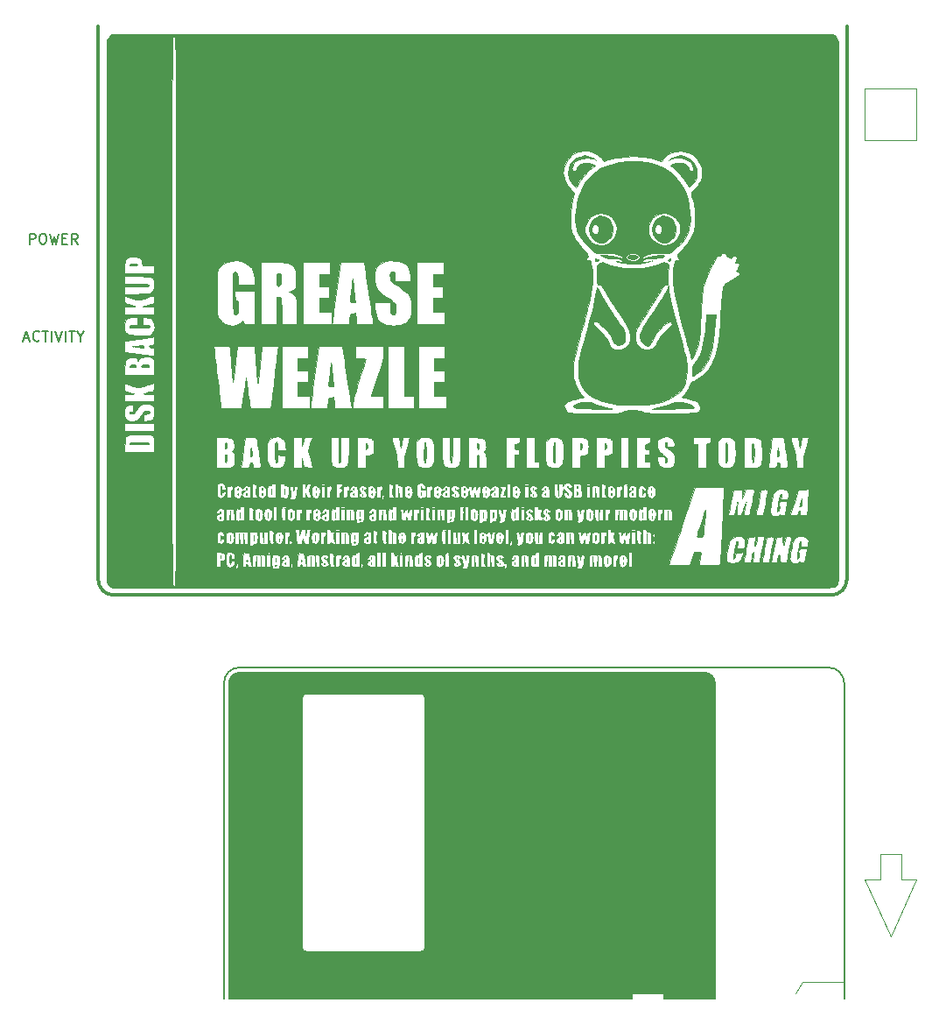
<source format=gto>
G04 #@! TF.GenerationSoftware,KiCad,Pcbnew,(5.1.8)-1*
G04 #@! TF.CreationDate,2021-11-04T15:10:49+01:00*
G04 #@! TF.ProjectId,Greaseweazle FB1,47726561-7365-4776-9561-7a6c65204642,rev?*
G04 #@! TF.SameCoordinates,Original*
G04 #@! TF.FileFunction,Legend,Top*
G04 #@! TF.FilePolarity,Positive*
%FSLAX46Y46*%
G04 Gerber Fmt 4.6, Leading zero omitted, Abs format (unit mm)*
G04 Created by KiCad (PCBNEW (5.1.8)-1) date 2021-11-04 15:10:49*
%MOMM*%
%LPD*%
G01*
G04 APERTURE LIST*
%ADD10C,0.150000*%
%ADD11C,0.120000*%
%ADD12C,0.300000*%
%ADD13C,0.100000*%
%ADD14C,0.200000*%
%ADD15C,0.010000*%
G04 APERTURE END LIST*
D10*
X171735714Y-60142380D02*
X171164285Y-60142380D01*
X171450000Y-60142380D02*
X171450000Y-59142380D01*
X171354761Y-59285238D01*
X171259523Y-59380476D01*
X171164285Y-59428095D01*
D11*
X170265000Y-60200000D02*
X170265000Y-59200000D01*
X169365000Y-59700000D02*
X170265000Y-60200000D01*
X169365000Y-59700000D02*
X170265000Y-59200000D01*
D10*
X109666666Y-85173666D02*
X110142857Y-85173666D01*
X109571428Y-85459380D02*
X109904761Y-84459380D01*
X110238095Y-85459380D01*
X111142857Y-85364142D02*
X111095238Y-85411761D01*
X110952380Y-85459380D01*
X110857142Y-85459380D01*
X110714285Y-85411761D01*
X110619047Y-85316523D01*
X110571428Y-85221285D01*
X110523809Y-85030809D01*
X110523809Y-84887952D01*
X110571428Y-84697476D01*
X110619047Y-84602238D01*
X110714285Y-84507000D01*
X110857142Y-84459380D01*
X110952380Y-84459380D01*
X111095238Y-84507000D01*
X111142857Y-84554619D01*
X111428571Y-84459380D02*
X112000000Y-84459380D01*
X111714285Y-85459380D02*
X111714285Y-84459380D01*
X112333333Y-85459380D02*
X112333333Y-84459380D01*
X112666666Y-84459380D02*
X113000000Y-85459380D01*
X113333333Y-84459380D01*
X113666666Y-85459380D02*
X113666666Y-84459380D01*
X114000000Y-84459380D02*
X114571428Y-84459380D01*
X114285714Y-85459380D02*
X114285714Y-84459380D01*
X115095238Y-84983190D02*
X115095238Y-85459380D01*
X114761904Y-84459380D02*
X115095238Y-84983190D01*
X115428571Y-84459380D01*
X110190476Y-76061380D02*
X110190476Y-75061380D01*
X110571428Y-75061380D01*
X110666666Y-75109000D01*
X110714285Y-75156619D01*
X110761904Y-75251857D01*
X110761904Y-75394714D01*
X110714285Y-75489952D01*
X110666666Y-75537571D01*
X110571428Y-75585190D01*
X110190476Y-75585190D01*
X111380952Y-75061380D02*
X111571428Y-75061380D01*
X111666666Y-75109000D01*
X111761904Y-75204238D01*
X111809523Y-75394714D01*
X111809523Y-75728047D01*
X111761904Y-75918523D01*
X111666666Y-76013761D01*
X111571428Y-76061380D01*
X111380952Y-76061380D01*
X111285714Y-76013761D01*
X111190476Y-75918523D01*
X111142857Y-75728047D01*
X111142857Y-75394714D01*
X111190476Y-75204238D01*
X111285714Y-75109000D01*
X111380952Y-75061380D01*
X112142857Y-75061380D02*
X112380952Y-76061380D01*
X112571428Y-75347095D01*
X112761904Y-76061380D01*
X113000000Y-75061380D01*
X113380952Y-75537571D02*
X113714285Y-75537571D01*
X113857142Y-76061380D02*
X113380952Y-76061380D01*
X113380952Y-75061380D01*
X113857142Y-75061380D01*
X114857142Y-76061380D02*
X114523809Y-75585190D01*
X114285714Y-76061380D02*
X114285714Y-75061380D01*
X114666666Y-75061380D01*
X114761904Y-75109000D01*
X114809523Y-75156619D01*
X114857142Y-75251857D01*
X114857142Y-75394714D01*
X114809523Y-75489952D01*
X114761904Y-75537571D01*
X114666666Y-75585190D01*
X114285714Y-75585190D01*
D12*
X116840000Y-88265000D02*
X116840000Y-108500000D01*
D11*
X196000000Y-61000000D02*
X191000000Y-61000000D01*
X191000000Y-66000000D02*
X191000000Y-61000000D01*
X196000000Y-61000000D02*
X196000000Y-66000000D01*
X196000000Y-66000000D02*
X191000000Y-66000000D01*
D13*
G36*
X175900000Y-117600000D02*
G01*
X176200000Y-117800000D01*
X176400000Y-118100000D01*
X176500000Y-118500000D01*
X176500000Y-149000000D01*
X171500000Y-149000000D01*
X171500000Y-148500000D01*
X168500000Y-148500000D01*
X168500000Y-149000000D01*
X149500000Y-149000000D01*
X149500000Y-117500000D01*
X175500000Y-117500000D01*
X175900000Y-117600000D01*
G37*
X175900000Y-117600000D02*
X176200000Y-117800000D01*
X176400000Y-118100000D01*
X176500000Y-118500000D01*
X176500000Y-149000000D01*
X171500000Y-149000000D01*
X171500000Y-148500000D01*
X168500000Y-148500000D01*
X168500000Y-149000000D01*
X149500000Y-149000000D01*
X149500000Y-117500000D01*
X175500000Y-117500000D01*
X175900000Y-117600000D01*
G36*
X149500000Y-149000000D02*
G01*
X137000000Y-149000000D01*
X137000000Y-144500000D01*
X148000000Y-144500000D01*
X148300000Y-144400000D01*
X148500000Y-144200000D01*
X148500000Y-120000000D01*
X148400000Y-119700000D01*
X148200000Y-119500000D01*
X137000000Y-119500000D01*
X137000000Y-117500000D01*
X149500000Y-117500000D01*
X149500000Y-149000000D01*
G37*
X149500000Y-149000000D02*
X137000000Y-149000000D01*
X137000000Y-144500000D01*
X148000000Y-144500000D01*
X148300000Y-144400000D01*
X148500000Y-144200000D01*
X148500000Y-120000000D01*
X148400000Y-119700000D01*
X148200000Y-119500000D01*
X137000000Y-119500000D01*
X137000000Y-117500000D01*
X149500000Y-117500000D01*
X149500000Y-149000000D01*
G36*
X136600000Y-144300000D02*
G01*
X136800000Y-144500000D01*
X137000000Y-144500000D01*
X137000000Y-149000000D01*
X136500000Y-149000000D01*
X136500000Y-144000000D01*
X136600000Y-144300000D01*
G37*
X136600000Y-144300000D02*
X136800000Y-144500000D01*
X137000000Y-144500000D01*
X137000000Y-149000000D01*
X136500000Y-149000000D01*
X136500000Y-144000000D01*
X136600000Y-144300000D01*
G36*
X137000000Y-119500000D02*
G01*
X136800000Y-119500000D01*
X136600000Y-119700000D01*
X136500000Y-120000000D01*
X136500000Y-117500000D01*
X137000000Y-117500000D01*
X137000000Y-119500000D01*
G37*
X137000000Y-119500000D02*
X136800000Y-119500000D01*
X136600000Y-119700000D01*
X136500000Y-120000000D01*
X136500000Y-117500000D01*
X137000000Y-117500000D01*
X137000000Y-119500000D01*
G36*
X136500000Y-149000000D02*
G01*
X129500000Y-149000000D01*
X129500000Y-118500000D01*
X129600000Y-118000000D01*
X130000000Y-117600000D01*
X130500000Y-117500000D01*
X136500000Y-117500000D01*
X136500000Y-149000000D01*
G37*
X136500000Y-149000000D02*
X129500000Y-149000000D01*
X129500000Y-118500000D01*
X129600000Y-118000000D01*
X130000000Y-117600000D01*
X130500000Y-117500000D01*
X136500000Y-117500000D01*
X136500000Y-149000000D01*
D11*
X194500000Y-135000000D02*
X194500000Y-137500000D01*
X192500000Y-135000000D02*
X194500000Y-135000000D01*
X192500000Y-137500000D02*
X192500000Y-135000000D01*
X191000000Y-137500000D02*
X192500000Y-137500000D01*
X193500000Y-143000000D02*
X191000000Y-137500000D01*
X196000000Y-137500000D02*
X194500000Y-137500000D01*
X193500000Y-143000000D02*
X196000000Y-137500000D01*
X185000000Y-147365000D02*
X184264300Y-148501100D01*
X189000000Y-147365000D02*
X185000000Y-147365000D01*
D14*
X140500000Y-144500000D02*
X144500000Y-144500000D01*
X148000000Y-144500000D02*
X144500000Y-144500000D01*
X137000000Y-144500000D02*
G75*
G02*
X136500000Y-144000000I0J500000D01*
G01*
X148500000Y-144000000D02*
G75*
G02*
X148000000Y-144500000I-500000J0D01*
G01*
X148000000Y-119500000D02*
G75*
G02*
X148500000Y-120000000I0J-500000D01*
G01*
X136500000Y-120000000D02*
G75*
G02*
X137000000Y-119500000I500000J0D01*
G01*
X137000000Y-119500000D02*
X148000000Y-119500000D01*
X137000000Y-144500000D02*
X140500000Y-144500000D01*
X148500000Y-120000000D02*
X148500000Y-144000000D01*
X136500000Y-120000000D02*
X136500000Y-144000000D01*
D13*
X171500000Y-148500000D02*
X168500000Y-148500000D01*
X168500000Y-148500000D02*
X168500000Y-149000000D01*
X171500000Y-148500000D02*
X171500000Y-149000000D01*
D14*
X176500000Y-118500000D02*
X176500000Y-149000000D01*
X130500000Y-117500000D02*
X175500000Y-117500000D01*
X175500000Y-117500000D02*
G75*
G02*
X176500000Y-118500000I0J-1000000D01*
G01*
X129500000Y-118500000D02*
X129500000Y-149000000D01*
X129500000Y-118500000D02*
G75*
G02*
X130500000Y-117500000I1000000J0D01*
G01*
X130500000Y-117000000D02*
X187500000Y-117000000D01*
X129000000Y-118500000D02*
G75*
G02*
X130500000Y-117000000I1500000J0D01*
G01*
X129000000Y-118500000D02*
X129000000Y-149000000D01*
X187500000Y-117000000D02*
G75*
G02*
X189000000Y-118500000I0J-1500000D01*
G01*
X189000000Y-118500000D02*
X189000000Y-149000000D01*
D12*
X189254000Y-108500000D02*
G75*
G02*
X187754000Y-110000000I-1500000J0D01*
G01*
X118340000Y-110000000D02*
G75*
G02*
X116840000Y-108500000I0J1500000D01*
G01*
X187754000Y-110000000D02*
X118364000Y-110000000D01*
X189254000Y-55000000D02*
X189254000Y-108500000D01*
X116840000Y-55000000D02*
X116840000Y-88265000D01*
D15*
G36*
X171787689Y-73366640D02*
G01*
X172103935Y-73508592D01*
X172313766Y-73681555D01*
X172555857Y-74006304D01*
X172690142Y-74372936D01*
X172715700Y-74757089D01*
X172631612Y-75134402D01*
X172436956Y-75480514D01*
X172384153Y-75544444D01*
X172097428Y-75788984D01*
X171775247Y-75920592D01*
X171435836Y-75934594D01*
X171163069Y-75857508D01*
X170936791Y-75707752D01*
X170722056Y-75480136D01*
X170557862Y-75220794D01*
X170501318Y-75074610D01*
X170440288Y-74661536D01*
X170638342Y-74661536D01*
X170649152Y-74765577D01*
X170742258Y-74962890D01*
X170888237Y-75090530D01*
X171005500Y-75120500D01*
X171145266Y-75077552D01*
X171223118Y-75020809D01*
X171340188Y-74837851D01*
X171372637Y-74634748D01*
X171332254Y-74440233D01*
X171230830Y-74283036D01*
X171080153Y-74191889D01*
X170892013Y-74195523D01*
X170885329Y-74197582D01*
X170764495Y-74293496D01*
X170675114Y-74465109D01*
X170638342Y-74661536D01*
X170440288Y-74661536D01*
X170437223Y-74640796D01*
X170494042Y-74242017D01*
X170670676Y-73882788D01*
X170840233Y-73681555D01*
X171143171Y-73453122D01*
X171463212Y-73348150D01*
X171787689Y-73366640D01*
G37*
X171787689Y-73366640D02*
X172103935Y-73508592D01*
X172313766Y-73681555D01*
X172555857Y-74006304D01*
X172690142Y-74372936D01*
X172715700Y-74757089D01*
X172631612Y-75134402D01*
X172436956Y-75480514D01*
X172384153Y-75544444D01*
X172097428Y-75788984D01*
X171775247Y-75920592D01*
X171435836Y-75934594D01*
X171163069Y-75857508D01*
X170936791Y-75707752D01*
X170722056Y-75480136D01*
X170557862Y-75220794D01*
X170501318Y-75074610D01*
X170440288Y-74661536D01*
X170638342Y-74661536D01*
X170649152Y-74765577D01*
X170742258Y-74962890D01*
X170888237Y-75090530D01*
X171005500Y-75120500D01*
X171145266Y-75077552D01*
X171223118Y-75020809D01*
X171340188Y-74837851D01*
X171372637Y-74634748D01*
X171332254Y-74440233D01*
X171230830Y-74283036D01*
X171080153Y-74191889D01*
X170892013Y-74195523D01*
X170885329Y-74197582D01*
X170764495Y-74293496D01*
X170675114Y-74465109D01*
X170638342Y-74661536D01*
X170440288Y-74661536D01*
X170437223Y-74640796D01*
X170494042Y-74242017D01*
X170670676Y-73882788D01*
X170840233Y-73681555D01*
X171143171Y-73453122D01*
X171463212Y-73348150D01*
X171787689Y-73366640D01*
G36*
X165691689Y-73366640D02*
G01*
X166007935Y-73508592D01*
X166217766Y-73681555D01*
X166459857Y-74006304D01*
X166594142Y-74372936D01*
X166619700Y-74757089D01*
X166535612Y-75134402D01*
X166340956Y-75480514D01*
X166288153Y-75544444D01*
X166001428Y-75788984D01*
X165679247Y-75920592D01*
X165339836Y-75934594D01*
X165067069Y-75857508D01*
X164840791Y-75707752D01*
X164626056Y-75480136D01*
X164461862Y-75220794D01*
X164405318Y-75074610D01*
X164344288Y-74661536D01*
X164542342Y-74661536D01*
X164553152Y-74765577D01*
X164646258Y-74962890D01*
X164792237Y-75090530D01*
X164909500Y-75120500D01*
X165049266Y-75077552D01*
X165127118Y-75020809D01*
X165244188Y-74837851D01*
X165276637Y-74634748D01*
X165236254Y-74440233D01*
X165134830Y-74283036D01*
X164984153Y-74191889D01*
X164796013Y-74195523D01*
X164789329Y-74197582D01*
X164668495Y-74293496D01*
X164579114Y-74465109D01*
X164542342Y-74661536D01*
X164344288Y-74661536D01*
X164341223Y-74640796D01*
X164398042Y-74242017D01*
X164574676Y-73882788D01*
X164744233Y-73681555D01*
X165047171Y-73453122D01*
X165367212Y-73348150D01*
X165691689Y-73366640D01*
G37*
X165691689Y-73366640D02*
X166007935Y-73508592D01*
X166217766Y-73681555D01*
X166459857Y-74006304D01*
X166594142Y-74372936D01*
X166619700Y-74757089D01*
X166535612Y-75134402D01*
X166340956Y-75480514D01*
X166288153Y-75544444D01*
X166001428Y-75788984D01*
X165679247Y-75920592D01*
X165339836Y-75934594D01*
X165067069Y-75857508D01*
X164840791Y-75707752D01*
X164626056Y-75480136D01*
X164461862Y-75220794D01*
X164405318Y-75074610D01*
X164344288Y-74661536D01*
X164542342Y-74661536D01*
X164553152Y-74765577D01*
X164646258Y-74962890D01*
X164792237Y-75090530D01*
X164909500Y-75120500D01*
X165049266Y-75077552D01*
X165127118Y-75020809D01*
X165244188Y-74837851D01*
X165276637Y-74634748D01*
X165236254Y-74440233D01*
X165134830Y-74283036D01*
X164984153Y-74191889D01*
X164796013Y-74195523D01*
X164789329Y-74197582D01*
X164668495Y-74293496D01*
X164579114Y-74465109D01*
X164542342Y-74661536D01*
X164344288Y-74661536D01*
X164341223Y-74640796D01*
X164398042Y-74242017D01*
X164574676Y-73882788D01*
X164744233Y-73681555D01*
X165047171Y-73453122D01*
X165367212Y-73348150D01*
X165691689Y-73366640D01*
G36*
X168739289Y-77120132D02*
G01*
X168918414Y-77180848D01*
X169017731Y-77272239D01*
X169025071Y-77295189D01*
X168989244Y-77397853D01*
X168859644Y-77474865D01*
X168668014Y-77519953D01*
X168446091Y-77526847D01*
X168225618Y-77489274D01*
X168159160Y-77466277D01*
X168043588Y-77380712D01*
X168040384Y-77278898D01*
X168140902Y-77183103D01*
X168291549Y-77125425D01*
X168517839Y-77098766D01*
X168739289Y-77120132D01*
G37*
X168739289Y-77120132D02*
X168918414Y-77180848D01*
X169017731Y-77272239D01*
X169025071Y-77295189D01*
X168989244Y-77397853D01*
X168859644Y-77474865D01*
X168668014Y-77519953D01*
X168446091Y-77526847D01*
X168225618Y-77489274D01*
X168159160Y-77466277D01*
X168043588Y-77380712D01*
X168040384Y-77278898D01*
X168140902Y-77183103D01*
X168291549Y-77125425D01*
X168517839Y-77098766D01*
X168739289Y-77120132D01*
G36*
X120441260Y-77954052D02*
G01*
X120556942Y-77999827D01*
X120586500Y-78080043D01*
X120549844Y-78132698D01*
X120426502Y-78160619D01*
X120207492Y-78168500D01*
X119995520Y-78163061D01*
X119886923Y-78142419D01*
X119858375Y-78100088D01*
X119865036Y-78073250D01*
X119895850Y-78010577D01*
X119950421Y-77977218D01*
X120065870Y-77960391D01*
X120221375Y-77950559D01*
X120441260Y-77954052D01*
G37*
X120441260Y-77954052D02*
X120556942Y-77999827D01*
X120586500Y-78080043D01*
X120549844Y-78132698D01*
X120426502Y-78160619D01*
X120207492Y-78168500D01*
X119995520Y-78163061D01*
X119886923Y-78142419D01*
X119858375Y-78100088D01*
X119865036Y-78073250D01*
X119895850Y-78010577D01*
X119950421Y-77977218D01*
X120065870Y-77960391D01*
X120221375Y-77950559D01*
X120441260Y-77954052D01*
G36*
X141464579Y-79491287D02*
G01*
X141484499Y-79675834D01*
X141509793Y-79933855D01*
X141537760Y-80238818D01*
X141539993Y-80264000D01*
X141570679Y-80601222D01*
X141601453Y-80922577D01*
X141628617Y-81190393D01*
X141647520Y-81359375D01*
X141684861Y-81661000D01*
X141424268Y-81661000D01*
X141260022Y-81654900D01*
X141190831Y-81620634D01*
X141184819Y-81534249D01*
X141191886Y-81486375D01*
X141208495Y-81363616D01*
X141235519Y-81141358D01*
X141269817Y-80846376D01*
X141308248Y-80505445D01*
X141327879Y-80327500D01*
X141365498Y-79997067D01*
X141399587Y-79721957D01*
X141427486Y-79521783D01*
X141446536Y-79416161D01*
X141452734Y-79406750D01*
X141464579Y-79491287D01*
G37*
X141464579Y-79491287D02*
X141484499Y-79675834D01*
X141509793Y-79933855D01*
X141537760Y-80238818D01*
X141539993Y-80264000D01*
X141570679Y-80601222D01*
X141601453Y-80922577D01*
X141628617Y-81190393D01*
X141647520Y-81359375D01*
X141684861Y-81661000D01*
X141424268Y-81661000D01*
X141260022Y-81654900D01*
X141190831Y-81620634D01*
X141184819Y-81534249D01*
X141191886Y-81486375D01*
X141208495Y-81363616D01*
X141235519Y-81141358D01*
X141269817Y-80846376D01*
X141308248Y-80505445D01*
X141327879Y-80327500D01*
X141365498Y-79997067D01*
X141399587Y-79721957D01*
X141427486Y-79521783D01*
X141446536Y-79416161D01*
X141452734Y-79406750D01*
X141464579Y-79491287D01*
G36*
X134413447Y-78907094D02*
G01*
X134504780Y-79034759D01*
X134546823Y-79261069D01*
X134545033Y-79577564D01*
X134517295Y-79852400D01*
X134463540Y-80022632D01*
X134371275Y-80109930D01*
X134228008Y-80135969D01*
X134223125Y-80136027D01*
X134172219Y-80123386D01*
X134139593Y-80069427D01*
X134121312Y-79951704D01*
X134113443Y-79747775D01*
X134112000Y-79502000D01*
X134113012Y-79213829D01*
X134119860Y-79029472D01*
X134138257Y-78925742D01*
X134173920Y-78879452D01*
X134232563Y-78867417D01*
X134268515Y-78867000D01*
X134413447Y-78907094D01*
G37*
X134413447Y-78907094D02*
X134504780Y-79034759D01*
X134546823Y-79261069D01*
X134545033Y-79577564D01*
X134517295Y-79852400D01*
X134463540Y-80022632D01*
X134371275Y-80109930D01*
X134228008Y-80135969D01*
X134223125Y-80136027D01*
X134172219Y-80123386D01*
X134139593Y-80069427D01*
X134121312Y-79951704D01*
X134113443Y-79747775D01*
X134112000Y-79502000D01*
X134113012Y-79213829D01*
X134119860Y-79029472D01*
X134138257Y-78925742D01*
X134173920Y-78879452D01*
X134232563Y-78867417D01*
X134268515Y-78867000D01*
X134413447Y-78907094D01*
G36*
X120205500Y-85947250D02*
G01*
X120173750Y-85979000D01*
X120142000Y-85947250D01*
X120173750Y-85915500D01*
X120205500Y-85947250D01*
G37*
X120205500Y-85947250D02*
X120173750Y-85979000D01*
X120142000Y-85947250D01*
X120173750Y-85915500D01*
X120205500Y-85947250D01*
G36*
X121171428Y-85870125D02*
G01*
X121214589Y-85910540D01*
X121221500Y-85974588D01*
X121215109Y-86076165D01*
X121205625Y-86096984D01*
X121139420Y-86086523D01*
X120980943Y-86067712D01*
X120764316Y-86044598D01*
X120761353Y-86044296D01*
X120536159Y-86014827D01*
X120368269Y-85980922D01*
X120275111Y-85948472D01*
X120274114Y-85923370D01*
X120369541Y-85911832D01*
X120498722Y-85904308D01*
X120701639Y-85888851D01*
X120856375Y-85875671D01*
X121061989Y-85861201D01*
X121171428Y-85870125D01*
G37*
X121171428Y-85870125D02*
X121214589Y-85910540D01*
X121221500Y-85974588D01*
X121215109Y-86076165D01*
X121205625Y-86096984D01*
X121139420Y-86086523D01*
X120980943Y-86067712D01*
X120764316Y-86044598D01*
X120761353Y-86044296D01*
X120536159Y-86014827D01*
X120368269Y-85980922D01*
X120275111Y-85948472D01*
X120274114Y-85923370D01*
X120369541Y-85911832D01*
X120498722Y-85904308D01*
X120701639Y-85888851D01*
X120856375Y-85875671D01*
X121061989Y-85861201D01*
X121171428Y-85870125D01*
G36*
X121576848Y-87728884D02*
G01*
X121712613Y-87797158D01*
X121752252Y-87851701D01*
X121751920Y-87903879D01*
X121685345Y-87933290D01*
X121529559Y-87945744D01*
X121373600Y-87947500D01*
X121148993Y-87943065D01*
X121025911Y-87925191D01*
X120979052Y-87887022D01*
X120978788Y-87840531D01*
X121052594Y-87753695D01*
X121204859Y-87706546D01*
X121393604Y-87698478D01*
X121576848Y-87728884D01*
G37*
X121576848Y-87728884D02*
X121712613Y-87797158D01*
X121752252Y-87851701D01*
X121751920Y-87903879D01*
X121685345Y-87933290D01*
X121529559Y-87945744D01*
X121373600Y-87947500D01*
X121148993Y-87943065D01*
X121025911Y-87925191D01*
X120979052Y-87887022D01*
X120978788Y-87840531D01*
X121052594Y-87753695D01*
X121204859Y-87706546D01*
X121393604Y-87698478D01*
X121576848Y-87728884D01*
G36*
X120427489Y-87747100D02*
G01*
X120493471Y-87825512D01*
X120495470Y-87836375D01*
X120486303Y-87901388D01*
X120415815Y-87935057D01*
X120256392Y-87946815D01*
X120170124Y-87947500D01*
X119970167Y-87940493D01*
X119874390Y-87915104D01*
X119860525Y-87864780D01*
X119863152Y-87857159D01*
X119927505Y-87768109D01*
X120052861Y-87726010D01*
X120262963Y-87719526D01*
X120427489Y-87747100D01*
G37*
X120427489Y-87747100D02*
X120493471Y-87825512D01*
X120495470Y-87836375D01*
X120486303Y-87901388D01*
X120415815Y-87935057D01*
X120256392Y-87946815D01*
X120170124Y-87947500D01*
X119970167Y-87940493D01*
X119874390Y-87915104D01*
X119860525Y-87864780D01*
X119863152Y-87857159D01*
X119927505Y-87768109D01*
X120052861Y-87726010D01*
X120262963Y-87719526D01*
X120427489Y-87747100D01*
G36*
X139369079Y-87619287D02*
G01*
X139388999Y-87803834D01*
X139414293Y-88061855D01*
X139442260Y-88366818D01*
X139444493Y-88392000D01*
X139475179Y-88729222D01*
X139505953Y-89050577D01*
X139533117Y-89318393D01*
X139552020Y-89487375D01*
X139589361Y-89789000D01*
X139328768Y-89789000D01*
X139164522Y-89782900D01*
X139095331Y-89748634D01*
X139089319Y-89662249D01*
X139096386Y-89614375D01*
X139112995Y-89491616D01*
X139140019Y-89269358D01*
X139174317Y-88974376D01*
X139212748Y-88633445D01*
X139232379Y-88455500D01*
X139269998Y-88125067D01*
X139304087Y-87849957D01*
X139331986Y-87649783D01*
X139351036Y-87544161D01*
X139357234Y-87534750D01*
X139369079Y-87619287D01*
G37*
X139369079Y-87619287D02*
X139388999Y-87803834D01*
X139414293Y-88061855D01*
X139442260Y-88366818D01*
X139444493Y-88392000D01*
X139475179Y-88729222D01*
X139505953Y-89050577D01*
X139533117Y-89318393D01*
X139552020Y-89487375D01*
X139589361Y-89789000D01*
X139328768Y-89789000D01*
X139164522Y-89782900D01*
X139095331Y-89748634D01*
X139089319Y-89662249D01*
X139096386Y-89614375D01*
X139112995Y-89491616D01*
X139140019Y-89269358D01*
X139174317Y-88974376D01*
X139212748Y-88633445D01*
X139232379Y-88455500D01*
X139269998Y-88125067D01*
X139304087Y-87849957D01*
X139331986Y-87649783D01*
X139351036Y-87544161D01*
X139357234Y-87534750D01*
X139369079Y-87619287D01*
G36*
X173496063Y-67557775D02*
G01*
X173865495Y-67718642D01*
X174205671Y-67966661D01*
X174271416Y-68029623D01*
X174552157Y-68393835D01*
X174717195Y-68796246D01*
X174763799Y-69220753D01*
X174689241Y-69651253D01*
X174588312Y-69899541D01*
X174467337Y-70101710D01*
X174318338Y-70294918D01*
X174167847Y-70449915D01*
X174042397Y-70537449D01*
X174001002Y-70547030D01*
X173952249Y-70494871D01*
X173860316Y-70357489D01*
X173742533Y-70161321D01*
X173704986Y-70095385D01*
X173463801Y-69729594D01*
X173148160Y-69341757D01*
X172794045Y-68972537D01*
X172437438Y-68662596D01*
X172436442Y-68661828D01*
X172184634Y-68467774D01*
X172404692Y-68333624D01*
X172683299Y-68228898D01*
X173015046Y-68203549D01*
X173353393Y-68258264D01*
X173513750Y-68317331D01*
X173731708Y-68434889D01*
X173865671Y-68567202D01*
X173955601Y-68756659D01*
X173970890Y-68802250D01*
X174040770Y-68940994D01*
X174156046Y-68989947D01*
X174217541Y-68992750D01*
X174335064Y-68982954D01*
X174387168Y-68929621D01*
X174398747Y-68796828D01*
X174397972Y-68732387D01*
X174333143Y-68429059D01*
X174159451Y-68169144D01*
X173890361Y-67961934D01*
X173539341Y-67816719D01*
X173119856Y-67742793D01*
X172953041Y-67735401D01*
X172594978Y-67752401D01*
X172333338Y-67815166D01*
X172275500Y-67840774D01*
X172053250Y-67951281D01*
X172202436Y-67821726D01*
X172365391Y-67721838D01*
X172601532Y-67623268D01*
X172858173Y-67544206D01*
X173082626Y-67502846D01*
X173132750Y-67500500D01*
X173496063Y-67557775D01*
G37*
X173496063Y-67557775D02*
X173865495Y-67718642D01*
X174205671Y-67966661D01*
X174271416Y-68029623D01*
X174552157Y-68393835D01*
X174717195Y-68796246D01*
X174763799Y-69220753D01*
X174689241Y-69651253D01*
X174588312Y-69899541D01*
X174467337Y-70101710D01*
X174318338Y-70294918D01*
X174167847Y-70449915D01*
X174042397Y-70537449D01*
X174001002Y-70547030D01*
X173952249Y-70494871D01*
X173860316Y-70357489D01*
X173742533Y-70161321D01*
X173704986Y-70095385D01*
X173463801Y-69729594D01*
X173148160Y-69341757D01*
X172794045Y-68972537D01*
X172437438Y-68662596D01*
X172436442Y-68661828D01*
X172184634Y-68467774D01*
X172404692Y-68333624D01*
X172683299Y-68228898D01*
X173015046Y-68203549D01*
X173353393Y-68258264D01*
X173513750Y-68317331D01*
X173731708Y-68434889D01*
X173865671Y-68567202D01*
X173955601Y-68756659D01*
X173970890Y-68802250D01*
X174040770Y-68940994D01*
X174156046Y-68989947D01*
X174217541Y-68992750D01*
X174335064Y-68982954D01*
X174387168Y-68929621D01*
X174398747Y-68796828D01*
X174397972Y-68732387D01*
X174333143Y-68429059D01*
X174159451Y-68169144D01*
X173890361Y-67961934D01*
X173539341Y-67816719D01*
X173119856Y-67742793D01*
X172953041Y-67735401D01*
X172594978Y-67752401D01*
X172333338Y-67815166D01*
X172275500Y-67840774D01*
X172053250Y-67951281D01*
X172202436Y-67821726D01*
X172365391Y-67721838D01*
X172601532Y-67623268D01*
X172858173Y-67544206D01*
X173082626Y-67502846D01*
X173132750Y-67500500D01*
X173496063Y-67557775D01*
G36*
X164131151Y-67527973D02*
G01*
X164384063Y-67598267D01*
X164631297Y-67693188D01*
X164820168Y-67794545D01*
X164855563Y-67821726D01*
X165004750Y-67951281D01*
X164782500Y-67840774D01*
X164543153Y-67764864D01*
X164213777Y-67735711D01*
X164104958Y-67735401D01*
X163663925Y-67781112D01*
X163286461Y-67901489D01*
X162986032Y-68087240D01*
X162776106Y-68329072D01*
X162670148Y-68617694D01*
X162660027Y-68732387D01*
X162663959Y-68897851D01*
X162700528Y-68972474D01*
X162794628Y-68992177D01*
X162840458Y-68992750D01*
X162983685Y-68966902D01*
X163064283Y-68864572D01*
X163087109Y-68802250D01*
X163173214Y-68597268D01*
X163295817Y-68457423D01*
X163494881Y-68340326D01*
X163544250Y-68317331D01*
X163891370Y-68217340D01*
X164254086Y-68211757D01*
X164586977Y-68299759D01*
X164662513Y-68337571D01*
X164909069Y-68476143D01*
X164762548Y-68575696D01*
X164245395Y-68991037D01*
X163773638Y-69493378D01*
X163381730Y-70044189D01*
X163264893Y-70250595D01*
X163079473Y-70603084D01*
X162821888Y-70365282D01*
X162543833Y-70028532D01*
X162371643Y-69644337D01*
X162304777Y-69234589D01*
X162342698Y-68821178D01*
X162484867Y-68425997D01*
X162730746Y-68070937D01*
X162881960Y-67924163D01*
X163141163Y-67748185D01*
X163450044Y-67605630D01*
X163755820Y-67517935D01*
X163925250Y-67500500D01*
X164131151Y-67527973D01*
G37*
X164131151Y-67527973D02*
X164384063Y-67598267D01*
X164631297Y-67693188D01*
X164820168Y-67794545D01*
X164855563Y-67821726D01*
X165004750Y-67951281D01*
X164782500Y-67840774D01*
X164543153Y-67764864D01*
X164213777Y-67735711D01*
X164104958Y-67735401D01*
X163663925Y-67781112D01*
X163286461Y-67901489D01*
X162986032Y-68087240D01*
X162776106Y-68329072D01*
X162670148Y-68617694D01*
X162660027Y-68732387D01*
X162663959Y-68897851D01*
X162700528Y-68972474D01*
X162794628Y-68992177D01*
X162840458Y-68992750D01*
X162983685Y-68966902D01*
X163064283Y-68864572D01*
X163087109Y-68802250D01*
X163173214Y-68597268D01*
X163295817Y-68457423D01*
X163494881Y-68340326D01*
X163544250Y-68317331D01*
X163891370Y-68217340D01*
X164254086Y-68211757D01*
X164586977Y-68299759D01*
X164662513Y-68337571D01*
X164909069Y-68476143D01*
X164762548Y-68575696D01*
X164245395Y-68991037D01*
X163773638Y-69493378D01*
X163381730Y-70044189D01*
X163264893Y-70250595D01*
X163079473Y-70603084D01*
X162821888Y-70365282D01*
X162543833Y-70028532D01*
X162371643Y-69644337D01*
X162304777Y-69234589D01*
X162342698Y-68821178D01*
X162484867Y-68425997D01*
X162730746Y-68070937D01*
X162881960Y-67924163D01*
X163141163Y-67748185D01*
X163450044Y-67605630D01*
X163755820Y-67517935D01*
X163925250Y-67500500D01*
X164131151Y-67527973D01*
G36*
X172183137Y-77498375D02*
G01*
X172166899Y-77597000D01*
X172096729Y-77701482D01*
X171995257Y-77718554D01*
X171928219Y-77663686D01*
X171946148Y-77591382D01*
X172015546Y-77536686D01*
X172141173Y-77478668D01*
X172183137Y-77498375D01*
G37*
X172183137Y-77498375D02*
X172166899Y-77597000D01*
X172096729Y-77701482D01*
X171995257Y-77718554D01*
X171928219Y-77663686D01*
X171946148Y-77591382D01*
X172015546Y-77536686D01*
X172141173Y-77478668D01*
X172183137Y-77498375D01*
G36*
X170434000Y-77692250D02*
G01*
X170402250Y-77724000D01*
X170370500Y-77692250D01*
X170402250Y-77660500D01*
X170434000Y-77692250D01*
G37*
X170434000Y-77692250D02*
X170402250Y-77724000D01*
X170370500Y-77692250D01*
X170402250Y-77660500D01*
X170434000Y-77692250D01*
G36*
X165025120Y-77464398D02*
G01*
X165103345Y-77503480D01*
X165230881Y-77582112D01*
X165250979Y-77638035D01*
X165220371Y-77665940D01*
X165057459Y-77721095D01*
X164934100Y-77671732D01*
X164887674Y-77583898D01*
X164867045Y-77460515D01*
X164906384Y-77423096D01*
X165025120Y-77464398D01*
G37*
X165025120Y-77464398D02*
X165103345Y-77503480D01*
X165230881Y-77582112D01*
X165250979Y-77638035D01*
X165220371Y-77665940D01*
X165057459Y-77721095D01*
X164934100Y-77671732D01*
X164887674Y-77583898D01*
X164867045Y-77460515D01*
X164906384Y-77423096D01*
X165025120Y-77464398D01*
G36*
X169082047Y-68068492D02*
G01*
X169180803Y-68076453D01*
X169917131Y-68173473D01*
X170580734Y-68335460D01*
X171214016Y-68573766D01*
X171450000Y-68683979D01*
X171751983Y-68840987D01*
X171998318Y-68995182D01*
X172229499Y-69176224D01*
X172486019Y-69413774D01*
X172599517Y-69525982D01*
X172866571Y-69802936D01*
X173065754Y-70039038D01*
X173226729Y-70274784D01*
X173379154Y-70550666D01*
X173441520Y-70675500D01*
X173671016Y-71199150D01*
X173842912Y-71728123D01*
X173967074Y-72300206D01*
X174053366Y-72953185D01*
X174063370Y-73057362D01*
X174096392Y-73630459D01*
X174076966Y-74117356D01*
X174000547Y-74549474D01*
X173862590Y-74958233D01*
X173754321Y-75193529D01*
X173517815Y-75581957D01*
X173196503Y-75988839D01*
X172820924Y-76379489D01*
X172421619Y-76719222D01*
X172390466Y-76742496D01*
X172198597Y-76880856D01*
X172065543Y-76955985D01*
X171948247Y-76980486D01*
X171803650Y-76966965D01*
X171691966Y-76946975D01*
X171412071Y-76915825D01*
X171089794Y-76913070D01*
X170747327Y-76934828D01*
X170406863Y-76977221D01*
X170090593Y-77036369D01*
X169820711Y-77108393D01*
X169619408Y-77189412D01*
X169508876Y-77275548D01*
X169495877Y-77330890D01*
X169514909Y-77387606D01*
X169557708Y-77416934D01*
X169646290Y-77417458D01*
X169802671Y-77387759D01*
X170048865Y-77326419D01*
X170206032Y-77285155D01*
X170459013Y-77230290D01*
X170738157Y-77188612D01*
X171015823Y-77161720D01*
X171264371Y-77151215D01*
X171456158Y-77158697D01*
X171563545Y-77185765D01*
X171577000Y-77205807D01*
X171515740Y-77286345D01*
X171340044Y-77353501D01*
X171062035Y-77404457D01*
X170693836Y-77436393D01*
X170561000Y-77442066D01*
X170148494Y-77462860D01*
X169848893Y-77495742D01*
X169648414Y-77543879D01*
X169533275Y-77610438D01*
X169491384Y-77687871D01*
X169491836Y-77748391D01*
X169540820Y-77777611D01*
X169664724Y-77780882D01*
X169872384Y-77765140D01*
X170275250Y-77728920D01*
X169894250Y-77822703D01*
X169529666Y-77887857D01*
X169083789Y-77930349D01*
X168600471Y-77949136D01*
X168123565Y-77943178D01*
X167696923Y-77911433D01*
X167485073Y-77879910D01*
X167214372Y-77824568D01*
X167035117Y-77779740D01*
X166954438Y-77749057D01*
X166979465Y-77736144D01*
X167117328Y-77744631D01*
X167250671Y-77760638D01*
X167445367Y-77782336D01*
X167543018Y-77776226D01*
X167571739Y-77736028D01*
X167567019Y-77689970D01*
X167517013Y-77604697D01*
X167394761Y-77540492D01*
X167185861Y-77493853D01*
X166875913Y-77461280D01*
X166552285Y-77443280D01*
X166202678Y-77419639D01*
X165947479Y-77379333D01*
X165754563Y-77316534D01*
X165695035Y-77287753D01*
X165449250Y-77158112D01*
X165899467Y-77155306D01*
X166246446Y-77176056D01*
X166631180Y-77234845D01*
X166851967Y-77285155D01*
X167149289Y-77362244D01*
X167346191Y-77407010D01*
X167464688Y-77420870D01*
X167526795Y-77405241D01*
X167530698Y-77399090D01*
X167843147Y-77399090D01*
X167935855Y-77536375D01*
X168134367Y-77645975D01*
X168171860Y-77658308D01*
X168436624Y-77699624D01*
X168725090Y-77684209D01*
X168978988Y-77617698D01*
X169067833Y-77571689D01*
X169206123Y-77431345D01*
X169231671Y-77281365D01*
X169156047Y-77138104D01*
X168990822Y-77017919D01*
X168747564Y-76937166D01*
X168604765Y-76917065D01*
X168323553Y-76927203D01*
X168096445Y-76998178D01*
X167933782Y-77112288D01*
X167845902Y-77251827D01*
X167843147Y-77399090D01*
X167530698Y-77399090D01*
X167554529Y-77361543D01*
X167562122Y-77330890D01*
X167545096Y-77262557D01*
X167450776Y-77195640D01*
X167259660Y-77118299D01*
X167151805Y-77081814D01*
X166938143Y-77019564D01*
X166723902Y-76977419D01*
X166475366Y-76951516D01*
X166158821Y-76937995D01*
X165858335Y-76933670D01*
X164997421Y-76927243D01*
X164676132Y-76691395D01*
X164304688Y-76383318D01*
X163944723Y-76020752D01*
X163624951Y-75636638D01*
X163374087Y-75263918D01*
X163285075Y-75095546D01*
X163168664Y-74806234D01*
X163924410Y-74806234D01*
X163926740Y-74821215D01*
X164052866Y-75233153D01*
X164278635Y-75598943D01*
X164584051Y-75895104D01*
X164949116Y-76098153D01*
X165041029Y-76129707D01*
X165343448Y-76174733D01*
X165690028Y-76155832D01*
X166018924Y-76079015D01*
X166156354Y-76021308D01*
X166527226Y-75766276D01*
X166799151Y-75435411D01*
X166964970Y-75040373D01*
X167017700Y-74618020D01*
X167017141Y-74613847D01*
X170053000Y-74613847D01*
X170097788Y-75040835D01*
X170238150Y-75398911D01*
X170453093Y-75681542D01*
X170803700Y-75971273D01*
X171184161Y-76138192D01*
X171599008Y-76183469D01*
X172052778Y-76108270D01*
X172079350Y-76100544D01*
X172449350Y-75929027D01*
X172750025Y-75667667D01*
X172972246Y-75338450D01*
X173106886Y-74963362D01*
X173144813Y-74564390D01*
X173076901Y-74163517D01*
X172980751Y-73929671D01*
X172726255Y-73562901D01*
X172396863Y-73296937D01*
X172001456Y-73137139D01*
X171586794Y-73088500D01*
X171139904Y-73144868D01*
X170753823Y-73305989D01*
X170440593Y-73559888D01*
X170212256Y-73894587D01*
X170080855Y-74298110D01*
X170053000Y-74613847D01*
X167017141Y-74613847D01*
X166959003Y-74179858D01*
X166789937Y-73789867D01*
X166521033Y-73465151D01*
X166162827Y-73222815D01*
X166156660Y-73219813D01*
X165842593Y-73121903D01*
X165473971Y-73088367D01*
X165106023Y-73119731D01*
X164814250Y-73206969D01*
X164496741Y-73414727D01*
X164232067Y-73709336D01*
X164037163Y-74059992D01*
X163928966Y-74435893D01*
X163924410Y-74806234D01*
X163168664Y-74806234D01*
X163120904Y-74687541D01*
X163019425Y-74277795D01*
X162975881Y-73832163D01*
X162985515Y-73316502D01*
X163003767Y-73076505D01*
X163097071Y-72333024D01*
X163240454Y-71676633D01*
X163442321Y-71074454D01*
X163615933Y-70681950D01*
X163769035Y-70384761D01*
X163920494Y-70140972D01*
X164099207Y-69910976D01*
X164334075Y-69655166D01*
X164455125Y-69531800D01*
X164728118Y-69266132D01*
X164958588Y-69068715D01*
X165185806Y-68910648D01*
X165449044Y-68763030D01*
X165608000Y-68683346D01*
X166402015Y-68364530D01*
X167253291Y-68154492D01*
X168150433Y-68055167D01*
X169082047Y-68068492D01*
G37*
X169082047Y-68068492D02*
X169180803Y-68076453D01*
X169917131Y-68173473D01*
X170580734Y-68335460D01*
X171214016Y-68573766D01*
X171450000Y-68683979D01*
X171751983Y-68840987D01*
X171998318Y-68995182D01*
X172229499Y-69176224D01*
X172486019Y-69413774D01*
X172599517Y-69525982D01*
X172866571Y-69802936D01*
X173065754Y-70039038D01*
X173226729Y-70274784D01*
X173379154Y-70550666D01*
X173441520Y-70675500D01*
X173671016Y-71199150D01*
X173842912Y-71728123D01*
X173967074Y-72300206D01*
X174053366Y-72953185D01*
X174063370Y-73057362D01*
X174096392Y-73630459D01*
X174076966Y-74117356D01*
X174000547Y-74549474D01*
X173862590Y-74958233D01*
X173754321Y-75193529D01*
X173517815Y-75581957D01*
X173196503Y-75988839D01*
X172820924Y-76379489D01*
X172421619Y-76719222D01*
X172390466Y-76742496D01*
X172198597Y-76880856D01*
X172065543Y-76955985D01*
X171948247Y-76980486D01*
X171803650Y-76966965D01*
X171691966Y-76946975D01*
X171412071Y-76915825D01*
X171089794Y-76913070D01*
X170747327Y-76934828D01*
X170406863Y-76977221D01*
X170090593Y-77036369D01*
X169820711Y-77108393D01*
X169619408Y-77189412D01*
X169508876Y-77275548D01*
X169495877Y-77330890D01*
X169514909Y-77387606D01*
X169557708Y-77416934D01*
X169646290Y-77417458D01*
X169802671Y-77387759D01*
X170048865Y-77326419D01*
X170206032Y-77285155D01*
X170459013Y-77230290D01*
X170738157Y-77188612D01*
X171015823Y-77161720D01*
X171264371Y-77151215D01*
X171456158Y-77158697D01*
X171563545Y-77185765D01*
X171577000Y-77205807D01*
X171515740Y-77286345D01*
X171340044Y-77353501D01*
X171062035Y-77404457D01*
X170693836Y-77436393D01*
X170561000Y-77442066D01*
X170148494Y-77462860D01*
X169848893Y-77495742D01*
X169648414Y-77543879D01*
X169533275Y-77610438D01*
X169491384Y-77687871D01*
X169491836Y-77748391D01*
X169540820Y-77777611D01*
X169664724Y-77780882D01*
X169872384Y-77765140D01*
X170275250Y-77728920D01*
X169894250Y-77822703D01*
X169529666Y-77887857D01*
X169083789Y-77930349D01*
X168600471Y-77949136D01*
X168123565Y-77943178D01*
X167696923Y-77911433D01*
X167485073Y-77879910D01*
X167214372Y-77824568D01*
X167035117Y-77779740D01*
X166954438Y-77749057D01*
X166979465Y-77736144D01*
X167117328Y-77744631D01*
X167250671Y-77760638D01*
X167445367Y-77782336D01*
X167543018Y-77776226D01*
X167571739Y-77736028D01*
X167567019Y-77689970D01*
X167517013Y-77604697D01*
X167394761Y-77540492D01*
X167185861Y-77493853D01*
X166875913Y-77461280D01*
X166552285Y-77443280D01*
X166202678Y-77419639D01*
X165947479Y-77379333D01*
X165754563Y-77316534D01*
X165695035Y-77287753D01*
X165449250Y-77158112D01*
X165899467Y-77155306D01*
X166246446Y-77176056D01*
X166631180Y-77234845D01*
X166851967Y-77285155D01*
X167149289Y-77362244D01*
X167346191Y-77407010D01*
X167464688Y-77420870D01*
X167526795Y-77405241D01*
X167530698Y-77399090D01*
X167843147Y-77399090D01*
X167935855Y-77536375D01*
X168134367Y-77645975D01*
X168171860Y-77658308D01*
X168436624Y-77699624D01*
X168725090Y-77684209D01*
X168978988Y-77617698D01*
X169067833Y-77571689D01*
X169206123Y-77431345D01*
X169231671Y-77281365D01*
X169156047Y-77138104D01*
X168990822Y-77017919D01*
X168747564Y-76937166D01*
X168604765Y-76917065D01*
X168323553Y-76927203D01*
X168096445Y-76998178D01*
X167933782Y-77112288D01*
X167845902Y-77251827D01*
X167843147Y-77399090D01*
X167530698Y-77399090D01*
X167554529Y-77361543D01*
X167562122Y-77330890D01*
X167545096Y-77262557D01*
X167450776Y-77195640D01*
X167259660Y-77118299D01*
X167151805Y-77081814D01*
X166938143Y-77019564D01*
X166723902Y-76977419D01*
X166475366Y-76951516D01*
X166158821Y-76937995D01*
X165858335Y-76933670D01*
X164997421Y-76927243D01*
X164676132Y-76691395D01*
X164304688Y-76383318D01*
X163944723Y-76020752D01*
X163624951Y-75636638D01*
X163374087Y-75263918D01*
X163285075Y-75095546D01*
X163168664Y-74806234D01*
X163924410Y-74806234D01*
X163926740Y-74821215D01*
X164052866Y-75233153D01*
X164278635Y-75598943D01*
X164584051Y-75895104D01*
X164949116Y-76098153D01*
X165041029Y-76129707D01*
X165343448Y-76174733D01*
X165690028Y-76155832D01*
X166018924Y-76079015D01*
X166156354Y-76021308D01*
X166527226Y-75766276D01*
X166799151Y-75435411D01*
X166964970Y-75040373D01*
X167017700Y-74618020D01*
X167017141Y-74613847D01*
X170053000Y-74613847D01*
X170097788Y-75040835D01*
X170238150Y-75398911D01*
X170453093Y-75681542D01*
X170803700Y-75971273D01*
X171184161Y-76138192D01*
X171599008Y-76183469D01*
X172052778Y-76108270D01*
X172079350Y-76100544D01*
X172449350Y-75929027D01*
X172750025Y-75667667D01*
X172972246Y-75338450D01*
X173106886Y-74963362D01*
X173144813Y-74564390D01*
X173076901Y-74163517D01*
X172980751Y-73929671D01*
X172726255Y-73562901D01*
X172396863Y-73296937D01*
X172001456Y-73137139D01*
X171586794Y-73088500D01*
X171139904Y-73144868D01*
X170753823Y-73305989D01*
X170440593Y-73559888D01*
X170212256Y-73894587D01*
X170080855Y-74298110D01*
X170053000Y-74613847D01*
X167017141Y-74613847D01*
X166959003Y-74179858D01*
X166789937Y-73789867D01*
X166521033Y-73465151D01*
X166162827Y-73222815D01*
X166156660Y-73219813D01*
X165842593Y-73121903D01*
X165473971Y-73088367D01*
X165106023Y-73119731D01*
X164814250Y-73206969D01*
X164496741Y-73414727D01*
X164232067Y-73709336D01*
X164037163Y-74059992D01*
X163928966Y-74435893D01*
X163924410Y-74806234D01*
X163168664Y-74806234D01*
X163120904Y-74687541D01*
X163019425Y-74277795D01*
X162975881Y-73832163D01*
X162985515Y-73316502D01*
X163003767Y-73076505D01*
X163097071Y-72333024D01*
X163240454Y-71676633D01*
X163442321Y-71074454D01*
X163615933Y-70681950D01*
X163769035Y-70384761D01*
X163920494Y-70140972D01*
X164099207Y-69910976D01*
X164334075Y-69655166D01*
X164455125Y-69531800D01*
X164728118Y-69266132D01*
X164958588Y-69068715D01*
X165185806Y-68910648D01*
X165449044Y-68763030D01*
X165608000Y-68683346D01*
X166402015Y-68364530D01*
X167253291Y-68154492D01*
X168150433Y-68055167D01*
X169082047Y-68068492D01*
G36*
X176509754Y-83756500D02*
G01*
X176456686Y-84534472D01*
X176365677Y-85281212D01*
X176240909Y-85974206D01*
X176086562Y-86590941D01*
X175906818Y-87108902D01*
X175872087Y-87189913D01*
X175612172Y-87665533D01*
X175281734Y-88099667D01*
X174909544Y-88456793D01*
X174752629Y-88571993D01*
X174556926Y-88699327D01*
X174403252Y-88793091D01*
X174320733Y-88835634D01*
X174316138Y-88836509D01*
X174298375Y-88778052D01*
X174286851Y-88622677D01*
X174283448Y-88400390D01*
X174284249Y-88327737D01*
X174291006Y-88072405D01*
X174310258Y-87903160D01*
X174356112Y-87779099D01*
X174442676Y-87659321D01*
X174559552Y-87529508D01*
X174816009Y-87194459D01*
X175029250Y-86786451D01*
X175206796Y-86288040D01*
X175356164Y-85681782D01*
X175356316Y-85681046D01*
X175418546Y-85328620D01*
X175480227Y-84888909D01*
X175537218Y-84401575D01*
X175585379Y-83906282D01*
X175620571Y-83442693D01*
X175638652Y-83050471D01*
X175640058Y-82962750D01*
X175652386Y-82896526D01*
X175706122Y-82858319D01*
X175828231Y-82840595D01*
X176045680Y-82835816D01*
X176094530Y-82835750D01*
X176548061Y-82835750D01*
X176509754Y-83756500D01*
G37*
X176509754Y-83756500D02*
X176456686Y-84534472D01*
X176365677Y-85281212D01*
X176240909Y-85974206D01*
X176086562Y-86590941D01*
X175906818Y-87108902D01*
X175872087Y-87189913D01*
X175612172Y-87665533D01*
X175281734Y-88099667D01*
X174909544Y-88456793D01*
X174752629Y-88571993D01*
X174556926Y-88699327D01*
X174403252Y-88793091D01*
X174320733Y-88835634D01*
X174316138Y-88836509D01*
X174298375Y-88778052D01*
X174286851Y-88622677D01*
X174283448Y-88400390D01*
X174284249Y-88327737D01*
X174291006Y-88072405D01*
X174310258Y-87903160D01*
X174356112Y-87779099D01*
X174442676Y-87659321D01*
X174559552Y-87529508D01*
X174816009Y-87194459D01*
X175029250Y-86786451D01*
X175206796Y-86288040D01*
X175356164Y-85681782D01*
X175356316Y-85681046D01*
X175418546Y-85328620D01*
X175480227Y-84888909D01*
X175537218Y-84401575D01*
X175585379Y-83906282D01*
X175620571Y-83442693D01*
X175638652Y-83050471D01*
X175640058Y-82962750D01*
X175652386Y-82896526D01*
X175706122Y-82858319D01*
X175828231Y-82840595D01*
X176045680Y-82835816D01*
X176094530Y-82835750D01*
X176548061Y-82835750D01*
X176509754Y-83756500D01*
G36*
X165783711Y-77855984D02*
G01*
X166010704Y-77934382D01*
X166047032Y-77948989D01*
X166470557Y-78110217D01*
X166854916Y-78228512D01*
X167234167Y-78309786D01*
X167642366Y-78359948D01*
X168113568Y-78384909D01*
X168592500Y-78390725D01*
X169009344Y-78389171D01*
X169328683Y-78382547D01*
X169579990Y-78367881D01*
X169792741Y-78342200D01*
X169996414Y-78302532D01*
X170220483Y-78245906D01*
X170331190Y-78215393D01*
X170631350Y-78127115D01*
X170916989Y-78035467D01*
X171145314Y-77954502D01*
X171228644Y-77920646D01*
X171400013Y-77850636D01*
X171519457Y-77833965D01*
X171650367Y-77870765D01*
X171767933Y-77921765D01*
X171931208Y-78002618D01*
X172002724Y-78074599D01*
X172009154Y-78174702D01*
X171997605Y-78240349D01*
X171982136Y-78380561D01*
X171969496Y-78614819D01*
X171961010Y-78910177D01*
X171958000Y-79225397D01*
X171958000Y-80012419D01*
X171812346Y-79975862D01*
X171738223Y-79964457D01*
X171669869Y-79980316D01*
X171595408Y-80037589D01*
X171502963Y-80150426D01*
X171380657Y-80332975D01*
X171216613Y-80599387D01*
X171037476Y-80899000D01*
X170672999Y-81495408D01*
X170251426Y-82156870D01*
X169794903Y-82849194D01*
X169364446Y-83482006D01*
X169195520Y-83747286D01*
X169037969Y-84030206D01*
X168922115Y-84275730D01*
X168909610Y-84307506D01*
X168812598Y-84651860D01*
X168768888Y-85007739D01*
X168779864Y-85335723D01*
X168846910Y-85596394D01*
X168863216Y-85629750D01*
X169017665Y-85864338D01*
X169193175Y-86047599D01*
X169362010Y-86153560D01*
X169439619Y-86169500D01*
X169585682Y-86199235D01*
X169654514Y-86240914D01*
X169777419Y-86281367D01*
X170018278Y-86274915D01*
X170091898Y-86266604D01*
X170404248Y-86187394D01*
X170638484Y-86028631D01*
X170811070Y-85774843D01*
X170916066Y-85492139D01*
X171045916Y-85206119D01*
X171271673Y-84884885D01*
X171575531Y-84549777D01*
X171939685Y-84222136D01*
X172046321Y-84137500D01*
X172250727Y-83942977D01*
X172334871Y-83769662D01*
X172297447Y-83621230D01*
X172247809Y-83569368D01*
X172167862Y-83532246D01*
X172064115Y-83549075D01*
X171919981Y-83628964D01*
X171718875Y-83781021D01*
X171455558Y-84004445D01*
X171047504Y-84393817D01*
X170743030Y-84757769D01*
X170548051Y-85088637D01*
X170488729Y-85257274D01*
X170400933Y-85482835D01*
X170268113Y-85689079D01*
X170116586Y-85843645D01*
X169972668Y-85914170D01*
X169953475Y-85915500D01*
X169887475Y-85908991D01*
X169818659Y-85877878D01*
X169723207Y-85804784D01*
X169577299Y-85672328D01*
X169433875Y-85536402D01*
X169288278Y-85340219D01*
X169227473Y-85103573D01*
X169253590Y-84818586D01*
X169368761Y-84477382D01*
X169575117Y-84072084D01*
X169874788Y-83594816D01*
X170013866Y-83392528D01*
X170195498Y-83127078D01*
X170415349Y-82795631D01*
X170659406Y-82420337D01*
X170913655Y-82023345D01*
X171164084Y-81626806D01*
X171396679Y-81252870D01*
X171597428Y-80923688D01*
X171752317Y-80661408D01*
X171830075Y-80521708D01*
X171914009Y-80335931D01*
X171961287Y-80204208D01*
X171995762Y-80099369D01*
X172010196Y-80107807D01*
X172016025Y-80236355D01*
X172016042Y-80236935D01*
X172043697Y-80550981D01*
X172111366Y-80978397D01*
X172217505Y-81512546D01*
X172360573Y-82146787D01*
X172539026Y-82874484D01*
X172751323Y-83688998D01*
X172995920Y-84583690D01*
X173165828Y-85185250D01*
X173339636Y-85799649D01*
X173479319Y-86309891D01*
X173588410Y-86733107D01*
X173670443Y-87086428D01*
X173728951Y-87386984D01*
X173767468Y-87651907D01*
X173789527Y-87898328D01*
X173798663Y-88143377D01*
X173799500Y-88257244D01*
X173749742Y-88902021D01*
X173599607Y-89475480D01*
X173347802Y-89978716D01*
X172993034Y-90412825D01*
X172534012Y-90778900D01*
X171969442Y-91078037D01*
X171298031Y-91311331D01*
X170518488Y-91479876D01*
X169899096Y-91560794D01*
X169341014Y-91600660D01*
X168713207Y-91618652D01*
X168068051Y-91614833D01*
X167457922Y-91589265D01*
X167069440Y-91557396D01*
X166304193Y-91440777D01*
X165606276Y-91260110D01*
X164988739Y-91020430D01*
X164464635Y-90726770D01*
X164058920Y-90396159D01*
X163710672Y-89971295D01*
X163464022Y-89490150D01*
X163314867Y-88941657D01*
X163259109Y-88314748D01*
X163258500Y-88235710D01*
X163264404Y-87996546D01*
X163284407Y-87750551D01*
X163321941Y-87481335D01*
X163380438Y-87172506D01*
X163463330Y-86807675D01*
X163574052Y-86370452D01*
X163716034Y-85844445D01*
X163888005Y-85229888D01*
X164131722Y-84354564D01*
X164350695Y-83539151D01*
X164542964Y-82792035D01*
X164706566Y-82121600D01*
X164839542Y-81536232D01*
X164939929Y-81044317D01*
X165005767Y-80654239D01*
X165035095Y-80374384D01*
X165036500Y-80319002D01*
X165042323Y-80232501D01*
X165067416Y-80221940D01*
X165123212Y-80298857D01*
X165221145Y-80474786D01*
X165256287Y-80540745D01*
X165430269Y-80852740D01*
X165659877Y-81241115D01*
X165927754Y-81678317D01*
X166216542Y-82136791D01*
X166508886Y-82588982D01*
X166787427Y-83007337D01*
X167034808Y-83364301D01*
X167035647Y-83365477D01*
X167314926Y-83770146D01*
X167519982Y-84102381D01*
X167660798Y-84384817D01*
X167747358Y-84640090D01*
X167789645Y-84890835D01*
X167798317Y-85094698D01*
X167782679Y-85378196D01*
X167724341Y-85568150D01*
X167606430Y-85695365D01*
X167418398Y-85788253D01*
X167169367Y-85847866D01*
X166985319Y-85808112D01*
X166918821Y-85756750D01*
X166812769Y-85678753D01*
X166757983Y-85661500D01*
X166703631Y-85606005D01*
X166643458Y-85466140D01*
X166621258Y-85391625D01*
X166513547Y-85086128D01*
X166348347Y-84795945D01*
X166108467Y-84496574D01*
X165776714Y-84163516D01*
X165727396Y-84117805D01*
X165438384Y-83856940D01*
X165223144Y-83677293D01*
X165066369Y-83569561D01*
X164952752Y-83524444D01*
X164866986Y-83532638D01*
X164816414Y-83564203D01*
X164734364Y-83675547D01*
X164719000Y-83738536D01*
X164762449Y-83813506D01*
X164882180Y-83958093D01*
X165062265Y-84154587D01*
X165286779Y-84385275D01*
X165411466Y-84508636D01*
X165684502Y-84778900D01*
X165878406Y-84981647D01*
X166007600Y-85135245D01*
X166086508Y-85258062D01*
X166129553Y-85368467D01*
X166145268Y-85443115D01*
X166255023Y-85795784D01*
X166452164Y-86060491D01*
X166728028Y-86229598D01*
X167073957Y-86295466D01*
X167112377Y-86296081D01*
X167306542Y-86285012D01*
X167443860Y-86256223D01*
X167481250Y-86233000D01*
X167571706Y-86177761D01*
X167631290Y-86169500D01*
X167743017Y-86122562D01*
X167892345Y-86003558D01*
X168045115Y-85845201D01*
X168167163Y-85680205D01*
X168194936Y-85629750D01*
X168298733Y-85298066D01*
X168303248Y-84924056D01*
X168206819Y-84502433D01*
X168007785Y-84027907D01*
X167704484Y-83495188D01*
X167369086Y-83000486D01*
X167181275Y-82730002D01*
X166949464Y-82381376D01*
X166693950Y-81985987D01*
X166435027Y-81575216D01*
X166207961Y-81205243D01*
X165998398Y-80861524D01*
X165806805Y-80553107D01*
X165644221Y-80297297D01*
X165521684Y-80111397D01*
X165450230Y-80012709D01*
X165441280Y-80003385D01*
X165318443Y-79964947D01*
X165235919Y-79975418D01*
X165188469Y-79984348D01*
X165154227Y-79964303D01*
X165130339Y-79897405D01*
X165113952Y-79765776D01*
X165102214Y-79551540D01*
X165092270Y-79236817D01*
X165087278Y-79044040D01*
X165078652Y-78651103D01*
X165079757Y-78365472D01*
X165096803Y-78167499D01*
X165136004Y-78037539D01*
X165203571Y-77955945D01*
X165305718Y-77903072D01*
X165448655Y-77859272D01*
X165463173Y-77855258D01*
X165616233Y-77832022D01*
X165783711Y-77855984D01*
G37*
X165783711Y-77855984D02*
X166010704Y-77934382D01*
X166047032Y-77948989D01*
X166470557Y-78110217D01*
X166854916Y-78228512D01*
X167234167Y-78309786D01*
X167642366Y-78359948D01*
X168113568Y-78384909D01*
X168592500Y-78390725D01*
X169009344Y-78389171D01*
X169328683Y-78382547D01*
X169579990Y-78367881D01*
X169792741Y-78342200D01*
X169996414Y-78302532D01*
X170220483Y-78245906D01*
X170331190Y-78215393D01*
X170631350Y-78127115D01*
X170916989Y-78035467D01*
X171145314Y-77954502D01*
X171228644Y-77920646D01*
X171400013Y-77850636D01*
X171519457Y-77833965D01*
X171650367Y-77870765D01*
X171767933Y-77921765D01*
X171931208Y-78002618D01*
X172002724Y-78074599D01*
X172009154Y-78174702D01*
X171997605Y-78240349D01*
X171982136Y-78380561D01*
X171969496Y-78614819D01*
X171961010Y-78910177D01*
X171958000Y-79225397D01*
X171958000Y-80012419D01*
X171812346Y-79975862D01*
X171738223Y-79964457D01*
X171669869Y-79980316D01*
X171595408Y-80037589D01*
X171502963Y-80150426D01*
X171380657Y-80332975D01*
X171216613Y-80599387D01*
X171037476Y-80899000D01*
X170672999Y-81495408D01*
X170251426Y-82156870D01*
X169794903Y-82849194D01*
X169364446Y-83482006D01*
X169195520Y-83747286D01*
X169037969Y-84030206D01*
X168922115Y-84275730D01*
X168909610Y-84307506D01*
X168812598Y-84651860D01*
X168768888Y-85007739D01*
X168779864Y-85335723D01*
X168846910Y-85596394D01*
X168863216Y-85629750D01*
X169017665Y-85864338D01*
X169193175Y-86047599D01*
X169362010Y-86153560D01*
X169439619Y-86169500D01*
X169585682Y-86199235D01*
X169654514Y-86240914D01*
X169777419Y-86281367D01*
X170018278Y-86274915D01*
X170091898Y-86266604D01*
X170404248Y-86187394D01*
X170638484Y-86028631D01*
X170811070Y-85774843D01*
X170916066Y-85492139D01*
X171045916Y-85206119D01*
X171271673Y-84884885D01*
X171575531Y-84549777D01*
X171939685Y-84222136D01*
X172046321Y-84137500D01*
X172250727Y-83942977D01*
X172334871Y-83769662D01*
X172297447Y-83621230D01*
X172247809Y-83569368D01*
X172167862Y-83532246D01*
X172064115Y-83549075D01*
X171919981Y-83628964D01*
X171718875Y-83781021D01*
X171455558Y-84004445D01*
X171047504Y-84393817D01*
X170743030Y-84757769D01*
X170548051Y-85088637D01*
X170488729Y-85257274D01*
X170400933Y-85482835D01*
X170268113Y-85689079D01*
X170116586Y-85843645D01*
X169972668Y-85914170D01*
X169953475Y-85915500D01*
X169887475Y-85908991D01*
X169818659Y-85877878D01*
X169723207Y-85804784D01*
X169577299Y-85672328D01*
X169433875Y-85536402D01*
X169288278Y-85340219D01*
X169227473Y-85103573D01*
X169253590Y-84818586D01*
X169368761Y-84477382D01*
X169575117Y-84072084D01*
X169874788Y-83594816D01*
X170013866Y-83392528D01*
X170195498Y-83127078D01*
X170415349Y-82795631D01*
X170659406Y-82420337D01*
X170913655Y-82023345D01*
X171164084Y-81626806D01*
X171396679Y-81252870D01*
X171597428Y-80923688D01*
X171752317Y-80661408D01*
X171830075Y-80521708D01*
X171914009Y-80335931D01*
X171961287Y-80204208D01*
X171995762Y-80099369D01*
X172010196Y-80107807D01*
X172016025Y-80236355D01*
X172016042Y-80236935D01*
X172043697Y-80550981D01*
X172111366Y-80978397D01*
X172217505Y-81512546D01*
X172360573Y-82146787D01*
X172539026Y-82874484D01*
X172751323Y-83688998D01*
X172995920Y-84583690D01*
X173165828Y-85185250D01*
X173339636Y-85799649D01*
X173479319Y-86309891D01*
X173588410Y-86733107D01*
X173670443Y-87086428D01*
X173728951Y-87386984D01*
X173767468Y-87651907D01*
X173789527Y-87898328D01*
X173798663Y-88143377D01*
X173799500Y-88257244D01*
X173749742Y-88902021D01*
X173599607Y-89475480D01*
X173347802Y-89978716D01*
X172993034Y-90412825D01*
X172534012Y-90778900D01*
X171969442Y-91078037D01*
X171298031Y-91311331D01*
X170518488Y-91479876D01*
X169899096Y-91560794D01*
X169341014Y-91600660D01*
X168713207Y-91618652D01*
X168068051Y-91614833D01*
X167457922Y-91589265D01*
X167069440Y-91557396D01*
X166304193Y-91440777D01*
X165606276Y-91260110D01*
X164988739Y-91020430D01*
X164464635Y-90726770D01*
X164058920Y-90396159D01*
X163710672Y-89971295D01*
X163464022Y-89490150D01*
X163314867Y-88941657D01*
X163259109Y-88314748D01*
X163258500Y-88235710D01*
X163264404Y-87996546D01*
X163284407Y-87750551D01*
X163321941Y-87481335D01*
X163380438Y-87172506D01*
X163463330Y-86807675D01*
X163574052Y-86370452D01*
X163716034Y-85844445D01*
X163888005Y-85229888D01*
X164131722Y-84354564D01*
X164350695Y-83539151D01*
X164542964Y-82792035D01*
X164706566Y-82121600D01*
X164839542Y-81536232D01*
X164939929Y-81044317D01*
X165005767Y-80654239D01*
X165035095Y-80374384D01*
X165036500Y-80319002D01*
X165042323Y-80232501D01*
X165067416Y-80221940D01*
X165123212Y-80298857D01*
X165221145Y-80474786D01*
X165256287Y-80540745D01*
X165430269Y-80852740D01*
X165659877Y-81241115D01*
X165927754Y-81678317D01*
X166216542Y-82136791D01*
X166508886Y-82588982D01*
X166787427Y-83007337D01*
X167034808Y-83364301D01*
X167035647Y-83365477D01*
X167314926Y-83770146D01*
X167519982Y-84102381D01*
X167660798Y-84384817D01*
X167747358Y-84640090D01*
X167789645Y-84890835D01*
X167798317Y-85094698D01*
X167782679Y-85378196D01*
X167724341Y-85568150D01*
X167606430Y-85695365D01*
X167418398Y-85788253D01*
X167169367Y-85847866D01*
X166985319Y-85808112D01*
X166918821Y-85756750D01*
X166812769Y-85678753D01*
X166757983Y-85661500D01*
X166703631Y-85606005D01*
X166643458Y-85466140D01*
X166621258Y-85391625D01*
X166513547Y-85086128D01*
X166348347Y-84795945D01*
X166108467Y-84496574D01*
X165776714Y-84163516D01*
X165727396Y-84117805D01*
X165438384Y-83856940D01*
X165223144Y-83677293D01*
X165066369Y-83569561D01*
X164952752Y-83524444D01*
X164866986Y-83532638D01*
X164816414Y-83564203D01*
X164734364Y-83675547D01*
X164719000Y-83738536D01*
X164762449Y-83813506D01*
X164882180Y-83958093D01*
X165062265Y-84154587D01*
X165286779Y-84385275D01*
X165411466Y-84508636D01*
X165684502Y-84778900D01*
X165878406Y-84981647D01*
X166007600Y-85135245D01*
X166086508Y-85258062D01*
X166129553Y-85368467D01*
X166145268Y-85443115D01*
X166255023Y-85795784D01*
X166452164Y-86060491D01*
X166728028Y-86229598D01*
X167073957Y-86295466D01*
X167112377Y-86296081D01*
X167306542Y-86285012D01*
X167443860Y-86256223D01*
X167481250Y-86233000D01*
X167571706Y-86177761D01*
X167631290Y-86169500D01*
X167743017Y-86122562D01*
X167892345Y-86003558D01*
X168045115Y-85845201D01*
X168167163Y-85680205D01*
X168194936Y-85629750D01*
X168298733Y-85298066D01*
X168303248Y-84924056D01*
X168206819Y-84502433D01*
X168007785Y-84027907D01*
X167704484Y-83495188D01*
X167369086Y-83000486D01*
X167181275Y-82730002D01*
X166949464Y-82381376D01*
X166693950Y-81985987D01*
X166435027Y-81575216D01*
X166207961Y-81205243D01*
X165998398Y-80861524D01*
X165806805Y-80553107D01*
X165644221Y-80297297D01*
X165521684Y-80111397D01*
X165450230Y-80012709D01*
X165441280Y-80003385D01*
X165318443Y-79964947D01*
X165235919Y-79975418D01*
X165188469Y-79984348D01*
X165154227Y-79964303D01*
X165130339Y-79897405D01*
X165113952Y-79765776D01*
X165102214Y-79551540D01*
X165092270Y-79236817D01*
X165087278Y-79044040D01*
X165078652Y-78651103D01*
X165079757Y-78365472D01*
X165096803Y-78167499D01*
X165136004Y-78037539D01*
X165203571Y-77955945D01*
X165305718Y-77903072D01*
X165448655Y-77859272D01*
X165463173Y-77855258D01*
X165616233Y-77832022D01*
X165783711Y-77855984D01*
G36*
X172998410Y-91329657D02*
G01*
X173270061Y-91363974D01*
X173584277Y-91417640D01*
X173956275Y-91503223D01*
X174241080Y-91608827D01*
X174425796Y-91728124D01*
X174497526Y-91854787D01*
X174498000Y-91865883D01*
X174437456Y-91884422D01*
X174267628Y-91903899D01*
X174006222Y-91923596D01*
X173670942Y-91942798D01*
X173279494Y-91960788D01*
X172849583Y-91976850D01*
X172398914Y-91990266D01*
X171945192Y-92000322D01*
X171506124Y-92006299D01*
X171099414Y-92007481D01*
X171011112Y-92006991D01*
X170402250Y-92002482D01*
X171005500Y-91876449D01*
X171348895Y-91791504D01*
X171720394Y-91678869D01*
X172051660Y-91559694D01*
X172119362Y-91531707D01*
X172379943Y-91424694D01*
X172589327Y-91357216D01*
X172783491Y-91326470D01*
X172998410Y-91329657D01*
G37*
X172998410Y-91329657D02*
X173270061Y-91363974D01*
X173584277Y-91417640D01*
X173956275Y-91503223D01*
X174241080Y-91608827D01*
X174425796Y-91728124D01*
X174497526Y-91854787D01*
X174498000Y-91865883D01*
X174437456Y-91884422D01*
X174267628Y-91903899D01*
X174006222Y-91923596D01*
X173670942Y-91942798D01*
X173279494Y-91960788D01*
X172849583Y-91976850D01*
X172398914Y-91990266D01*
X171945192Y-92000322D01*
X171506124Y-92006299D01*
X171099414Y-92007481D01*
X171011112Y-92006991D01*
X170402250Y-92002482D01*
X171005500Y-91876449D01*
X171348895Y-91791504D01*
X171720394Y-91678869D01*
X172051660Y-91559694D01*
X172119362Y-91531707D01*
X172379943Y-91424694D01*
X172589327Y-91357216D01*
X172783491Y-91326470D01*
X172998410Y-91329657D01*
G36*
X164491926Y-91356790D02*
G01*
X164691765Y-91424165D01*
X165026440Y-91568437D01*
X165438468Y-91710013D01*
X165878837Y-91833514D01*
X166264217Y-91917474D01*
X166423275Y-91947039D01*
X166518179Y-91968386D01*
X166538699Y-91982678D01*
X166474607Y-91991079D01*
X166315672Y-91994753D01*
X166051665Y-91994862D01*
X165672357Y-91992571D01*
X165608000Y-91992114D01*
X165174558Y-91988049D01*
X164719111Y-91982119D01*
X164284333Y-91974984D01*
X163912898Y-91967307D01*
X163766500Y-91963536D01*
X163431276Y-91950468D01*
X163197025Y-91930809D01*
X163037743Y-91900417D01*
X162927427Y-91855146D01*
X162877500Y-91821869D01*
X162781185Y-91722691D01*
X162785814Y-91639938D01*
X162899087Y-91565972D01*
X163128703Y-91493158D01*
X163235123Y-91467194D01*
X163751831Y-91366673D01*
X164167795Y-91329960D01*
X164491926Y-91356790D01*
G37*
X164491926Y-91356790D02*
X164691765Y-91424165D01*
X165026440Y-91568437D01*
X165438468Y-91710013D01*
X165878837Y-91833514D01*
X166264217Y-91917474D01*
X166423275Y-91947039D01*
X166518179Y-91968386D01*
X166538699Y-91982678D01*
X166474607Y-91991079D01*
X166315672Y-91994753D01*
X166051665Y-91994862D01*
X165672357Y-91992571D01*
X165608000Y-91992114D01*
X165174558Y-91988049D01*
X164719111Y-91982119D01*
X164284333Y-91974984D01*
X163912898Y-91967307D01*
X163766500Y-91963536D01*
X163431276Y-91950468D01*
X163197025Y-91930809D01*
X163037743Y-91900417D01*
X162927427Y-91855146D01*
X162877500Y-91821869D01*
X162781185Y-91722691D01*
X162785814Y-91639938D01*
X162899087Y-91565972D01*
X163128703Y-91493158D01*
X163235123Y-91467194D01*
X163751831Y-91366673D01*
X164167795Y-91329960D01*
X164491926Y-91356790D01*
G36*
X121401140Y-95220301D02*
G01*
X121566164Y-95230875D01*
X121665825Y-95252883D01*
X121720652Y-95289052D01*
X121751179Y-95342104D01*
X121754347Y-95350159D01*
X121749820Y-95385033D01*
X121694266Y-95409874D01*
X121571249Y-95426253D01*
X121364333Y-95435739D01*
X121057082Y-95439902D01*
X120808749Y-95440500D01*
X120433246Y-95439051D01*
X120167810Y-95433566D01*
X119995533Y-95422339D01*
X119899503Y-95403664D01*
X119862811Y-95375832D01*
X119865036Y-95345250D01*
X119881377Y-95301876D01*
X119904990Y-95271571D01*
X119956250Y-95251640D01*
X120055530Y-95239389D01*
X120223205Y-95232123D01*
X120479649Y-95227149D01*
X120792875Y-95222559D01*
X121150221Y-95218437D01*
X121401140Y-95220301D01*
G37*
X121401140Y-95220301D02*
X121566164Y-95230875D01*
X121665825Y-95252883D01*
X121720652Y-95289052D01*
X121751179Y-95342104D01*
X121754347Y-95350159D01*
X121749820Y-95385033D01*
X121694266Y-95409874D01*
X121571249Y-95426253D01*
X121364333Y-95435739D01*
X121057082Y-95439902D01*
X120808749Y-95440500D01*
X120433246Y-95439051D01*
X120167810Y-95433566D01*
X119995533Y-95422339D01*
X119899503Y-95403664D01*
X119862811Y-95375832D01*
X119865036Y-95345250D01*
X119881377Y-95301876D01*
X119904990Y-95271571D01*
X119956250Y-95251640D01*
X120055530Y-95239389D01*
X120223205Y-95232123D01*
X120479649Y-95227149D01*
X120792875Y-95222559D01*
X121150221Y-95218437D01*
X121401140Y-95220301D01*
G36*
X182601607Y-95795196D02*
G01*
X182629642Y-95916750D01*
X182680362Y-96237576D01*
X182680020Y-96457272D01*
X182629030Y-96569574D01*
X182585618Y-96583500D01*
X182524299Y-96563578D01*
X182504227Y-96483570D01*
X182518858Y-96313104D01*
X182522118Y-96288887D01*
X182548735Y-96070313D01*
X182566862Y-95876981D01*
X182569802Y-95828512D01*
X182580047Y-95753734D01*
X182601607Y-95795196D01*
G37*
X182601607Y-95795196D02*
X182629642Y-95916750D01*
X182680362Y-96237576D01*
X182680020Y-96457272D01*
X182629030Y-96569574D01*
X182585618Y-96583500D01*
X182524299Y-96563578D01*
X182504227Y-96483570D01*
X182518858Y-96313104D01*
X182522118Y-96288887D01*
X182548735Y-96070313D01*
X182566862Y-95876981D01*
X182569802Y-95828512D01*
X182580047Y-95753734D01*
X182601607Y-95795196D01*
G36*
X180181250Y-95313500D02*
G01*
X180223300Y-95375386D01*
X180251537Y-95492105D01*
X180268217Y-95684009D01*
X180275592Y-95971448D01*
X180276500Y-96173331D01*
X180273481Y-96483265D01*
X180265259Y-96752389D01*
X180253083Y-96952124D01*
X180238204Y-97053893D01*
X180237956Y-97054556D01*
X180185096Y-97151737D01*
X180144026Y-97134366D01*
X180114258Y-96999680D01*
X180095303Y-96744916D01*
X180086673Y-96367310D01*
X180086000Y-96194724D01*
X180087262Y-95826611D01*
X180092232Y-95569070D01*
X180102684Y-95405691D01*
X180120392Y-95320061D01*
X180147130Y-95295767D01*
X180181250Y-95313500D01*
G37*
X180181250Y-95313500D02*
X180223300Y-95375386D01*
X180251537Y-95492105D01*
X180268217Y-95684009D01*
X180275592Y-95971448D01*
X180276500Y-96173331D01*
X180273481Y-96483265D01*
X180265259Y-96752389D01*
X180253083Y-96952124D01*
X180238204Y-97053893D01*
X180237956Y-97054556D01*
X180185096Y-97151737D01*
X180144026Y-97134366D01*
X180114258Y-96999680D01*
X180095303Y-96744916D01*
X180086673Y-96367310D01*
X180086000Y-96194724D01*
X180087262Y-95826611D01*
X180092232Y-95569070D01*
X180102684Y-95405691D01*
X180120392Y-95320061D01*
X180147130Y-95295767D01*
X180181250Y-95313500D01*
G36*
X165896902Y-95291746D02*
G01*
X165953455Y-95372773D01*
X165978242Y-95526910D01*
X165972731Y-95704691D01*
X165938391Y-95856651D01*
X165877875Y-95932952D01*
X165829188Y-95907989D01*
X165804037Y-95782903D01*
X165798500Y-95606534D01*
X165804228Y-95404928D01*
X165826466Y-95305762D01*
X165872792Y-95284793D01*
X165896902Y-95291746D01*
G37*
X165896902Y-95291746D02*
X165953455Y-95372773D01*
X165978242Y-95526910D01*
X165972731Y-95704691D01*
X165938391Y-95856651D01*
X165877875Y-95932952D01*
X165829188Y-95907989D01*
X165804037Y-95782903D01*
X165798500Y-95606534D01*
X165804228Y-95404928D01*
X165826466Y-95305762D01*
X165872792Y-95284793D01*
X165896902Y-95291746D01*
G36*
X163547402Y-95291746D02*
G01*
X163603955Y-95372773D01*
X163628742Y-95526910D01*
X163623231Y-95704691D01*
X163588891Y-95856651D01*
X163528375Y-95932952D01*
X163479688Y-95907989D01*
X163454537Y-95782903D01*
X163449000Y-95606534D01*
X163454728Y-95404928D01*
X163476966Y-95305762D01*
X163523292Y-95284793D01*
X163547402Y-95291746D01*
G37*
X163547402Y-95291746D02*
X163603955Y-95372773D01*
X163628742Y-95526910D01*
X163623231Y-95704691D01*
X163588891Y-95856651D01*
X163528375Y-95932952D01*
X163479688Y-95907989D01*
X163454537Y-95782903D01*
X163449000Y-95606534D01*
X163454728Y-95404928D01*
X163476966Y-95305762D01*
X163523292Y-95284793D01*
X163547402Y-95291746D01*
G36*
X153546734Y-95292708D02*
G01*
X153574750Y-95313500D01*
X153653666Y-95451974D01*
X153664907Y-95648010D01*
X153631456Y-95784556D01*
X153572765Y-95880837D01*
X153522916Y-95861276D01*
X153489444Y-95737025D01*
X153479500Y-95559724D01*
X153484144Y-95373109D01*
X153503729Y-95291411D01*
X153546734Y-95292708D01*
G37*
X153546734Y-95292708D02*
X153574750Y-95313500D01*
X153653666Y-95451974D01*
X153664907Y-95648010D01*
X153631456Y-95784556D01*
X153572765Y-95880837D01*
X153522916Y-95861276D01*
X153489444Y-95737025D01*
X153479500Y-95559724D01*
X153484144Y-95373109D01*
X153503729Y-95291411D01*
X153546734Y-95292708D01*
G36*
X142782902Y-95291746D02*
G01*
X142839455Y-95372773D01*
X142864242Y-95526910D01*
X142858731Y-95704691D01*
X142824391Y-95856651D01*
X142763875Y-95932952D01*
X142715188Y-95907989D01*
X142690037Y-95782903D01*
X142684500Y-95606534D01*
X142690228Y-95404928D01*
X142712466Y-95305762D01*
X142758792Y-95284793D01*
X142782902Y-95291746D01*
G37*
X142782902Y-95291746D02*
X142839455Y-95372773D01*
X142864242Y-95526910D01*
X142858731Y-95704691D01*
X142824391Y-95856651D01*
X142763875Y-95932952D01*
X142715188Y-95907989D01*
X142690037Y-95782903D01*
X142684500Y-95606534D01*
X142690228Y-95404928D01*
X142712466Y-95305762D01*
X142758792Y-95284793D01*
X142782902Y-95291746D01*
G36*
X131611107Y-95795196D02*
G01*
X131639142Y-95916750D01*
X131689862Y-96237576D01*
X131689520Y-96457272D01*
X131638530Y-96569574D01*
X131595118Y-96583500D01*
X131533799Y-96563578D01*
X131513727Y-96483570D01*
X131528358Y-96313104D01*
X131531618Y-96288887D01*
X131558235Y-96070313D01*
X131576362Y-95876981D01*
X131579302Y-95828512D01*
X131589547Y-95753734D01*
X131611107Y-95795196D01*
G37*
X131611107Y-95795196D02*
X131639142Y-95916750D01*
X131689862Y-96237576D01*
X131689520Y-96457272D01*
X131638530Y-96569574D01*
X131595118Y-96583500D01*
X131533799Y-96563578D01*
X131513727Y-96483570D01*
X131528358Y-96313104D01*
X131531618Y-96288887D01*
X131558235Y-96070313D01*
X131576362Y-95876981D01*
X131579302Y-95828512D01*
X131589547Y-95753734D01*
X131611107Y-95795196D01*
G36*
X129227338Y-95344024D02*
G01*
X129253051Y-95513874D01*
X129254250Y-95567500D01*
X129236751Y-95755204D01*
X129190228Y-95859851D01*
X129174875Y-95869125D01*
X129124755Y-95843552D01*
X129099859Y-95715110D01*
X129095500Y-95567500D01*
X129105728Y-95363749D01*
X129138811Y-95271873D01*
X129174875Y-95265875D01*
X129227338Y-95344024D01*
G37*
X129227338Y-95344024D02*
X129253051Y-95513874D01*
X129254250Y-95567500D01*
X129236751Y-95755204D01*
X129190228Y-95859851D01*
X129174875Y-95869125D01*
X129124755Y-95843552D01*
X129099859Y-95715110D01*
X129095500Y-95567500D01*
X129105728Y-95363749D01*
X129138811Y-95271873D01*
X129174875Y-95265875D01*
X129227338Y-95344024D01*
G36*
X129250009Y-96416983D02*
G01*
X129275521Y-96506699D01*
X129276328Y-96688795D01*
X129273293Y-96753108D01*
X129245257Y-96998930D01*
X129201288Y-97129901D01*
X129153585Y-97144225D01*
X129114344Y-97040105D01*
X129095762Y-96815747D01*
X129095500Y-96779291D01*
X129102225Y-96557991D01*
X129126650Y-96438176D01*
X129175145Y-96394836D01*
X129193918Y-96393000D01*
X129250009Y-96416983D01*
G37*
X129250009Y-96416983D02*
X129275521Y-96506699D01*
X129276328Y-96688795D01*
X129273293Y-96753108D01*
X129245257Y-96998930D01*
X129201288Y-97129901D01*
X129153585Y-97144225D01*
X129114344Y-97040105D01*
X129095762Y-96815747D01*
X129095500Y-96779291D01*
X129102225Y-96557991D01*
X129126650Y-96438176D01*
X129175145Y-96394836D01*
X129193918Y-96393000D01*
X129250009Y-96416983D01*
G36*
X177624602Y-95220609D02*
G01*
X177646922Y-95308474D01*
X177661685Y-95479699D01*
X177669994Y-95748093D01*
X177672950Y-96127467D01*
X177673000Y-96197208D01*
X177668992Y-96622112D01*
X177657203Y-96937419D01*
X177637985Y-97137638D01*
X177611690Y-97217283D01*
X177607507Y-97218500D01*
X177528022Y-97168378D01*
X177510434Y-97136204D01*
X177500299Y-97045792D01*
X177494024Y-96853614D01*
X177491960Y-96584858D01*
X177494459Y-96264709D01*
X177496552Y-96141289D01*
X177507788Y-95747822D01*
X177524656Y-95469570D01*
X177548367Y-95294827D01*
X177580131Y-95211885D01*
X177593625Y-95202292D01*
X177624602Y-95220609D01*
G37*
X177624602Y-95220609D02*
X177646922Y-95308474D01*
X177661685Y-95479699D01*
X177669994Y-95748093D01*
X177672950Y-96127467D01*
X177673000Y-96197208D01*
X177668992Y-96622112D01*
X177657203Y-96937419D01*
X177637985Y-97137638D01*
X177611690Y-97217283D01*
X177607507Y-97218500D01*
X177528022Y-97168378D01*
X177510434Y-97136204D01*
X177500299Y-97045792D01*
X177494024Y-96853614D01*
X177491960Y-96584858D01*
X177494459Y-96264709D01*
X177496552Y-96141289D01*
X177507788Y-95747822D01*
X177524656Y-95469570D01*
X177548367Y-95294827D01*
X177580131Y-95211885D01*
X177593625Y-95202292D01*
X177624602Y-95220609D01*
G36*
X160987602Y-95220609D02*
G01*
X161009922Y-95308474D01*
X161024685Y-95479699D01*
X161032994Y-95748093D01*
X161035950Y-96127467D01*
X161036000Y-96197208D01*
X161031992Y-96622112D01*
X161020203Y-96937419D01*
X161000985Y-97137638D01*
X160974690Y-97217283D01*
X160970507Y-97218500D01*
X160891022Y-97168378D01*
X160873434Y-97136204D01*
X160863299Y-97045792D01*
X160857024Y-96853614D01*
X160854960Y-96584858D01*
X160857459Y-96264709D01*
X160859552Y-96141289D01*
X160870788Y-95747822D01*
X160887656Y-95469570D01*
X160911367Y-95294827D01*
X160943131Y-95211885D01*
X160956625Y-95202292D01*
X160987602Y-95220609D01*
G37*
X160987602Y-95220609D02*
X161009922Y-95308474D01*
X161024685Y-95479699D01*
X161032994Y-95748093D01*
X161035950Y-96127467D01*
X161036000Y-96197208D01*
X161031992Y-96622112D01*
X161020203Y-96937419D01*
X161000985Y-97137638D01*
X160974690Y-97217283D01*
X160970507Y-97218500D01*
X160891022Y-97168378D01*
X160873434Y-97136204D01*
X160863299Y-97045792D01*
X160857024Y-96853614D01*
X160854960Y-96584858D01*
X160857459Y-96264709D01*
X160859552Y-96141289D01*
X160870788Y-95747822D01*
X160887656Y-95469570D01*
X160911367Y-95294827D01*
X160943131Y-95211885D01*
X160956625Y-95202292D01*
X160987602Y-95220609D01*
G36*
X148478102Y-95220609D02*
G01*
X148500422Y-95308474D01*
X148515185Y-95479699D01*
X148523494Y-95748093D01*
X148526450Y-96127467D01*
X148526500Y-96197208D01*
X148522492Y-96622112D01*
X148510703Y-96937419D01*
X148491485Y-97137638D01*
X148465190Y-97217283D01*
X148461007Y-97218500D01*
X148381522Y-97168378D01*
X148363934Y-97136204D01*
X148353799Y-97045792D01*
X148347524Y-96853614D01*
X148345460Y-96584858D01*
X148347959Y-96264709D01*
X148350052Y-96141289D01*
X148361288Y-95747822D01*
X148378156Y-95469570D01*
X148401867Y-95294827D01*
X148433631Y-95211885D01*
X148447125Y-95202292D01*
X148478102Y-95220609D01*
G37*
X148478102Y-95220609D02*
X148500422Y-95308474D01*
X148515185Y-95479699D01*
X148523494Y-95748093D01*
X148526450Y-96127467D01*
X148526500Y-96197208D01*
X148522492Y-96622112D01*
X148510703Y-96937419D01*
X148491485Y-97137638D01*
X148465190Y-97217283D01*
X148461007Y-97218500D01*
X148381522Y-97168378D01*
X148363934Y-97136204D01*
X148353799Y-97045792D01*
X148347524Y-96853614D01*
X148345460Y-96584858D01*
X148347959Y-96264709D01*
X148350052Y-96141289D01*
X148361288Y-95747822D01*
X148378156Y-95469570D01*
X148401867Y-95294827D01*
X148433631Y-95211885D01*
X148447125Y-95202292D01*
X148478102Y-95220609D01*
G36*
X163173554Y-99488625D02*
G01*
X163181941Y-99618631D01*
X163173554Y-99647375D01*
X163150377Y-99655352D01*
X163141526Y-99568000D01*
X163151505Y-99477853D01*
X163173554Y-99488625D01*
G37*
X163173554Y-99488625D02*
X163181941Y-99618631D01*
X163173554Y-99647375D01*
X163150377Y-99655352D01*
X163141526Y-99568000D01*
X163151505Y-99477853D01*
X163173554Y-99488625D01*
G36*
X163200086Y-100028375D02*
G01*
X163228184Y-100181889D01*
X163200086Y-100250625D01*
X163157418Y-100303037D01*
X163138681Y-100253768D01*
X163135361Y-100139500D01*
X163141431Y-100003410D01*
X163165148Y-99979789D01*
X163200086Y-100028375D01*
G37*
X163200086Y-100028375D02*
X163228184Y-100181889D01*
X163200086Y-100250625D01*
X163157418Y-100303037D01*
X163138681Y-100253768D01*
X163135361Y-100139500D01*
X163141431Y-100003410D01*
X163165148Y-99979789D01*
X163200086Y-100028375D01*
G36*
X170350377Y-99683093D02*
G01*
X170357947Y-99782336D01*
X170345364Y-99804802D01*
X170316503Y-99785863D01*
X170312013Y-99721458D01*
X170327521Y-99653701D01*
X170350377Y-99683093D01*
G37*
X170350377Y-99683093D02*
X170357947Y-99782336D01*
X170345364Y-99804802D01*
X170316503Y-99785863D01*
X170312013Y-99721458D01*
X170327521Y-99653701D01*
X170350377Y-99683093D01*
G36*
X170347862Y-100145665D02*
G01*
X170351004Y-100156583D01*
X170360301Y-100294906D01*
X170348651Y-100347083D01*
X170327805Y-100349194D01*
X170319292Y-100249787D01*
X170319379Y-100234750D01*
X170328535Y-100136264D01*
X170347862Y-100145665D01*
G37*
X170347862Y-100145665D02*
X170351004Y-100156583D01*
X170360301Y-100294906D01*
X170348651Y-100347083D01*
X170327805Y-100349194D01*
X170319292Y-100249787D01*
X170319379Y-100234750D01*
X170328535Y-100136264D01*
X170347862Y-100145665D01*
G36*
X168507554Y-99679125D02*
G01*
X168515941Y-99809131D01*
X168507554Y-99837875D01*
X168484377Y-99845852D01*
X168475526Y-99758500D01*
X168485505Y-99668353D01*
X168507554Y-99679125D01*
G37*
X168507554Y-99679125D02*
X168515941Y-99809131D01*
X168507554Y-99837875D01*
X168484377Y-99845852D01*
X168475526Y-99758500D01*
X168485505Y-99668353D01*
X168507554Y-99679125D01*
G36*
X168507554Y-100187125D02*
G01*
X168515941Y-100317131D01*
X168507554Y-100345875D01*
X168484377Y-100353852D01*
X168475526Y-100266500D01*
X168485505Y-100176353D01*
X168507554Y-100187125D01*
G37*
X168507554Y-100187125D02*
X168515941Y-100317131D01*
X168507554Y-100345875D01*
X168484377Y-100353852D01*
X168475526Y-100266500D01*
X168485505Y-100176353D01*
X168507554Y-100187125D01*
G36*
X166476877Y-99683093D02*
G01*
X166484447Y-99782336D01*
X166471864Y-99804802D01*
X166443003Y-99785863D01*
X166438513Y-99721458D01*
X166454021Y-99653701D01*
X166476877Y-99683093D01*
G37*
X166476877Y-99683093D02*
X166484447Y-99782336D01*
X166471864Y-99804802D01*
X166443003Y-99785863D01*
X166438513Y-99721458D01*
X166454021Y-99653701D01*
X166476877Y-99683093D01*
G36*
X166474362Y-100145665D02*
G01*
X166477504Y-100156583D01*
X166486801Y-100294906D01*
X166475151Y-100347083D01*
X166454305Y-100349194D01*
X166445792Y-100249787D01*
X166445879Y-100234750D01*
X166455035Y-100136264D01*
X166474362Y-100145665D01*
G37*
X166474362Y-100145665D02*
X166477504Y-100156583D01*
X166486801Y-100294906D01*
X166475151Y-100347083D01*
X166454305Y-100349194D01*
X166445792Y-100249787D01*
X166445879Y-100234750D01*
X166455035Y-100136264D01*
X166474362Y-100145665D01*
G36*
X160062054Y-99679125D02*
G01*
X160070441Y-99809131D01*
X160062054Y-99837875D01*
X160038877Y-99845852D01*
X160030026Y-99758500D01*
X160040005Y-99668353D01*
X160062054Y-99679125D01*
G37*
X160062054Y-99679125D02*
X160070441Y-99809131D01*
X160062054Y-99837875D01*
X160038877Y-99845852D01*
X160030026Y-99758500D01*
X160040005Y-99668353D01*
X160062054Y-99679125D01*
G36*
X160062054Y-100187125D02*
G01*
X160070441Y-100317131D01*
X160062054Y-100345875D01*
X160038877Y-100353852D01*
X160030026Y-100266500D01*
X160040005Y-100176353D01*
X160062054Y-100187125D01*
G37*
X160062054Y-100187125D02*
X160070441Y-100317131D01*
X160062054Y-100345875D01*
X160038877Y-100353852D01*
X160030026Y-100266500D01*
X160040005Y-100176353D01*
X160062054Y-100187125D01*
G36*
X158920377Y-99683093D02*
G01*
X158927947Y-99782336D01*
X158915364Y-99804802D01*
X158886503Y-99785863D01*
X158882013Y-99721458D01*
X158897521Y-99653701D01*
X158920377Y-99683093D01*
G37*
X158920377Y-99683093D02*
X158927947Y-99782336D01*
X158915364Y-99804802D01*
X158886503Y-99785863D01*
X158882013Y-99721458D01*
X158897521Y-99653701D01*
X158920377Y-99683093D01*
G36*
X158920377Y-100254593D02*
G01*
X158927947Y-100353836D01*
X158915364Y-100376302D01*
X158886503Y-100357363D01*
X158882013Y-100292958D01*
X158897521Y-100225201D01*
X158920377Y-100254593D01*
G37*
X158920377Y-100254593D02*
X158927947Y-100353836D01*
X158915364Y-100376302D01*
X158886503Y-100357363D01*
X158882013Y-100292958D01*
X158897521Y-100225201D01*
X158920377Y-100254593D01*
G36*
X157269377Y-99683093D02*
G01*
X157276947Y-99782336D01*
X157264364Y-99804802D01*
X157235503Y-99785863D01*
X157231013Y-99721458D01*
X157246521Y-99653701D01*
X157269377Y-99683093D01*
G37*
X157269377Y-99683093D02*
X157276947Y-99782336D01*
X157264364Y-99804802D01*
X157235503Y-99785863D01*
X157231013Y-99721458D01*
X157246521Y-99653701D01*
X157269377Y-99683093D01*
G36*
X157266862Y-100145665D02*
G01*
X157270004Y-100156583D01*
X157279301Y-100294906D01*
X157267651Y-100347083D01*
X157246805Y-100349194D01*
X157238292Y-100249787D01*
X157238379Y-100234750D01*
X157247535Y-100136264D01*
X157266862Y-100145665D01*
G37*
X157266862Y-100145665D02*
X157270004Y-100156583D01*
X157279301Y-100294906D01*
X157267651Y-100347083D01*
X157246805Y-100349194D01*
X157238292Y-100249787D01*
X157238379Y-100234750D01*
X157247535Y-100136264D01*
X157266862Y-100145665D01*
G36*
X154348377Y-99683093D02*
G01*
X154355947Y-99782336D01*
X154343364Y-99804802D01*
X154314503Y-99785863D01*
X154310013Y-99721458D01*
X154325521Y-99653701D01*
X154348377Y-99683093D01*
G37*
X154348377Y-99683093D02*
X154355947Y-99782336D01*
X154343364Y-99804802D01*
X154314503Y-99785863D01*
X154310013Y-99721458D01*
X154325521Y-99653701D01*
X154348377Y-99683093D01*
G36*
X155172554Y-99679125D02*
G01*
X155180941Y-99809131D01*
X155172554Y-99837875D01*
X155149377Y-99845852D01*
X155140526Y-99758500D01*
X155150505Y-99668353D01*
X155172554Y-99679125D01*
G37*
X155172554Y-99679125D02*
X155180941Y-99809131D01*
X155172554Y-99837875D01*
X155149377Y-99845852D01*
X155140526Y-99758500D01*
X155150505Y-99668353D01*
X155172554Y-99679125D01*
G36*
X155045066Y-99896411D02*
G01*
X155041319Y-99919541D01*
X154958924Y-99961640D01*
X154841580Y-100053515D01*
X154798298Y-100131968D01*
X154775061Y-100199125D01*
X154742474Y-100143072D01*
X154741102Y-100139500D01*
X154727331Y-99987906D01*
X154819155Y-99903478D01*
X154929416Y-99889797D01*
X155045066Y-99896411D01*
G37*
X155045066Y-99896411D02*
X155041319Y-99919541D01*
X154958924Y-99961640D01*
X154841580Y-100053515D01*
X154798298Y-100131968D01*
X154775061Y-100199125D01*
X154742474Y-100143072D01*
X154741102Y-100139500D01*
X154727331Y-99987906D01*
X154819155Y-99903478D01*
X154929416Y-99889797D01*
X155045066Y-99896411D01*
G36*
X155172554Y-100187125D02*
G01*
X155180941Y-100317131D01*
X155172554Y-100345875D01*
X155149377Y-100353852D01*
X155140526Y-100266500D01*
X155150505Y-100176353D01*
X155172554Y-100187125D01*
G37*
X155172554Y-100187125D02*
X155180941Y-100317131D01*
X155172554Y-100345875D01*
X155149377Y-100353852D01*
X155140526Y-100266500D01*
X155150505Y-100176353D01*
X155172554Y-100187125D01*
G36*
X154345862Y-100145665D02*
G01*
X154349004Y-100156583D01*
X154358301Y-100294906D01*
X154346651Y-100347083D01*
X154325805Y-100349194D01*
X154317292Y-100249787D01*
X154317379Y-100234750D01*
X154326535Y-100136264D01*
X154345862Y-100145665D01*
G37*
X154345862Y-100145665D02*
X154349004Y-100156583D01*
X154358301Y-100294906D01*
X154346651Y-100347083D01*
X154325805Y-100349194D01*
X154317292Y-100249787D01*
X154317379Y-100234750D01*
X154326535Y-100136264D01*
X154345862Y-100145665D01*
G36*
X152252877Y-99683093D02*
G01*
X152260447Y-99782336D01*
X152247864Y-99804802D01*
X152219003Y-99785863D01*
X152214513Y-99721458D01*
X152230021Y-99653701D01*
X152252877Y-99683093D01*
G37*
X152252877Y-99683093D02*
X152260447Y-99782336D01*
X152247864Y-99804802D01*
X152219003Y-99785863D01*
X152214513Y-99721458D01*
X152230021Y-99653701D01*
X152252877Y-99683093D01*
G36*
X152250362Y-100145665D02*
G01*
X152253504Y-100156583D01*
X152262801Y-100294906D01*
X152251151Y-100347083D01*
X152230305Y-100349194D01*
X152221792Y-100249787D01*
X152221879Y-100234750D01*
X152231035Y-100136264D01*
X152250362Y-100145665D01*
G37*
X152250362Y-100145665D02*
X152253504Y-100156583D01*
X152262801Y-100294906D01*
X152251151Y-100347083D01*
X152230305Y-100349194D01*
X152221792Y-100249787D01*
X152221879Y-100234750D01*
X152231035Y-100136264D01*
X152250362Y-100145665D01*
G36*
X151363877Y-99683093D02*
G01*
X151371447Y-99782336D01*
X151358864Y-99804802D01*
X151330003Y-99785863D01*
X151325513Y-99721458D01*
X151341021Y-99653701D01*
X151363877Y-99683093D01*
G37*
X151363877Y-99683093D02*
X151371447Y-99782336D01*
X151358864Y-99804802D01*
X151330003Y-99785863D01*
X151325513Y-99721458D01*
X151341021Y-99653701D01*
X151363877Y-99683093D01*
G36*
X151363877Y-100254593D02*
G01*
X151371447Y-100353836D01*
X151358864Y-100376302D01*
X151330003Y-100357363D01*
X151325513Y-100292958D01*
X151341021Y-100225201D01*
X151363877Y-100254593D01*
G37*
X151363877Y-100254593D02*
X151371447Y-100353836D01*
X151358864Y-100376302D01*
X151330003Y-100357363D01*
X151325513Y-100292958D01*
X151341021Y-100225201D01*
X151363877Y-100254593D01*
G36*
X149649377Y-99683093D02*
G01*
X149656947Y-99782336D01*
X149644364Y-99804802D01*
X149615503Y-99785863D01*
X149611013Y-99721458D01*
X149626521Y-99653701D01*
X149649377Y-99683093D01*
G37*
X149649377Y-99683093D02*
X149656947Y-99782336D01*
X149644364Y-99804802D01*
X149615503Y-99785863D01*
X149611013Y-99721458D01*
X149626521Y-99653701D01*
X149649377Y-99683093D01*
G36*
X150473554Y-99679125D02*
G01*
X150481941Y-99809131D01*
X150473554Y-99837875D01*
X150450377Y-99845852D01*
X150441526Y-99758500D01*
X150451505Y-99668353D01*
X150473554Y-99679125D01*
G37*
X150473554Y-99679125D02*
X150481941Y-99809131D01*
X150473554Y-99837875D01*
X150450377Y-99845852D01*
X150441526Y-99758500D01*
X150451505Y-99668353D01*
X150473554Y-99679125D01*
G36*
X150346066Y-99896411D02*
G01*
X150342319Y-99919541D01*
X150259924Y-99961640D01*
X150142580Y-100053515D01*
X150099298Y-100131968D01*
X150076061Y-100199125D01*
X150043474Y-100143072D01*
X150042102Y-100139500D01*
X150028331Y-99987906D01*
X150120155Y-99903478D01*
X150230416Y-99889797D01*
X150346066Y-99896411D01*
G37*
X150346066Y-99896411D02*
X150342319Y-99919541D01*
X150259924Y-99961640D01*
X150142580Y-100053515D01*
X150099298Y-100131968D01*
X150076061Y-100199125D01*
X150043474Y-100143072D01*
X150042102Y-100139500D01*
X150028331Y-99987906D01*
X150120155Y-99903478D01*
X150230416Y-99889797D01*
X150346066Y-99896411D01*
G36*
X150473554Y-100187125D02*
G01*
X150481941Y-100317131D01*
X150473554Y-100345875D01*
X150450377Y-100353852D01*
X150441526Y-100266500D01*
X150451505Y-100176353D01*
X150473554Y-100187125D01*
G37*
X150473554Y-100187125D02*
X150481941Y-100317131D01*
X150473554Y-100345875D01*
X150450377Y-100353852D01*
X150441526Y-100266500D01*
X150451505Y-100176353D01*
X150473554Y-100187125D01*
G36*
X149646862Y-100145665D02*
G01*
X149650004Y-100156583D01*
X149659301Y-100294906D01*
X149647651Y-100347083D01*
X149626805Y-100349194D01*
X149618292Y-100249787D01*
X149618379Y-100234750D01*
X149627535Y-100136264D01*
X149646862Y-100145665D01*
G37*
X149646862Y-100145665D02*
X149650004Y-100156583D01*
X149659301Y-100294906D01*
X149647651Y-100347083D01*
X149626805Y-100349194D01*
X149618292Y-100249787D01*
X149618379Y-100234750D01*
X149627535Y-100136264D01*
X149646862Y-100145665D01*
G36*
X148059362Y-100082165D02*
G01*
X148062504Y-100093083D01*
X148071801Y-100231406D01*
X148060151Y-100283583D01*
X148039305Y-100285694D01*
X148030792Y-100186287D01*
X148030879Y-100171250D01*
X148040035Y-100072764D01*
X148059362Y-100082165D01*
G37*
X148059362Y-100082165D02*
X148062504Y-100093083D01*
X148071801Y-100231406D01*
X148060151Y-100283583D01*
X148039305Y-100285694D01*
X148030792Y-100186287D01*
X148030879Y-100171250D01*
X148040035Y-100072764D01*
X148059362Y-100082165D01*
G36*
X146855377Y-99683093D02*
G01*
X146862947Y-99782336D01*
X146850364Y-99804802D01*
X146821503Y-99785863D01*
X146817013Y-99721458D01*
X146832521Y-99653701D01*
X146855377Y-99683093D01*
G37*
X146855377Y-99683093D02*
X146862947Y-99782336D01*
X146850364Y-99804802D01*
X146821503Y-99785863D01*
X146817013Y-99721458D01*
X146832521Y-99653701D01*
X146855377Y-99683093D01*
G36*
X146852862Y-100145665D02*
G01*
X146856004Y-100156583D01*
X146865301Y-100294906D01*
X146853651Y-100347083D01*
X146832805Y-100349194D01*
X146824292Y-100249787D01*
X146824379Y-100234750D01*
X146833535Y-100136264D01*
X146852862Y-100145665D01*
G37*
X146852862Y-100145665D02*
X146856004Y-100156583D01*
X146865301Y-100294906D01*
X146853651Y-100347083D01*
X146832805Y-100349194D01*
X146824292Y-100249787D01*
X146824379Y-100234750D01*
X146833535Y-100136264D01*
X146852862Y-100145665D01*
G36*
X143299377Y-99683093D02*
G01*
X143306947Y-99782336D01*
X143294364Y-99804802D01*
X143265503Y-99785863D01*
X143261013Y-99721458D01*
X143276521Y-99653701D01*
X143299377Y-99683093D01*
G37*
X143299377Y-99683093D02*
X143306947Y-99782336D01*
X143294364Y-99804802D01*
X143265503Y-99785863D01*
X143261013Y-99721458D01*
X143276521Y-99653701D01*
X143299377Y-99683093D01*
G36*
X143296862Y-100145665D02*
G01*
X143300004Y-100156583D01*
X143309301Y-100294906D01*
X143297651Y-100347083D01*
X143276805Y-100349194D01*
X143268292Y-100249787D01*
X143268379Y-100234750D01*
X143277535Y-100136264D01*
X143296862Y-100145665D01*
G37*
X143296862Y-100145665D02*
X143300004Y-100156583D01*
X143309301Y-100294906D01*
X143297651Y-100347083D01*
X143276805Y-100349194D01*
X143268292Y-100249787D01*
X143268379Y-100234750D01*
X143277535Y-100136264D01*
X143296862Y-100145665D01*
G36*
X142410377Y-99683093D02*
G01*
X142417947Y-99782336D01*
X142405364Y-99804802D01*
X142376503Y-99785863D01*
X142372013Y-99721458D01*
X142387521Y-99653701D01*
X142410377Y-99683093D01*
G37*
X142410377Y-99683093D02*
X142417947Y-99782336D01*
X142405364Y-99804802D01*
X142376503Y-99785863D01*
X142372013Y-99721458D01*
X142387521Y-99653701D01*
X142410377Y-99683093D01*
G36*
X142410377Y-100254593D02*
G01*
X142417947Y-100353836D01*
X142405364Y-100376302D01*
X142376503Y-100357363D01*
X142372013Y-100292958D01*
X142387521Y-100225201D01*
X142410377Y-100254593D01*
G37*
X142410377Y-100254593D02*
X142417947Y-100353836D01*
X142405364Y-100376302D01*
X142376503Y-100357363D01*
X142372013Y-100292958D01*
X142387521Y-100225201D01*
X142410377Y-100254593D01*
G36*
X141520054Y-99679125D02*
G01*
X141528441Y-99809131D01*
X141520054Y-99837875D01*
X141496877Y-99845852D01*
X141488026Y-99758500D01*
X141498005Y-99668353D01*
X141520054Y-99679125D01*
G37*
X141520054Y-99679125D02*
X141528441Y-99809131D01*
X141520054Y-99837875D01*
X141496877Y-99845852D01*
X141488026Y-99758500D01*
X141498005Y-99668353D01*
X141520054Y-99679125D01*
G36*
X141520054Y-100187125D02*
G01*
X141528441Y-100317131D01*
X141520054Y-100345875D01*
X141496877Y-100353852D01*
X141488026Y-100266500D01*
X141498005Y-100176353D01*
X141520054Y-100187125D01*
G37*
X141520054Y-100187125D02*
X141528441Y-100317131D01*
X141520054Y-100345875D01*
X141496877Y-100353852D01*
X141488026Y-100266500D01*
X141498005Y-100176353D01*
X141520054Y-100187125D01*
G36*
X137901877Y-99683093D02*
G01*
X137909447Y-99782336D01*
X137896864Y-99804802D01*
X137868003Y-99785863D01*
X137863513Y-99721458D01*
X137879021Y-99653701D01*
X137901877Y-99683093D01*
G37*
X137901877Y-99683093D02*
X137909447Y-99782336D01*
X137896864Y-99804802D01*
X137868003Y-99785863D01*
X137863513Y-99721458D01*
X137879021Y-99653701D01*
X137901877Y-99683093D01*
G36*
X137899362Y-100145665D02*
G01*
X137902504Y-100156583D01*
X137911801Y-100294906D01*
X137900151Y-100347083D01*
X137879305Y-100349194D01*
X137870792Y-100249787D01*
X137870879Y-100234750D01*
X137880035Y-100136264D01*
X137899362Y-100145665D01*
G37*
X137899362Y-100145665D02*
X137902504Y-100156583D01*
X137911801Y-100294906D01*
X137900151Y-100347083D01*
X137879305Y-100349194D01*
X137870792Y-100249787D01*
X137870879Y-100234750D01*
X137880035Y-100136264D01*
X137899362Y-100145665D01*
G36*
X134854788Y-99793703D02*
G01*
X134856435Y-99806125D01*
X134866944Y-100028788D01*
X134856435Y-100218875D01*
X134843985Y-100266801D01*
X134834876Y-100201971D01*
X134830877Y-100038618D01*
X134830824Y-100012500D01*
X134834076Y-99838045D01*
X134842652Y-99760369D01*
X134854788Y-99793703D01*
G37*
X134854788Y-99793703D02*
X134856435Y-99806125D01*
X134866944Y-100028788D01*
X134856435Y-100218875D01*
X134843985Y-100266801D01*
X134834876Y-100201971D01*
X134830877Y-100038618D01*
X134830824Y-100012500D01*
X134834076Y-99838045D01*
X134842652Y-99760369D01*
X134854788Y-99793703D01*
G36*
X133584788Y-99793703D02*
G01*
X133586435Y-99806125D01*
X133596944Y-100028788D01*
X133586435Y-100218875D01*
X133573985Y-100266801D01*
X133564876Y-100201971D01*
X133560877Y-100038618D01*
X133560824Y-100012500D01*
X133564076Y-99838045D01*
X133572652Y-99760369D01*
X133584788Y-99793703D01*
G37*
X133584788Y-99793703D02*
X133586435Y-99806125D01*
X133596944Y-100028788D01*
X133586435Y-100218875D01*
X133573985Y-100266801D01*
X133564876Y-100201971D01*
X133560877Y-100038618D01*
X133560824Y-100012500D01*
X133564076Y-99838045D01*
X133572652Y-99760369D01*
X133584788Y-99793703D01*
G36*
X132694877Y-99683093D02*
G01*
X132702447Y-99782336D01*
X132689864Y-99804802D01*
X132661003Y-99785863D01*
X132656513Y-99721458D01*
X132672021Y-99653701D01*
X132694877Y-99683093D01*
G37*
X132694877Y-99683093D02*
X132702447Y-99782336D01*
X132689864Y-99804802D01*
X132661003Y-99785863D01*
X132656513Y-99721458D01*
X132672021Y-99653701D01*
X132694877Y-99683093D01*
G36*
X132692362Y-100145665D02*
G01*
X132695504Y-100156583D01*
X132704801Y-100294906D01*
X132693151Y-100347083D01*
X132672305Y-100349194D01*
X132663792Y-100249787D01*
X132663879Y-100234750D01*
X132673035Y-100136264D01*
X132692362Y-100145665D01*
G37*
X132692362Y-100145665D02*
X132695504Y-100156583D01*
X132704801Y-100294906D01*
X132693151Y-100347083D01*
X132672305Y-100349194D01*
X132663792Y-100249787D01*
X132663879Y-100234750D01*
X132673035Y-100136264D01*
X132692362Y-100145665D01*
G36*
X130345377Y-99683093D02*
G01*
X130352947Y-99782336D01*
X130340364Y-99804802D01*
X130311503Y-99785863D01*
X130307013Y-99721458D01*
X130322521Y-99653701D01*
X130345377Y-99683093D01*
G37*
X130345377Y-99683093D02*
X130352947Y-99782336D01*
X130340364Y-99804802D01*
X130311503Y-99785863D01*
X130307013Y-99721458D01*
X130322521Y-99653701D01*
X130345377Y-99683093D01*
G36*
X131169554Y-99679125D02*
G01*
X131177941Y-99809131D01*
X131169554Y-99837875D01*
X131146377Y-99845852D01*
X131137526Y-99758500D01*
X131147505Y-99668353D01*
X131169554Y-99679125D01*
G37*
X131169554Y-99679125D02*
X131177941Y-99809131D01*
X131169554Y-99837875D01*
X131146377Y-99845852D01*
X131137526Y-99758500D01*
X131147505Y-99668353D01*
X131169554Y-99679125D01*
G36*
X131042066Y-99896411D02*
G01*
X131038319Y-99919541D01*
X130955924Y-99961640D01*
X130838580Y-100053515D01*
X130795298Y-100131968D01*
X130772061Y-100199125D01*
X130739474Y-100143072D01*
X130738102Y-100139500D01*
X130724331Y-99987906D01*
X130816155Y-99903478D01*
X130926416Y-99889797D01*
X131042066Y-99896411D01*
G37*
X131042066Y-99896411D02*
X131038319Y-99919541D01*
X130955924Y-99961640D01*
X130838580Y-100053515D01*
X130795298Y-100131968D01*
X130772061Y-100199125D01*
X130739474Y-100143072D01*
X130738102Y-100139500D01*
X130724331Y-99987906D01*
X130816155Y-99903478D01*
X130926416Y-99889797D01*
X131042066Y-99896411D01*
G36*
X131169554Y-100187125D02*
G01*
X131177941Y-100317131D01*
X131169554Y-100345875D01*
X131146377Y-100353852D01*
X131137526Y-100266500D01*
X131147505Y-100176353D01*
X131169554Y-100187125D01*
G37*
X131169554Y-100187125D02*
X131177941Y-100317131D01*
X131169554Y-100345875D01*
X131146377Y-100353852D01*
X131137526Y-100266500D01*
X131147505Y-100176353D01*
X131169554Y-100187125D01*
G36*
X130342862Y-100145665D02*
G01*
X130346004Y-100156583D01*
X130355301Y-100294906D01*
X130343651Y-100347083D01*
X130322805Y-100349194D01*
X130314292Y-100249787D01*
X130314379Y-100234750D01*
X130323535Y-100136264D01*
X130342862Y-100145665D01*
G37*
X130342862Y-100145665D02*
X130346004Y-100156583D01*
X130355301Y-100294906D01*
X130343651Y-100347083D01*
X130322805Y-100349194D01*
X130314292Y-100249787D01*
X130314379Y-100234750D01*
X130323535Y-100136264D01*
X130342862Y-100145665D01*
G36*
X184882402Y-100926237D02*
G01*
X184862392Y-101126255D01*
X184850219Y-101280265D01*
X184848500Y-101323112D01*
X184797480Y-101399557D01*
X184753250Y-101409500D01*
X184669064Y-101400866D01*
X184658935Y-101393625D01*
X184678026Y-101330121D01*
X184726909Y-101180133D01*
X184788087Y-100996750D01*
X184916304Y-100615750D01*
X184882402Y-100926237D01*
G37*
X184882402Y-100926237D02*
X184862392Y-101126255D01*
X184850219Y-101280265D01*
X184848500Y-101323112D01*
X184797480Y-101399557D01*
X184753250Y-101409500D01*
X184669064Y-101400866D01*
X184658935Y-101393625D01*
X184678026Y-101330121D01*
X184726909Y-101180133D01*
X184788087Y-100996750D01*
X184916304Y-100615750D01*
X184882402Y-100926237D01*
G36*
X179514500Y-100996750D02*
G01*
X179482750Y-101028500D01*
X179451000Y-100996750D01*
X179482750Y-100965000D01*
X179514500Y-100996750D01*
G37*
X179514500Y-100996750D02*
X179482750Y-101028500D01*
X179451000Y-100996750D01*
X179482750Y-100965000D01*
X179514500Y-100996750D01*
G36*
X178668877Y-101016593D02*
G01*
X178676447Y-101115836D01*
X178663864Y-101138302D01*
X178635003Y-101119363D01*
X178630513Y-101054958D01*
X178646021Y-100987201D01*
X178668877Y-101016593D01*
G37*
X178668877Y-101016593D02*
X178676447Y-101115836D01*
X178663864Y-101138302D01*
X178635003Y-101119363D01*
X178630513Y-101054958D01*
X178646021Y-100987201D01*
X178668877Y-101016593D01*
G36*
X170413877Y-101905593D02*
G01*
X170421447Y-102004836D01*
X170408864Y-102027302D01*
X170380003Y-102008363D01*
X170375513Y-101943958D01*
X170391021Y-101876201D01*
X170413877Y-101905593D01*
G37*
X170413877Y-101905593D02*
X170421447Y-102004836D01*
X170408864Y-102027302D01*
X170380003Y-102008363D01*
X170375513Y-101943958D01*
X170391021Y-101876201D01*
X170413877Y-101905593D01*
G36*
X170411362Y-102368165D02*
G01*
X170414504Y-102379083D01*
X170423801Y-102517406D01*
X170412151Y-102569583D01*
X170391305Y-102571694D01*
X170382792Y-102472287D01*
X170382879Y-102457250D01*
X170392035Y-102358764D01*
X170411362Y-102368165D01*
G37*
X170411362Y-102368165D02*
X170414504Y-102379083D01*
X170423801Y-102517406D01*
X170412151Y-102569583D01*
X170391305Y-102571694D01*
X170382792Y-102472287D01*
X170382879Y-102457250D01*
X170392035Y-102358764D01*
X170411362Y-102368165D01*
G36*
X169462288Y-102016203D02*
G01*
X169463935Y-102028625D01*
X169474444Y-102251288D01*
X169463935Y-102441375D01*
X169451485Y-102489301D01*
X169442376Y-102424471D01*
X169438377Y-102261118D01*
X169438324Y-102235000D01*
X169441576Y-102060545D01*
X169450152Y-101982869D01*
X169462288Y-102016203D01*
G37*
X169462288Y-102016203D02*
X169463935Y-102028625D01*
X169474444Y-102251288D01*
X169463935Y-102441375D01*
X169451485Y-102489301D01*
X169442376Y-102424471D01*
X169438377Y-102261118D01*
X169438324Y-102235000D01*
X169441576Y-102060545D01*
X169450152Y-101982869D01*
X169462288Y-102016203D01*
G36*
X168573288Y-102016203D02*
G01*
X168574935Y-102028625D01*
X168585444Y-102251288D01*
X168574935Y-102441375D01*
X168562485Y-102489301D01*
X168553376Y-102424471D01*
X168549377Y-102261118D01*
X168549324Y-102235000D01*
X168552576Y-102060545D01*
X168561152Y-101982869D01*
X168573288Y-102016203D01*
G37*
X168573288Y-102016203D02*
X168574935Y-102028625D01*
X168585444Y-102251288D01*
X168574935Y-102441375D01*
X168562485Y-102489301D01*
X168553376Y-102424471D01*
X168549377Y-102261118D01*
X168549324Y-102235000D01*
X168552576Y-102060545D01*
X168561152Y-101982869D01*
X168573288Y-102016203D01*
G36*
X164382288Y-102016203D02*
G01*
X164383935Y-102028625D01*
X164394444Y-102251288D01*
X164383935Y-102441375D01*
X164371485Y-102489301D01*
X164362376Y-102424471D01*
X164358377Y-102261118D01*
X164358324Y-102235000D01*
X164361576Y-102060545D01*
X164370152Y-101982869D01*
X164382288Y-102016203D01*
G37*
X164382288Y-102016203D02*
X164383935Y-102028625D01*
X164394444Y-102251288D01*
X164383935Y-102441375D01*
X164371485Y-102489301D01*
X164362376Y-102424471D01*
X164358377Y-102261118D01*
X164358324Y-102235000D01*
X164361576Y-102060545D01*
X164370152Y-101982869D01*
X164382288Y-102016203D01*
G36*
X161397788Y-102016203D02*
G01*
X161399435Y-102028625D01*
X161409944Y-102251288D01*
X161399435Y-102441375D01*
X161386985Y-102489301D01*
X161377876Y-102424471D01*
X161373877Y-102261118D01*
X161373824Y-102235000D01*
X161377076Y-102060545D01*
X161385652Y-101982869D01*
X161397788Y-102016203D01*
G37*
X161397788Y-102016203D02*
X161399435Y-102028625D01*
X161409944Y-102251288D01*
X161399435Y-102441375D01*
X161386985Y-102489301D01*
X161377876Y-102424471D01*
X161373877Y-102261118D01*
X161373824Y-102235000D01*
X161377076Y-102060545D01*
X161385652Y-101982869D01*
X161397788Y-102016203D01*
G36*
X160190377Y-101905593D02*
G01*
X160197947Y-102004836D01*
X160185364Y-102027302D01*
X160156503Y-102008363D01*
X160152013Y-101943958D01*
X160167521Y-101876201D01*
X160190377Y-101905593D01*
G37*
X160190377Y-101905593D02*
X160197947Y-102004836D01*
X160185364Y-102027302D01*
X160156503Y-102008363D01*
X160152013Y-101943958D01*
X160167521Y-101876201D01*
X160190377Y-101905593D01*
G36*
X160190377Y-102477093D02*
G01*
X160197947Y-102576336D01*
X160185364Y-102598802D01*
X160156503Y-102579863D01*
X160152013Y-102515458D01*
X160167521Y-102447701D01*
X160190377Y-102477093D01*
G37*
X160190377Y-102477093D02*
X160197947Y-102576336D01*
X160185364Y-102598802D01*
X160156503Y-102579863D01*
X160152013Y-102515458D01*
X160167521Y-102447701D01*
X160190377Y-102477093D01*
G36*
X158539377Y-101905593D02*
G01*
X158546947Y-102004836D01*
X158534364Y-102027302D01*
X158505503Y-102008363D01*
X158501013Y-101943958D01*
X158516521Y-101876201D01*
X158539377Y-101905593D01*
G37*
X158539377Y-101905593D02*
X158546947Y-102004836D01*
X158534364Y-102027302D01*
X158505503Y-102008363D01*
X158501013Y-101943958D01*
X158516521Y-101876201D01*
X158539377Y-101905593D01*
G36*
X158539377Y-102477093D02*
G01*
X158546947Y-102576336D01*
X158534364Y-102598802D01*
X158505503Y-102579863D01*
X158501013Y-102515458D01*
X158516521Y-102447701D01*
X158539377Y-102477093D01*
G37*
X158539377Y-102477093D02*
X158546947Y-102576336D01*
X158534364Y-102598802D01*
X158505503Y-102579863D01*
X158501013Y-102515458D01*
X158516521Y-102447701D01*
X158539377Y-102477093D01*
G36*
X157143288Y-102016203D02*
G01*
X157144935Y-102028625D01*
X157155444Y-102251288D01*
X157144935Y-102441375D01*
X157132485Y-102489301D01*
X157123376Y-102424471D01*
X157119377Y-102261118D01*
X157119324Y-102235000D01*
X157122576Y-102060545D01*
X157131152Y-101982869D01*
X157143288Y-102016203D01*
G37*
X157143288Y-102016203D02*
X157144935Y-102028625D01*
X157155444Y-102251288D01*
X157144935Y-102441375D01*
X157132485Y-102489301D01*
X157123376Y-102424471D01*
X157119377Y-102261118D01*
X157119324Y-102235000D01*
X157122576Y-102060545D01*
X157131152Y-101982869D01*
X157143288Y-102016203D01*
G36*
X153206288Y-102016203D02*
G01*
X153207935Y-102028625D01*
X153218444Y-102251288D01*
X153207935Y-102441375D01*
X153195485Y-102489301D01*
X153186376Y-102424471D01*
X153182377Y-102261118D01*
X153182324Y-102235000D01*
X153185576Y-102060545D01*
X153194152Y-101982869D01*
X153206288Y-102016203D01*
G37*
X153206288Y-102016203D02*
X153207935Y-102028625D01*
X153218444Y-102251288D01*
X153207935Y-102441375D01*
X153195485Y-102489301D01*
X153186376Y-102424471D01*
X153182377Y-102261118D01*
X153182324Y-102235000D01*
X153185576Y-102060545D01*
X153194152Y-101982869D01*
X153206288Y-102016203D01*
G36*
X145268788Y-102016203D02*
G01*
X145270435Y-102028625D01*
X145280944Y-102251288D01*
X145270435Y-102441375D01*
X145257985Y-102489301D01*
X145248876Y-102424471D01*
X145244877Y-102261118D01*
X145244824Y-102235000D01*
X145248076Y-102060545D01*
X145256652Y-101982869D01*
X145268788Y-102016203D01*
G37*
X145268788Y-102016203D02*
X145270435Y-102028625D01*
X145280944Y-102251288D01*
X145270435Y-102441375D01*
X145257985Y-102489301D01*
X145248876Y-102424471D01*
X145244877Y-102261118D01*
X145244824Y-102235000D01*
X145248076Y-102060545D01*
X145256652Y-101982869D01*
X145268788Y-102016203D01*
G36*
X143361554Y-101901625D02*
G01*
X143369941Y-102031631D01*
X143361554Y-102060375D01*
X143338377Y-102068352D01*
X143329526Y-101981000D01*
X143339505Y-101890853D01*
X143361554Y-101901625D01*
G37*
X143361554Y-101901625D02*
X143369941Y-102031631D01*
X143361554Y-102060375D01*
X143338377Y-102068352D01*
X143329526Y-101981000D01*
X143339505Y-101890853D01*
X143361554Y-101901625D01*
G36*
X143361554Y-102409625D02*
G01*
X143369941Y-102539631D01*
X143361554Y-102568375D01*
X143338377Y-102576352D01*
X143329526Y-102489000D01*
X143339505Y-102398853D01*
X143361554Y-102409625D01*
G37*
X143361554Y-102409625D02*
X143369941Y-102539631D01*
X143361554Y-102568375D01*
X143338377Y-102576352D01*
X143329526Y-102489000D01*
X143339505Y-102398853D01*
X143361554Y-102409625D01*
G36*
X139744288Y-102016203D02*
G01*
X139745935Y-102028625D01*
X139756444Y-102251288D01*
X139745935Y-102441375D01*
X139733485Y-102489301D01*
X139724376Y-102424471D01*
X139720377Y-102261118D01*
X139720324Y-102235000D01*
X139723576Y-102060545D01*
X139732152Y-101982869D01*
X139744288Y-102016203D01*
G37*
X139744288Y-102016203D02*
X139745935Y-102028625D01*
X139756444Y-102251288D01*
X139745935Y-102441375D01*
X139733485Y-102489301D01*
X139724376Y-102424471D01*
X139720377Y-102261118D01*
X139720324Y-102235000D01*
X139723576Y-102060545D01*
X139732152Y-101982869D01*
X139744288Y-102016203D01*
G36*
X137965377Y-101905593D02*
G01*
X137972947Y-102004836D01*
X137960364Y-102027302D01*
X137931503Y-102008363D01*
X137927013Y-101943958D01*
X137942521Y-101876201D01*
X137965377Y-101905593D01*
G37*
X137965377Y-101905593D02*
X137972947Y-102004836D01*
X137960364Y-102027302D01*
X137931503Y-102008363D01*
X137927013Y-101943958D01*
X137942521Y-101876201D01*
X137965377Y-101905593D01*
G36*
X138789554Y-101901625D02*
G01*
X138797941Y-102031631D01*
X138789554Y-102060375D01*
X138766377Y-102068352D01*
X138757526Y-101981000D01*
X138767505Y-101890853D01*
X138789554Y-101901625D01*
G37*
X138789554Y-101901625D02*
X138797941Y-102031631D01*
X138789554Y-102060375D01*
X138766377Y-102068352D01*
X138757526Y-101981000D01*
X138767505Y-101890853D01*
X138789554Y-101901625D01*
G36*
X138662066Y-102118911D02*
G01*
X138658319Y-102142041D01*
X138575924Y-102184140D01*
X138458580Y-102276015D01*
X138415298Y-102354468D01*
X138392061Y-102421625D01*
X138359474Y-102365572D01*
X138358102Y-102362000D01*
X138344331Y-102210406D01*
X138436155Y-102125978D01*
X138546416Y-102112297D01*
X138662066Y-102118911D01*
G37*
X138662066Y-102118911D02*
X138658319Y-102142041D01*
X138575924Y-102184140D01*
X138458580Y-102276015D01*
X138415298Y-102354468D01*
X138392061Y-102421625D01*
X138359474Y-102365572D01*
X138358102Y-102362000D01*
X138344331Y-102210406D01*
X138436155Y-102125978D01*
X138546416Y-102112297D01*
X138662066Y-102118911D01*
G36*
X138789554Y-102409625D02*
G01*
X138797941Y-102539631D01*
X138789554Y-102568375D01*
X138766377Y-102576352D01*
X138757526Y-102489000D01*
X138767505Y-102398853D01*
X138789554Y-102409625D01*
G37*
X138789554Y-102409625D02*
X138797941Y-102539631D01*
X138789554Y-102568375D01*
X138766377Y-102576352D01*
X138757526Y-102489000D01*
X138767505Y-102398853D01*
X138789554Y-102409625D01*
G36*
X137962862Y-102368165D02*
G01*
X137966004Y-102379083D01*
X137975301Y-102517406D01*
X137963651Y-102569583D01*
X137942805Y-102571694D01*
X137934292Y-102472287D01*
X137934379Y-102457250D01*
X137943535Y-102358764D01*
X137962862Y-102368165D01*
G37*
X137962862Y-102368165D02*
X137966004Y-102379083D01*
X137975301Y-102517406D01*
X137963651Y-102569583D01*
X137942805Y-102571694D01*
X137934292Y-102472287D01*
X137934379Y-102457250D01*
X137943535Y-102358764D01*
X137962862Y-102368165D01*
G36*
X135489788Y-102016203D02*
G01*
X135491435Y-102028625D01*
X135501944Y-102251288D01*
X135491435Y-102441375D01*
X135478985Y-102489301D01*
X135469876Y-102424471D01*
X135465877Y-102261118D01*
X135465824Y-102235000D01*
X135469076Y-102060545D01*
X135477652Y-101982869D01*
X135489788Y-102016203D01*
G37*
X135489788Y-102016203D02*
X135491435Y-102028625D01*
X135501944Y-102251288D01*
X135491435Y-102441375D01*
X135478985Y-102489301D01*
X135469876Y-102424471D01*
X135465877Y-102261118D01*
X135465824Y-102235000D01*
X135469076Y-102060545D01*
X135477652Y-101982869D01*
X135489788Y-102016203D01*
G36*
X133267288Y-102016203D02*
G01*
X133268935Y-102028625D01*
X133279444Y-102251288D01*
X133268935Y-102441375D01*
X133256485Y-102489301D01*
X133247376Y-102424471D01*
X133243377Y-102261118D01*
X133243324Y-102235000D01*
X133246576Y-102060545D01*
X133255152Y-101982869D01*
X133267288Y-102016203D01*
G37*
X133267288Y-102016203D02*
X133268935Y-102028625D01*
X133279444Y-102251288D01*
X133268935Y-102441375D01*
X133256485Y-102489301D01*
X133247376Y-102424471D01*
X133243377Y-102261118D01*
X133243324Y-102235000D01*
X133246576Y-102060545D01*
X133255152Y-101982869D01*
X133267288Y-102016203D01*
G36*
X132378288Y-102016203D02*
G01*
X132379935Y-102028625D01*
X132390444Y-102251288D01*
X132379935Y-102441375D01*
X132367485Y-102489301D01*
X132358376Y-102424471D01*
X132354377Y-102261118D01*
X132354324Y-102235000D01*
X132357576Y-102060545D01*
X132366152Y-101982869D01*
X132378288Y-102016203D01*
G37*
X132378288Y-102016203D02*
X132379935Y-102028625D01*
X132390444Y-102251288D01*
X132379935Y-102441375D01*
X132367485Y-102489301D01*
X132358376Y-102424471D01*
X132354377Y-102261118D01*
X132354324Y-102235000D01*
X132357576Y-102060545D01*
X132366152Y-101982869D01*
X132378288Y-102016203D01*
G36*
X130536788Y-102016203D02*
G01*
X130538435Y-102028625D01*
X130548944Y-102251288D01*
X130538435Y-102441375D01*
X130525985Y-102489301D01*
X130516876Y-102424471D01*
X130512877Y-102261118D01*
X130512824Y-102235000D01*
X130516076Y-102060545D01*
X130524652Y-101982869D01*
X130536788Y-102016203D01*
G37*
X130536788Y-102016203D02*
X130538435Y-102028625D01*
X130548944Y-102251288D01*
X130538435Y-102441375D01*
X130525985Y-102489301D01*
X130516876Y-102424471D01*
X130512877Y-102261118D01*
X130512824Y-102235000D01*
X130516076Y-102060545D01*
X130524652Y-101982869D01*
X130536788Y-102016203D01*
G36*
X128629554Y-101901625D02*
G01*
X128637941Y-102031631D01*
X128629554Y-102060375D01*
X128606377Y-102068352D01*
X128597526Y-101981000D01*
X128607505Y-101890853D01*
X128629554Y-101901625D01*
G37*
X128629554Y-101901625D02*
X128637941Y-102031631D01*
X128629554Y-102060375D01*
X128606377Y-102068352D01*
X128597526Y-101981000D01*
X128607505Y-101890853D01*
X128629554Y-101901625D01*
G36*
X128629554Y-102409625D02*
G01*
X128637941Y-102539631D01*
X128629554Y-102568375D01*
X128606377Y-102576352D01*
X128597526Y-102489000D01*
X128607505Y-102398853D01*
X128629554Y-102409625D01*
G37*
X128629554Y-102409625D02*
X128637941Y-102539631D01*
X128629554Y-102568375D01*
X128606377Y-102576352D01*
X128597526Y-102489000D01*
X128607505Y-102398853D01*
X128629554Y-102409625D01*
G36*
X155047788Y-102016203D02*
G01*
X155049435Y-102028625D01*
X155059944Y-102251288D01*
X155049435Y-102441375D01*
X155036985Y-102489301D01*
X155027876Y-102424471D01*
X155023877Y-102261118D01*
X155023824Y-102235000D01*
X155027076Y-102060545D01*
X155035652Y-101982869D01*
X155047788Y-102016203D01*
G37*
X155047788Y-102016203D02*
X155049435Y-102028625D01*
X155059944Y-102251288D01*
X155049435Y-102441375D01*
X155036985Y-102489301D01*
X155027876Y-102424471D01*
X155023877Y-102261118D01*
X155023824Y-102235000D01*
X155027076Y-102060545D01*
X155035652Y-101982869D01*
X155047788Y-102016203D01*
G36*
X154095288Y-102016203D02*
G01*
X154096935Y-102028625D01*
X154107444Y-102251288D01*
X154096935Y-102441375D01*
X154084485Y-102489301D01*
X154075376Y-102424471D01*
X154071377Y-102261118D01*
X154071324Y-102235000D01*
X154074576Y-102060545D01*
X154083152Y-101982869D01*
X154095288Y-102016203D01*
G37*
X154095288Y-102016203D02*
X154096935Y-102028625D01*
X154107444Y-102251288D01*
X154096935Y-102441375D01*
X154084485Y-102489301D01*
X154075376Y-102424471D01*
X154071377Y-102261118D01*
X154071324Y-102235000D01*
X154074576Y-102060545D01*
X154083152Y-101982869D01*
X154095288Y-102016203D01*
G36*
X150921566Y-101997748D02*
G01*
X150932012Y-102185542D01*
X150920699Y-102315248D01*
X150905827Y-102340800D01*
X150896240Y-102257602D01*
X150894161Y-102139750D01*
X150898913Y-101995673D01*
X150910292Y-101953531D01*
X150921566Y-101997748D01*
G37*
X150921566Y-101997748D02*
X150932012Y-102185542D01*
X150920699Y-102315248D01*
X150905827Y-102340800D01*
X150896240Y-102257602D01*
X150894161Y-102139750D01*
X150898913Y-101995673D01*
X150910292Y-101953531D01*
X150921566Y-101997748D01*
G36*
X150938771Y-102665129D02*
G01*
X150939500Y-102679500D01*
X150890684Y-102740559D01*
X150872252Y-102743000D01*
X150834327Y-102704097D01*
X150844250Y-102679500D01*
X150901311Y-102618922D01*
X150911497Y-102616000D01*
X150938771Y-102665129D01*
G37*
X150938771Y-102665129D02*
X150939500Y-102679500D01*
X150890684Y-102740559D01*
X150872252Y-102743000D01*
X150834327Y-102704097D01*
X150844250Y-102679500D01*
X150901311Y-102618922D01*
X150911497Y-102616000D01*
X150938771Y-102665129D01*
G36*
X142158566Y-101997748D02*
G01*
X142169012Y-102185542D01*
X142157699Y-102315248D01*
X142142827Y-102340800D01*
X142133240Y-102257602D01*
X142131161Y-102139750D01*
X142135913Y-101995673D01*
X142147292Y-101953531D01*
X142158566Y-101997748D01*
G37*
X142158566Y-101997748D02*
X142169012Y-102185542D01*
X142157699Y-102315248D01*
X142142827Y-102340800D01*
X142133240Y-102257602D01*
X142131161Y-102139750D01*
X142135913Y-101995673D01*
X142147292Y-101953531D01*
X142158566Y-101997748D01*
G36*
X142175771Y-102665129D02*
G01*
X142176500Y-102679500D01*
X142127684Y-102740559D01*
X142109252Y-102743000D01*
X142071327Y-102704097D01*
X142081250Y-102679500D01*
X142138311Y-102618922D01*
X142148497Y-102616000D01*
X142175771Y-102665129D01*
G37*
X142175771Y-102665129D02*
X142176500Y-102679500D01*
X142127684Y-102740559D01*
X142109252Y-102743000D01*
X142071327Y-102704097D01*
X142081250Y-102679500D01*
X142138311Y-102618922D01*
X142148497Y-102616000D01*
X142175771Y-102665129D01*
G36*
X164953788Y-104238703D02*
G01*
X164955435Y-104251125D01*
X164965944Y-104473788D01*
X164955435Y-104663875D01*
X164942985Y-104711801D01*
X164933876Y-104646971D01*
X164929877Y-104483618D01*
X164929824Y-104457500D01*
X164933076Y-104283045D01*
X164941652Y-104205369D01*
X164953788Y-104238703D01*
G37*
X164953788Y-104238703D02*
X164955435Y-104251125D01*
X164965944Y-104473788D01*
X164955435Y-104663875D01*
X164942985Y-104711801D01*
X164933876Y-104646971D01*
X164929877Y-104483618D01*
X164929824Y-104457500D01*
X164933076Y-104283045D01*
X164941652Y-104205369D01*
X164953788Y-104238703D01*
G36*
X161522554Y-104124125D02*
G01*
X161530941Y-104254131D01*
X161522554Y-104282875D01*
X161499377Y-104290852D01*
X161490526Y-104203500D01*
X161500505Y-104113353D01*
X161522554Y-104124125D01*
G37*
X161522554Y-104124125D02*
X161530941Y-104254131D01*
X161522554Y-104282875D01*
X161499377Y-104290852D01*
X161490526Y-104203500D01*
X161500505Y-104113353D01*
X161522554Y-104124125D01*
G36*
X161522554Y-104632125D02*
G01*
X161530941Y-104762131D01*
X161522554Y-104790875D01*
X161499377Y-104798852D01*
X161490526Y-104711500D01*
X161500505Y-104621353D01*
X161522554Y-104632125D01*
G37*
X161522554Y-104632125D02*
X161530941Y-104762131D01*
X161522554Y-104790875D01*
X161499377Y-104798852D01*
X161490526Y-104711500D01*
X161500505Y-104621353D01*
X161522554Y-104632125D01*
G36*
X158540288Y-104238703D02*
G01*
X158541935Y-104251125D01*
X158552444Y-104473788D01*
X158541935Y-104663875D01*
X158529485Y-104711801D01*
X158520376Y-104646971D01*
X158516377Y-104483618D01*
X158516324Y-104457500D01*
X158519576Y-104283045D01*
X158528152Y-104205369D01*
X158540288Y-104238703D01*
G37*
X158540288Y-104238703D02*
X158541935Y-104251125D01*
X158552444Y-104473788D01*
X158541935Y-104663875D01*
X158529485Y-104711801D01*
X158520376Y-104646971D01*
X158516377Y-104483618D01*
X158516324Y-104457500D01*
X158519576Y-104283045D01*
X158528152Y-104205369D01*
X158540288Y-104238703D01*
G36*
X155681877Y-104128093D02*
G01*
X155689447Y-104227336D01*
X155676864Y-104249802D01*
X155648003Y-104230863D01*
X155643513Y-104166458D01*
X155659021Y-104098701D01*
X155681877Y-104128093D01*
G37*
X155681877Y-104128093D02*
X155689447Y-104227336D01*
X155676864Y-104249802D01*
X155648003Y-104230863D01*
X155643513Y-104166458D01*
X155659021Y-104098701D01*
X155681877Y-104128093D01*
G36*
X155679362Y-104590665D02*
G01*
X155682504Y-104601583D01*
X155691801Y-104739906D01*
X155680151Y-104792083D01*
X155659305Y-104794194D01*
X155650792Y-104694787D01*
X155650879Y-104679750D01*
X155660035Y-104581264D01*
X155679362Y-104590665D01*
G37*
X155679362Y-104590665D02*
X155682504Y-104601583D01*
X155691801Y-104739906D01*
X155680151Y-104792083D01*
X155659305Y-104794194D01*
X155650792Y-104694787D01*
X155650879Y-104679750D01*
X155660035Y-104581264D01*
X155679362Y-104590665D01*
G36*
X154030877Y-104128093D02*
G01*
X154038447Y-104227336D01*
X154025864Y-104249802D01*
X153997003Y-104230863D01*
X153992513Y-104166458D01*
X154008021Y-104098701D01*
X154030877Y-104128093D01*
G37*
X154030877Y-104128093D02*
X154038447Y-104227336D01*
X154025864Y-104249802D01*
X153997003Y-104230863D01*
X153992513Y-104166458D01*
X154008021Y-104098701D01*
X154030877Y-104128093D01*
G36*
X154028362Y-104590665D02*
G01*
X154031504Y-104601583D01*
X154040801Y-104739906D01*
X154029151Y-104792083D01*
X154008305Y-104794194D01*
X153999792Y-104694787D01*
X153999879Y-104679750D01*
X154009035Y-104581264D01*
X154028362Y-104590665D01*
G37*
X154028362Y-104590665D02*
X154031504Y-104601583D01*
X154040801Y-104739906D01*
X154029151Y-104792083D01*
X154008305Y-104794194D01*
X153999792Y-104694787D01*
X153999879Y-104679750D01*
X154009035Y-104581264D01*
X154028362Y-104590665D01*
G36*
X147997054Y-104124125D02*
G01*
X148005441Y-104254131D01*
X147997054Y-104282875D01*
X147973877Y-104290852D01*
X147965026Y-104203500D01*
X147975005Y-104113353D01*
X147997054Y-104124125D01*
G37*
X147997054Y-104124125D02*
X148005441Y-104254131D01*
X147997054Y-104282875D01*
X147973877Y-104290852D01*
X147965026Y-104203500D01*
X147975005Y-104113353D01*
X147997054Y-104124125D01*
G36*
X147997054Y-104632125D02*
G01*
X148005441Y-104762131D01*
X147997054Y-104790875D01*
X147973877Y-104798852D01*
X147965026Y-104711500D01*
X147975005Y-104621353D01*
X147997054Y-104632125D01*
G37*
X147997054Y-104632125D02*
X148005441Y-104762131D01*
X147997054Y-104790875D01*
X147973877Y-104798852D01*
X147965026Y-104711500D01*
X147975005Y-104621353D01*
X147997054Y-104632125D01*
G36*
X146220377Y-104128093D02*
G01*
X146227947Y-104227336D01*
X146215364Y-104249802D01*
X146186503Y-104230863D01*
X146182013Y-104166458D01*
X146197521Y-104098701D01*
X146220377Y-104128093D01*
G37*
X146220377Y-104128093D02*
X146227947Y-104227336D01*
X146215364Y-104249802D01*
X146186503Y-104230863D01*
X146182013Y-104166458D01*
X146197521Y-104098701D01*
X146220377Y-104128093D01*
G36*
X146217862Y-104590665D02*
G01*
X146221004Y-104601583D01*
X146230301Y-104739906D01*
X146218651Y-104792083D01*
X146197805Y-104794194D01*
X146189292Y-104694787D01*
X146189379Y-104679750D01*
X146198535Y-104581264D01*
X146217862Y-104590665D01*
G37*
X146217862Y-104590665D02*
X146221004Y-104601583D01*
X146230301Y-104739906D01*
X146218651Y-104792083D01*
X146197805Y-104794194D01*
X146189292Y-104694787D01*
X146189379Y-104679750D01*
X146198535Y-104581264D01*
X146217862Y-104590665D01*
G36*
X142853554Y-104124125D02*
G01*
X142861941Y-104254131D01*
X142853554Y-104282875D01*
X142830377Y-104290852D01*
X142821526Y-104203500D01*
X142831505Y-104113353D01*
X142853554Y-104124125D01*
G37*
X142853554Y-104124125D02*
X142861941Y-104254131D01*
X142853554Y-104282875D01*
X142830377Y-104290852D01*
X142821526Y-104203500D01*
X142831505Y-104113353D01*
X142853554Y-104124125D01*
G36*
X142853554Y-104632125D02*
G01*
X142861941Y-104762131D01*
X142853554Y-104790875D01*
X142830377Y-104798852D01*
X142821526Y-104711500D01*
X142831505Y-104621353D01*
X142853554Y-104632125D01*
G37*
X142853554Y-104632125D02*
X142861941Y-104762131D01*
X142853554Y-104790875D01*
X142830377Y-104798852D01*
X142821526Y-104711500D01*
X142831505Y-104621353D01*
X142853554Y-104632125D01*
G36*
X137839288Y-104238703D02*
G01*
X137840935Y-104251125D01*
X137851444Y-104473788D01*
X137840935Y-104663875D01*
X137828485Y-104711801D01*
X137819376Y-104646971D01*
X137815377Y-104483618D01*
X137815324Y-104457500D01*
X137818576Y-104283045D01*
X137827152Y-104205369D01*
X137839288Y-104238703D01*
G37*
X137839288Y-104238703D02*
X137840935Y-104251125D01*
X137851444Y-104473788D01*
X137840935Y-104663875D01*
X137828485Y-104711801D01*
X137819376Y-104646971D01*
X137815377Y-104483618D01*
X137815324Y-104457500D01*
X137818576Y-104283045D01*
X137827152Y-104205369D01*
X137839288Y-104238703D01*
G36*
X134345877Y-104128093D02*
G01*
X134353447Y-104227336D01*
X134340864Y-104249802D01*
X134312003Y-104230863D01*
X134307513Y-104166458D01*
X134323021Y-104098701D01*
X134345877Y-104128093D01*
G37*
X134345877Y-104128093D02*
X134353447Y-104227336D01*
X134340864Y-104249802D01*
X134312003Y-104230863D01*
X134307513Y-104166458D01*
X134323021Y-104098701D01*
X134345877Y-104128093D01*
G36*
X134343362Y-104590665D02*
G01*
X134346504Y-104601583D01*
X134355801Y-104739906D01*
X134344151Y-104792083D01*
X134323305Y-104794194D01*
X134314792Y-104694787D01*
X134314879Y-104679750D01*
X134324035Y-104581264D01*
X134343362Y-104590665D01*
G37*
X134343362Y-104590665D02*
X134346504Y-104601583D01*
X134355801Y-104739906D01*
X134344151Y-104792083D01*
X134323305Y-104794194D01*
X134314792Y-104694787D01*
X134314879Y-104679750D01*
X134324035Y-104581264D01*
X134343362Y-104590665D01*
G36*
X129584288Y-104238703D02*
G01*
X129585935Y-104251125D01*
X129596444Y-104473788D01*
X129585935Y-104663875D01*
X129573485Y-104711801D01*
X129564376Y-104646971D01*
X129560377Y-104483618D01*
X129560324Y-104457500D01*
X129563576Y-104283045D01*
X129572152Y-104205369D01*
X129584288Y-104238703D01*
G37*
X129584288Y-104238703D02*
X129585935Y-104251125D01*
X129596444Y-104473788D01*
X129585935Y-104663875D01*
X129573485Y-104711801D01*
X129564376Y-104646971D01*
X129560377Y-104483618D01*
X129560324Y-104457500D01*
X129563576Y-104283045D01*
X129572152Y-104205369D01*
X129584288Y-104238703D01*
G36*
X141650566Y-104220248D02*
G01*
X141661012Y-104408042D01*
X141649699Y-104537748D01*
X141634827Y-104563300D01*
X141625240Y-104480102D01*
X141623161Y-104362250D01*
X141627913Y-104218173D01*
X141639292Y-104176031D01*
X141650566Y-104220248D01*
G37*
X141650566Y-104220248D02*
X141661012Y-104408042D01*
X141649699Y-104537748D01*
X141634827Y-104563300D01*
X141625240Y-104480102D01*
X141623161Y-104362250D01*
X141627913Y-104218173D01*
X141639292Y-104176031D01*
X141650566Y-104220248D01*
G36*
X141667771Y-104887629D02*
G01*
X141668500Y-104902000D01*
X141619684Y-104963059D01*
X141601252Y-104965500D01*
X141563327Y-104926597D01*
X141573250Y-104902000D01*
X141630311Y-104841422D01*
X141640497Y-104838500D01*
X141667771Y-104887629D01*
G37*
X141667771Y-104887629D02*
X141668500Y-104902000D01*
X141619684Y-104963059D01*
X141601252Y-104965500D01*
X141563327Y-104926597D01*
X141573250Y-104902000D01*
X141630311Y-104841422D01*
X141640497Y-104838500D01*
X141667771Y-104887629D01*
G36*
X131870288Y-104238703D02*
G01*
X131871935Y-104251125D01*
X131882444Y-104473788D01*
X131871935Y-104663875D01*
X131859485Y-104711801D01*
X131850376Y-104646971D01*
X131846377Y-104483618D01*
X131846324Y-104457500D01*
X131849576Y-104283045D01*
X131858152Y-104205369D01*
X131870288Y-104238703D01*
G37*
X131870288Y-104238703D02*
X131871935Y-104251125D01*
X131882444Y-104473788D01*
X131871935Y-104663875D01*
X131859485Y-104711801D01*
X131850376Y-104646971D01*
X131846377Y-104483618D01*
X131846324Y-104457500D01*
X131849576Y-104283045D01*
X131858152Y-104205369D01*
X131870288Y-104238703D01*
G36*
X175613550Y-101727000D02*
G01*
X175599426Y-101840842D01*
X175576084Y-102056923D01*
X175546014Y-102351021D01*
X175511702Y-102698912D01*
X175483125Y-102997000D01*
X175440449Y-103452216D01*
X175406791Y-103796572D01*
X175377236Y-104045438D01*
X175346871Y-104214189D01*
X175310780Y-104318195D01*
X175264050Y-104372830D01*
X175201767Y-104393465D01*
X175119016Y-104395474D01*
X175036540Y-104394000D01*
X174856333Y-104384431D01*
X174772683Y-104347941D01*
X174755534Y-104282875D01*
X174776260Y-104191819D01*
X174832225Y-103999952D01*
X174917377Y-103726559D01*
X175025663Y-103390930D01*
X175151029Y-103012351D01*
X175198928Y-102870000D01*
X175325094Y-102500223D01*
X175434867Y-102185458D01*
X175522940Y-101940340D01*
X175584002Y-101779505D01*
X175612744Y-101717590D01*
X175613550Y-101727000D01*
G37*
X175613550Y-101727000D02*
X175599426Y-101840842D01*
X175576084Y-102056923D01*
X175546014Y-102351021D01*
X175511702Y-102698912D01*
X175483125Y-102997000D01*
X175440449Y-103452216D01*
X175406791Y-103796572D01*
X175377236Y-104045438D01*
X175346871Y-104214189D01*
X175310780Y-104318195D01*
X175264050Y-104372830D01*
X175201767Y-104393465D01*
X175119016Y-104395474D01*
X175036540Y-104394000D01*
X174856333Y-104384431D01*
X174772683Y-104347941D01*
X174755534Y-104282875D01*
X174776260Y-104191819D01*
X174832225Y-103999952D01*
X174917377Y-103726559D01*
X175025663Y-103390930D01*
X175151029Y-103012351D01*
X175198928Y-102870000D01*
X175325094Y-102500223D01*
X175434867Y-102185458D01*
X175522940Y-101940340D01*
X175584002Y-101779505D01*
X175612744Y-101717590D01*
X175613550Y-101727000D01*
G36*
X136524271Y-106665629D02*
G01*
X136525000Y-106680000D01*
X136476184Y-106741059D01*
X136457752Y-106743500D01*
X136419827Y-106704597D01*
X136429750Y-106680000D01*
X136486811Y-106619422D01*
X136496997Y-106616500D01*
X136524271Y-106665629D01*
G37*
X136524271Y-106665629D02*
X136525000Y-106680000D01*
X136476184Y-106741059D01*
X136457752Y-106743500D01*
X136419827Y-106704597D01*
X136429750Y-106680000D01*
X136486811Y-106619422D01*
X136496997Y-106616500D01*
X136524271Y-106665629D01*
G36*
X131253771Y-106665629D02*
G01*
X131254500Y-106680000D01*
X131205684Y-106741059D01*
X131187252Y-106743500D01*
X131149327Y-106704597D01*
X131159250Y-106680000D01*
X131216311Y-106619422D01*
X131226497Y-106616500D01*
X131253771Y-106665629D01*
G37*
X131253771Y-106665629D02*
X131254500Y-106680000D01*
X131205684Y-106741059D01*
X131187252Y-106743500D01*
X131149327Y-106704597D01*
X131159250Y-106680000D01*
X131216311Y-106619422D01*
X131226497Y-106616500D01*
X131253771Y-106665629D01*
G36*
X128691862Y-106178165D02*
G01*
X128695004Y-106189083D01*
X128704301Y-106327406D01*
X128692651Y-106379583D01*
X128671805Y-106381694D01*
X128663292Y-106282287D01*
X128663379Y-106267250D01*
X128672535Y-106168764D01*
X128691862Y-106178165D01*
G37*
X128691862Y-106178165D02*
X128695004Y-106189083D01*
X128704301Y-106327406D01*
X128692651Y-106379583D01*
X128671805Y-106381694D01*
X128663292Y-106282287D01*
X128663379Y-106267250D01*
X128672535Y-106168764D01*
X128691862Y-106178165D01*
G36*
X167619877Y-106350593D02*
G01*
X167627447Y-106449836D01*
X167614864Y-106472302D01*
X167586003Y-106453363D01*
X167581513Y-106388958D01*
X167597021Y-106321201D01*
X167619877Y-106350593D01*
G37*
X167619877Y-106350593D02*
X167627447Y-106449836D01*
X167614864Y-106472302D01*
X167586003Y-106453363D01*
X167581513Y-106388958D01*
X167597021Y-106321201D01*
X167619877Y-106350593D01*
G36*
X167617362Y-106813165D02*
G01*
X167620504Y-106824083D01*
X167629801Y-106962406D01*
X167618151Y-107014583D01*
X167597305Y-107016694D01*
X167588792Y-106917287D01*
X167588879Y-106902250D01*
X167598035Y-106803764D01*
X167617362Y-106813165D01*
G37*
X167617362Y-106813165D02*
X167620504Y-106824083D01*
X167629801Y-106962406D01*
X167618151Y-107014583D01*
X167597305Y-107016694D01*
X167588792Y-106917287D01*
X167588879Y-106902250D01*
X167598035Y-106803764D01*
X167617362Y-106813165D01*
G36*
X166096788Y-106461203D02*
G01*
X166098435Y-106473625D01*
X166108944Y-106696288D01*
X166098435Y-106886375D01*
X166085985Y-106934301D01*
X166076876Y-106869471D01*
X166072877Y-106706118D01*
X166072824Y-106680000D01*
X166076076Y-106505545D01*
X166084652Y-106427869D01*
X166096788Y-106461203D01*
G37*
X166096788Y-106461203D02*
X166098435Y-106473625D01*
X166108944Y-106696288D01*
X166098435Y-106886375D01*
X166085985Y-106934301D01*
X166076876Y-106869471D01*
X166072877Y-106706118D01*
X166072824Y-106680000D01*
X166076076Y-106505545D01*
X166084652Y-106427869D01*
X166096788Y-106461203D01*
G36*
X161649554Y-106346625D02*
G01*
X161657941Y-106476631D01*
X161649554Y-106505375D01*
X161626377Y-106513352D01*
X161617526Y-106426000D01*
X161627505Y-106335853D01*
X161649554Y-106346625D01*
G37*
X161649554Y-106346625D02*
X161657941Y-106476631D01*
X161649554Y-106505375D01*
X161626377Y-106513352D01*
X161617526Y-106426000D01*
X161627505Y-106335853D01*
X161649554Y-106346625D01*
G36*
X161649554Y-106854625D02*
G01*
X161657941Y-106984631D01*
X161649554Y-107013375D01*
X161626377Y-107021352D01*
X161617526Y-106934000D01*
X161627505Y-106843853D01*
X161649554Y-106854625D01*
G37*
X161649554Y-106854625D02*
X161657941Y-106984631D01*
X161649554Y-107013375D01*
X161626377Y-107021352D01*
X161617526Y-106934000D01*
X161627505Y-106843853D01*
X161649554Y-106854625D01*
G36*
X159048288Y-106461203D02*
G01*
X159049935Y-106473625D01*
X159060444Y-106696288D01*
X159049935Y-106886375D01*
X159037485Y-106934301D01*
X159028376Y-106869471D01*
X159024377Y-106706118D01*
X159024324Y-106680000D01*
X159027576Y-106505545D01*
X159036152Y-106427869D01*
X159048288Y-106461203D01*
G37*
X159048288Y-106461203D02*
X159049935Y-106473625D01*
X159060444Y-106696288D01*
X159049935Y-106886375D01*
X159037485Y-106934301D01*
X159028376Y-106869471D01*
X159024377Y-106706118D01*
X159024324Y-106680000D01*
X159027576Y-106505545D01*
X159036152Y-106427869D01*
X159048288Y-106461203D01*
G36*
X157141054Y-106346625D02*
G01*
X157149441Y-106476631D01*
X157141054Y-106505375D01*
X157117877Y-106513352D01*
X157109026Y-106426000D01*
X157119005Y-106335853D01*
X157141054Y-106346625D01*
G37*
X157141054Y-106346625D02*
X157149441Y-106476631D01*
X157141054Y-106505375D01*
X157117877Y-106513352D01*
X157109026Y-106426000D01*
X157119005Y-106335853D01*
X157141054Y-106346625D01*
G36*
X157141054Y-106854625D02*
G01*
X157149441Y-106984631D01*
X157141054Y-107013375D01*
X157117877Y-107021352D01*
X157109026Y-106934000D01*
X157119005Y-106843853D01*
X157141054Y-106854625D01*
G37*
X157141054Y-106854625D02*
X157149441Y-106984631D01*
X157141054Y-107013375D01*
X157117877Y-107021352D01*
X157109026Y-106934000D01*
X157119005Y-106843853D01*
X157141054Y-106854625D01*
G36*
X149904288Y-106461203D02*
G01*
X149905935Y-106473625D01*
X149916444Y-106696288D01*
X149905935Y-106886375D01*
X149893485Y-106934301D01*
X149884376Y-106869471D01*
X149880377Y-106706118D01*
X149880324Y-106680000D01*
X149883576Y-106505545D01*
X149892152Y-106427869D01*
X149904288Y-106461203D01*
G37*
X149904288Y-106461203D02*
X149905935Y-106473625D01*
X149916444Y-106696288D01*
X149905935Y-106886375D01*
X149893485Y-106934301D01*
X149884376Y-106869471D01*
X149880377Y-106706118D01*
X149880324Y-106680000D01*
X149883576Y-106505545D01*
X149892152Y-106427869D01*
X149904288Y-106461203D01*
G36*
X148696877Y-106350593D02*
G01*
X148704447Y-106449836D01*
X148691864Y-106472302D01*
X148663003Y-106453363D01*
X148658513Y-106388958D01*
X148674021Y-106321201D01*
X148696877Y-106350593D01*
G37*
X148696877Y-106350593D02*
X148704447Y-106449836D01*
X148691864Y-106472302D01*
X148663003Y-106453363D01*
X148658513Y-106388958D01*
X148674021Y-106321201D01*
X148696877Y-106350593D01*
G36*
X148696877Y-106922093D02*
G01*
X148704447Y-107021336D01*
X148691864Y-107043802D01*
X148663003Y-107024863D01*
X148658513Y-106960458D01*
X148674021Y-106892701D01*
X148696877Y-106922093D01*
G37*
X148696877Y-106922093D02*
X148704447Y-107021336D01*
X148691864Y-107043802D01*
X148663003Y-107024863D01*
X148658513Y-106960458D01*
X148674021Y-106892701D01*
X148696877Y-106922093D01*
G36*
X147808788Y-106461203D02*
G01*
X147810435Y-106473625D01*
X147820944Y-106696288D01*
X147810435Y-106886375D01*
X147797985Y-106934301D01*
X147788876Y-106869471D01*
X147784877Y-106706118D01*
X147784824Y-106680000D01*
X147788076Y-106505545D01*
X147796652Y-106427869D01*
X147808788Y-106461203D01*
G37*
X147808788Y-106461203D02*
X147810435Y-106473625D01*
X147820944Y-106696288D01*
X147810435Y-106886375D01*
X147797985Y-106934301D01*
X147788876Y-106869471D01*
X147784877Y-106706118D01*
X147784824Y-106680000D01*
X147788076Y-106505545D01*
X147796652Y-106427869D01*
X147808788Y-106461203D01*
G36*
X143234554Y-106346625D02*
G01*
X143242941Y-106476631D01*
X143234554Y-106505375D01*
X143211377Y-106513352D01*
X143202526Y-106426000D01*
X143212505Y-106335853D01*
X143234554Y-106346625D01*
G37*
X143234554Y-106346625D02*
X143242941Y-106476631D01*
X143234554Y-106505375D01*
X143211377Y-106513352D01*
X143202526Y-106426000D01*
X143212505Y-106335853D01*
X143234554Y-106346625D01*
G36*
X143234554Y-106854625D02*
G01*
X143242941Y-106984631D01*
X143234554Y-107013375D01*
X143211377Y-107021352D01*
X143202526Y-106934000D01*
X143212505Y-106843853D01*
X143234554Y-106854625D01*
G37*
X143234554Y-106854625D02*
X143242941Y-106984631D01*
X143234554Y-107013375D01*
X143211377Y-107021352D01*
X143202526Y-106934000D01*
X143212505Y-106843853D01*
X143234554Y-106854625D01*
G36*
X141712788Y-106461203D02*
G01*
X141714435Y-106473625D01*
X141724944Y-106696288D01*
X141714435Y-106886375D01*
X141701985Y-106934301D01*
X141692876Y-106869471D01*
X141688877Y-106706118D01*
X141688824Y-106680000D01*
X141692076Y-106505545D01*
X141700652Y-106427869D01*
X141712788Y-106461203D01*
G37*
X141712788Y-106461203D02*
X141714435Y-106473625D01*
X141724944Y-106696288D01*
X141714435Y-106886375D01*
X141701985Y-106934301D01*
X141692876Y-106869471D01*
X141688877Y-106706118D01*
X141688824Y-106680000D01*
X141692076Y-106505545D01*
X141700652Y-106427869D01*
X141712788Y-106461203D01*
G36*
X140758054Y-106346625D02*
G01*
X140766441Y-106476631D01*
X140758054Y-106505375D01*
X140734877Y-106513352D01*
X140726026Y-106426000D01*
X140736005Y-106335853D01*
X140758054Y-106346625D01*
G37*
X140758054Y-106346625D02*
X140766441Y-106476631D01*
X140758054Y-106505375D01*
X140734877Y-106513352D01*
X140726026Y-106426000D01*
X140736005Y-106335853D01*
X140758054Y-106346625D01*
G36*
X140758054Y-106854625D02*
G01*
X140766441Y-106984631D01*
X140758054Y-107013375D01*
X140734877Y-107021352D01*
X140726026Y-106934000D01*
X140736005Y-106843853D01*
X140758054Y-106854625D01*
G37*
X140758054Y-106854625D02*
X140766441Y-106984631D01*
X140758054Y-107013375D01*
X140734877Y-107021352D01*
X140726026Y-106934000D01*
X140736005Y-106843853D01*
X140758054Y-106854625D01*
G36*
X138727377Y-106350593D02*
G01*
X138734947Y-106449836D01*
X138722364Y-106472302D01*
X138693503Y-106453363D01*
X138689013Y-106388958D01*
X138704521Y-106321201D01*
X138727377Y-106350593D01*
G37*
X138727377Y-106350593D02*
X138734947Y-106449836D01*
X138722364Y-106472302D01*
X138693503Y-106453363D01*
X138689013Y-106388958D01*
X138704521Y-106321201D01*
X138727377Y-106350593D01*
G36*
X138727377Y-106922093D02*
G01*
X138734947Y-107021336D01*
X138722364Y-107043802D01*
X138693503Y-107024863D01*
X138689013Y-106960458D01*
X138704521Y-106892701D01*
X138727377Y-106922093D01*
G37*
X138727377Y-106922093D02*
X138734947Y-107021336D01*
X138722364Y-107043802D01*
X138693503Y-107024863D01*
X138689013Y-106960458D01*
X138704521Y-106892701D01*
X138727377Y-106922093D01*
G36*
X134916054Y-106346625D02*
G01*
X134924441Y-106476631D01*
X134916054Y-106505375D01*
X134892877Y-106513352D01*
X134884026Y-106426000D01*
X134894005Y-106335853D01*
X134916054Y-106346625D01*
G37*
X134916054Y-106346625D02*
X134924441Y-106476631D01*
X134916054Y-106505375D01*
X134892877Y-106513352D01*
X134884026Y-106426000D01*
X134894005Y-106335853D01*
X134916054Y-106346625D01*
G36*
X134916054Y-106854625D02*
G01*
X134924441Y-106984631D01*
X134916054Y-107013375D01*
X134892877Y-107021352D01*
X134884026Y-106934000D01*
X134894005Y-106843853D01*
X134916054Y-106854625D01*
G37*
X134916054Y-106854625D02*
X134924441Y-106984631D01*
X134916054Y-107013375D01*
X134892877Y-107021352D01*
X134884026Y-106934000D01*
X134894005Y-106843853D01*
X134916054Y-106854625D01*
G36*
X155681877Y-106350593D02*
G01*
X155689447Y-106449836D01*
X155676864Y-106472302D01*
X155648003Y-106453363D01*
X155643513Y-106388958D01*
X155659021Y-106321201D01*
X155681877Y-106350593D01*
G37*
X155681877Y-106350593D02*
X155689447Y-106449836D01*
X155676864Y-106472302D01*
X155648003Y-106453363D01*
X155643513Y-106388958D01*
X155659021Y-106321201D01*
X155681877Y-106350593D01*
G36*
X155681877Y-106922093D02*
G01*
X155689447Y-107021336D01*
X155676864Y-107043802D01*
X155648003Y-107024863D01*
X155643513Y-106960458D01*
X155659021Y-106892701D01*
X155681877Y-106922093D01*
G37*
X155681877Y-106922093D02*
X155689447Y-107021336D01*
X155676864Y-107043802D01*
X155648003Y-107024863D01*
X155643513Y-106960458D01*
X155659021Y-106892701D01*
X155681877Y-106922093D01*
G36*
X151554377Y-106350593D02*
G01*
X151561947Y-106449836D01*
X151549364Y-106472302D01*
X151520503Y-106453363D01*
X151516013Y-106388958D01*
X151531521Y-106321201D01*
X151554377Y-106350593D01*
G37*
X151554377Y-106350593D02*
X151561947Y-106449836D01*
X151549364Y-106472302D01*
X151520503Y-106453363D01*
X151516013Y-106388958D01*
X151531521Y-106321201D01*
X151554377Y-106350593D01*
G36*
X151554377Y-106922093D02*
G01*
X151561947Y-107021336D01*
X151549364Y-107043802D01*
X151520503Y-107024863D01*
X151516013Y-106960458D01*
X151531521Y-106892701D01*
X151554377Y-106922093D01*
G37*
X151554377Y-106922093D02*
X151561947Y-107021336D01*
X151549364Y-107043802D01*
X151520503Y-107024863D01*
X151516013Y-106960458D01*
X151531521Y-106892701D01*
X151554377Y-106922093D01*
G36*
X134030566Y-106442748D02*
G01*
X134041012Y-106630542D01*
X134029699Y-106760248D01*
X134014827Y-106785800D01*
X134005240Y-106702602D01*
X134003161Y-106584750D01*
X134007913Y-106440673D01*
X134019292Y-106398531D01*
X134030566Y-106442748D01*
G37*
X134030566Y-106442748D02*
X134041012Y-106630542D01*
X134029699Y-106760248D01*
X134014827Y-106785800D01*
X134005240Y-106702602D01*
X134003161Y-106584750D01*
X134007913Y-106440673D01*
X134019292Y-106398531D01*
X134030566Y-106442748D01*
G36*
X134047771Y-107110129D02*
G01*
X134048500Y-107124500D01*
X133999684Y-107185559D01*
X133981252Y-107188000D01*
X133943327Y-107149097D01*
X133953250Y-107124500D01*
X134010311Y-107063922D01*
X134020497Y-107061000D01*
X134047771Y-107110129D01*
G37*
X134047771Y-107110129D02*
X134048500Y-107124500D01*
X133999684Y-107185559D01*
X133981252Y-107188000D01*
X133943327Y-107149097D01*
X133953250Y-107124500D01*
X134010311Y-107063922D01*
X134020497Y-107061000D01*
X134047771Y-107110129D01*
G36*
X188160181Y-55987374D02*
G01*
X188305225Y-56171206D01*
X188386185Y-56390153D01*
X188410767Y-56527124D01*
X188414128Y-56613650D01*
X188417451Y-56822894D01*
X188420727Y-57150572D01*
X188423948Y-57592400D01*
X188427105Y-58144097D01*
X188430189Y-58801379D01*
X188433192Y-59559963D01*
X188436106Y-60415565D01*
X188438921Y-61363905D01*
X188441629Y-62400697D01*
X188444222Y-63521659D01*
X188446691Y-64722508D01*
X188449027Y-65998962D01*
X188451221Y-67346737D01*
X188453266Y-68761550D01*
X188455153Y-70239118D01*
X188456873Y-71775158D01*
X188458416Y-73365388D01*
X188459776Y-75005524D01*
X188460943Y-76691283D01*
X188461909Y-78418382D01*
X188462665Y-80182538D01*
X188463202Y-81979469D01*
X188463364Y-82762653D01*
X188463722Y-84933402D01*
X188463989Y-86980752D01*
X188464151Y-88908303D01*
X188464195Y-90719657D01*
X188464107Y-92418412D01*
X188463875Y-94008172D01*
X188463485Y-95492534D01*
X188462924Y-96875102D01*
X188462179Y-98159474D01*
X188461236Y-99349253D01*
X188460082Y-100448038D01*
X188458704Y-101459430D01*
X188457089Y-102387029D01*
X188455223Y-103234437D01*
X188453093Y-104005254D01*
X188450686Y-104703081D01*
X188447989Y-105331517D01*
X188444988Y-105894165D01*
X188441670Y-106394624D01*
X188438023Y-106836496D01*
X188434032Y-107223380D01*
X188429684Y-107558878D01*
X188424966Y-107846590D01*
X188419865Y-108090117D01*
X188414368Y-108293059D01*
X188408462Y-108459017D01*
X188402132Y-108591592D01*
X188395367Y-108694384D01*
X188388152Y-108770994D01*
X188380474Y-108825022D01*
X188372321Y-108860070D01*
X188367279Y-108873309D01*
X188249825Y-109052845D01*
X188103870Y-109195913D01*
X188097404Y-109200406D01*
X188082002Y-109208708D01*
X188058769Y-109216602D01*
X188024561Y-109224102D01*
X187976237Y-109231217D01*
X187910656Y-109237959D01*
X187824675Y-109244339D01*
X187715153Y-109250369D01*
X187578948Y-109256060D01*
X187412918Y-109261422D01*
X187213921Y-109266468D01*
X186978815Y-109271208D01*
X186704459Y-109275654D01*
X186387711Y-109279818D01*
X186025428Y-109283709D01*
X185614470Y-109287340D01*
X185151693Y-109290722D01*
X184633957Y-109293865D01*
X184058120Y-109296782D01*
X183421039Y-109299484D01*
X182719574Y-109301981D01*
X181950581Y-109304285D01*
X181110919Y-109306408D01*
X180197447Y-109308360D01*
X179207023Y-109310153D01*
X178136504Y-109311798D01*
X176982749Y-109313307D01*
X175742616Y-109314690D01*
X174412964Y-109315959D01*
X172990650Y-109317125D01*
X171472532Y-109318199D01*
X169855470Y-109319193D01*
X168136320Y-109320117D01*
X166311941Y-109320984D01*
X164379192Y-109321804D01*
X162334930Y-109322589D01*
X160176013Y-109323349D01*
X157899301Y-109324097D01*
X155501650Y-109324843D01*
X153162000Y-109325545D01*
X150880443Y-109326118D01*
X148649713Y-109326473D01*
X146472828Y-109326616D01*
X144352808Y-109326549D01*
X142292669Y-109326276D01*
X140295431Y-109325802D01*
X138364113Y-109325131D01*
X136501732Y-109324267D01*
X134711307Y-109323213D01*
X132995857Y-109321974D01*
X131358401Y-109320553D01*
X129801956Y-109318955D01*
X128329541Y-109317184D01*
X126944174Y-109315243D01*
X125648875Y-109313136D01*
X124446661Y-109310869D01*
X123340552Y-109308444D01*
X122333565Y-109305865D01*
X121428719Y-109303137D01*
X120629032Y-109300264D01*
X119937524Y-109297249D01*
X119357212Y-109294096D01*
X118891115Y-109290810D01*
X118542251Y-109287395D01*
X118313640Y-109283854D01*
X118208299Y-109280191D01*
X118201751Y-109279311D01*
X117944272Y-109148156D01*
X117769546Y-108925924D01*
X117673535Y-108607039D01*
X117664040Y-108536662D01*
X117662015Y-108455948D01*
X117660054Y-108253401D01*
X117658159Y-107934187D01*
X117656330Y-107503473D01*
X117654569Y-106966425D01*
X117652876Y-106328210D01*
X117651251Y-105593994D01*
X117649697Y-104768944D01*
X117648212Y-103858226D01*
X117646800Y-102867007D01*
X117645459Y-101800454D01*
X117644191Y-100663732D01*
X117642997Y-99462009D01*
X117641877Y-98200451D01*
X117640833Y-96884225D01*
X117640329Y-96171455D01*
X119369332Y-96171455D01*
X122247665Y-96171455D01*
X122226707Y-95458323D01*
X122214851Y-95117374D01*
X122190889Y-94864624D01*
X122137894Y-94686744D01*
X122038939Y-94570402D01*
X121877095Y-94502268D01*
X121635436Y-94469013D01*
X121297032Y-94457305D01*
X120952024Y-94454538D01*
X120478940Y-94456959D01*
X120116874Y-94473306D01*
X119850259Y-94507224D01*
X119663531Y-94562359D01*
X119541123Y-94642356D01*
X119467470Y-94750860D01*
X119446966Y-94807011D01*
X119432551Y-94907864D01*
X119416690Y-95103259D01*
X119401737Y-95360794D01*
X119394007Y-95536102D01*
X119369332Y-96171455D01*
X117640329Y-96171455D01*
X117639866Y-95518497D01*
X117638975Y-94108434D01*
X117638583Y-93408500D01*
X119380000Y-93408500D01*
X119380000Y-94139455D01*
X122237500Y-94139455D01*
X122237500Y-93408500D01*
X119380000Y-93408500D01*
X117638583Y-93408500D01*
X117638162Y-92659202D01*
X117638030Y-92392504D01*
X119343482Y-92392504D01*
X119344206Y-92425893D01*
X119360334Y-92674161D01*
X119400300Y-92838455D01*
X119476073Y-92961246D01*
X119503830Y-92992376D01*
X119616440Y-93090448D01*
X119696309Y-93122116D01*
X119702342Y-93119757D01*
X119776164Y-93131444D01*
X119786756Y-93144801D01*
X119874574Y-93183229D01*
X120041826Y-93191462D01*
X120245407Y-93172671D01*
X120442211Y-93130024D01*
X120550997Y-93088606D01*
X120686325Y-92986898D01*
X120848274Y-92817007D01*
X120974621Y-92653338D01*
X121134446Y-92432129D01*
X121257164Y-92297949D01*
X121371826Y-92229418D01*
X121507484Y-92205160D01*
X121586625Y-92202972D01*
X121747221Y-92227746D01*
X121793000Y-92293502D01*
X121736560Y-92414315D01*
X121571187Y-92477646D01*
X121443750Y-92486777D01*
X121335562Y-92493739D01*
X121276684Y-92533798D01*
X121249127Y-92637841D01*
X121234903Y-92836755D01*
X121234403Y-92846243D01*
X121215557Y-93204737D01*
X121424903Y-93181777D01*
X121702339Y-93142361D01*
X121894938Y-93089301D01*
X122044854Y-93010512D01*
X122061039Y-92999413D01*
X122145087Y-92928763D01*
X122146537Y-92900500D01*
X122138515Y-92861875D01*
X122188981Y-92789375D01*
X122250362Y-92663541D01*
X122274872Y-92453437D01*
X122273731Y-92280881D01*
X122256735Y-92041360D01*
X122215709Y-91882026D01*
X122135705Y-91756392D01*
X122088192Y-91703856D01*
X121968898Y-91598836D01*
X121837191Y-91541613D01*
X121646169Y-91515870D01*
X121531900Y-91510335D01*
X121297186Y-91514772D01*
X121121401Y-91542696D01*
X121057615Y-91571261D01*
X120983801Y-91610514D01*
X120967500Y-91594644D01*
X120927800Y-91601360D01*
X120827897Y-91678862D01*
X120777000Y-91725750D01*
X120657398Y-91856739D01*
X120591174Y-91961137D01*
X120586500Y-91981788D01*
X120543387Y-92076155D01*
X120460997Y-92168894D01*
X120378024Y-92268361D01*
X120365033Y-92330267D01*
X120336256Y-92380014D01*
X120229096Y-92432041D01*
X120090250Y-92466641D01*
X120030875Y-92471270D01*
X119885661Y-92459572D01*
X119829980Y-92408595D01*
X119824500Y-92360750D01*
X119835459Y-92294594D01*
X119891899Y-92261410D01*
X120029161Y-92245505D01*
X120092633Y-92241687D01*
X120178741Y-92221481D01*
X120221748Y-92151324D01*
X120237288Y-91997861D01*
X120238950Y-91929581D01*
X120229034Y-91740413D01*
X120197985Y-91606435D01*
X120177191Y-91575097D01*
X120078279Y-91556364D01*
X119909300Y-91569060D01*
X119836730Y-91582099D01*
X119602228Y-91668438D01*
X119448051Y-91821666D01*
X119364902Y-92057711D01*
X119343482Y-92392504D01*
X117638030Y-92392504D01*
X117637427Y-91175967D01*
X117636865Y-89877289D01*
X119380000Y-89877289D01*
X119380000Y-90207688D01*
X119872125Y-90376781D01*
X120105979Y-90458718D01*
X120229972Y-90508615D01*
X120254924Y-90533991D01*
X120191656Y-90542367D01*
X120110250Y-90542284D01*
X119869705Y-90541512D01*
X119631316Y-90544521D01*
X119618125Y-90544847D01*
X119380000Y-90551000D01*
X119380000Y-91292455D01*
X122237500Y-91292455D01*
X122237500Y-90921727D01*
X122239064Y-90757088D01*
X122229508Y-90647750D01*
X122187458Y-90582599D01*
X122091540Y-90550520D01*
X121920381Y-90540399D01*
X121652607Y-90541121D01*
X121507250Y-90541980D01*
X121303373Y-90541330D01*
X121214670Y-90534294D01*
X121229324Y-90516135D01*
X121335519Y-90482111D01*
X121348500Y-90478303D01*
X121533302Y-90416435D01*
X121681103Y-90354295D01*
X121688519Y-90350434D01*
X121769560Y-90317930D01*
X121760920Y-90362815D01*
X121755705Y-90371687D01*
X121734163Y-90423279D01*
X121794006Y-90384599D01*
X121796685Y-90382459D01*
X121930835Y-90315986D01*
X122047000Y-90287209D01*
X122134459Y-90265102D01*
X122184481Y-90208788D01*
X122210155Y-90087404D01*
X122224573Y-89870089D01*
X122224655Y-89868375D01*
X122227181Y-89628042D01*
X122202593Y-89502673D01*
X122145676Y-89482136D01*
X122059699Y-89547700D01*
X121995508Y-89592901D01*
X121983500Y-89582870D01*
X121929296Y-89580074D01*
X121788162Y-89613782D01*
X121618375Y-89667461D01*
X121423897Y-89733537D01*
X121285665Y-89778925D01*
X121238041Y-89792778D01*
X121172912Y-89806763D01*
X121142791Y-89814882D01*
X120873861Y-89887943D01*
X120702665Y-89927305D01*
X120605599Y-89936766D01*
X120559059Y-89920122D01*
X120551064Y-89910037D01*
X120466019Y-89864155D01*
X120373202Y-89852500D01*
X120232498Y-89826948D01*
X120169217Y-89790817D01*
X120057895Y-89727270D01*
X119981892Y-89705106D01*
X119826107Y-89666656D01*
X119761000Y-89645435D01*
X119556641Y-89577483D01*
X119442294Y-89577214D01*
X119392075Y-89660382D01*
X119380098Y-89842738D01*
X119380000Y-89877289D01*
X117636865Y-89877289D01*
X117636772Y-89663897D01*
X117636404Y-88678455D01*
X119369332Y-88678455D01*
X122242971Y-88678455D01*
X122233073Y-87963499D01*
X122226737Y-87648726D01*
X122214807Y-87434324D01*
X122192373Y-87293666D01*
X122154528Y-87200124D01*
X122096362Y-87127072D01*
X122074970Y-87105896D01*
X121961074Y-87021875D01*
X121814306Y-86976751D01*
X121592814Y-86959231D01*
X121526507Y-86957914D01*
X121303898Y-86964259D01*
X121127798Y-86986127D01*
X121046875Y-87013314D01*
X120978598Y-87041290D01*
X120967500Y-87024683D01*
X120928454Y-87024316D01*
X120841997Y-87088894D01*
X120759584Y-87189309D01*
X120747783Y-87253098D01*
X120734738Y-87326871D01*
X120714535Y-87343609D01*
X120657743Y-87331769D01*
X120650000Y-87294339D01*
X120592578Y-87152945D01*
X120428967Y-87061626D01*
X120172152Y-87026556D01*
X120089041Y-87027513D01*
X119858430Y-87050708D01*
X119700460Y-87111452D01*
X119581041Y-87209450D01*
X119503760Y-87295395D01*
X119453048Y-87387364D01*
X119422040Y-87514886D01*
X119403865Y-87707491D01*
X119391657Y-87994708D01*
X119390541Y-88028525D01*
X119369332Y-88678455D01*
X117636404Y-88678455D01*
X117636198Y-88128158D01*
X117635704Y-86573917D01*
X117635547Y-85973381D01*
X119379999Y-85973381D01*
X119382533Y-86243816D01*
X119393238Y-86410259D01*
X119416771Y-86495671D01*
X119457787Y-86523011D01*
X119491124Y-86521355D01*
X119621428Y-86524887D01*
X119665592Y-86540435D01*
X119770772Y-86571575D01*
X119919592Y-86591499D01*
X120214001Y-86619956D01*
X120626377Y-86670697D01*
X120872250Y-86703771D01*
X121109146Y-86734826D01*
X121365030Y-86766303D01*
X121406258Y-86771136D01*
X121579532Y-86794785D01*
X121689279Y-86816485D01*
X121705937Y-86823270D01*
X121775618Y-86839021D01*
X121925455Y-86854289D01*
X121981553Y-86858042D01*
X122237500Y-86873144D01*
X122237500Y-86489572D01*
X122229759Y-86264933D01*
X122202670Y-86142734D01*
X122150436Y-86099139D01*
X122142250Y-86098062D01*
X122001176Y-86088041D01*
X121904125Y-86082187D01*
X121786537Y-86035026D01*
X121761250Y-85947250D01*
X121788577Y-85858565D01*
X121891812Y-85813972D01*
X121999375Y-85800541D01*
X122237500Y-85780833D01*
X122237500Y-85025170D01*
X121967625Y-85052216D01*
X121802994Y-85070824D01*
X121707446Y-85085703D01*
X121697750Y-85089350D01*
X121635515Y-85108500D01*
X121452750Y-85138610D01*
X121158000Y-85178372D01*
X120932621Y-85208245D01*
X120725488Y-85237655D01*
X120681750Y-85244294D01*
X120487355Y-85273256D01*
X120263578Y-85304949D01*
X120237250Y-85308557D01*
X120039559Y-85337970D01*
X119877676Y-85366100D01*
X119856250Y-85370488D01*
X119693201Y-85393442D01*
X119554625Y-85402641D01*
X119380000Y-85407500D01*
X119379999Y-85973381D01*
X117635547Y-85973381D01*
X117635293Y-85006339D01*
X117635099Y-84073141D01*
X119335433Y-84073141D01*
X119369029Y-84340827D01*
X119465885Y-84563584D01*
X119509664Y-84618414D01*
X119651680Y-84747408D01*
X119785019Y-84833008D01*
X119792750Y-84836225D01*
X119898837Y-84853100D01*
X120106142Y-84866281D01*
X120388911Y-84874813D01*
X120721389Y-84877736D01*
X120886963Y-84876905D01*
X121854176Y-84867750D01*
X122051867Y-84669999D01*
X122215834Y-84420855D01*
X122284848Y-84115077D01*
X122255964Y-83783575D01*
X122161209Y-83522256D01*
X122064758Y-83359906D01*
X121974630Y-83257590D01*
X121940494Y-83240562D01*
X121797427Y-83217381D01*
X121713625Y-83187312D01*
X121646799Y-83175229D01*
X121494891Y-83159827D01*
X121396125Y-83152044D01*
X121094500Y-83130340D01*
X121094500Y-83883500D01*
X121348500Y-83891437D01*
X121569633Y-83900460D01*
X121694378Y-83916422D01*
X121753321Y-83948867D01*
X121777046Y-84007339D01*
X121780911Y-84026375D01*
X121787670Y-84071258D01*
X121775807Y-84103156D01*
X121727227Y-84124285D01*
X121623831Y-84136861D01*
X121447521Y-84143101D01*
X121180200Y-84145221D01*
X120808750Y-84145437D01*
X120433674Y-84145210D01*
X120167495Y-84143053D01*
X119992107Y-84136748D01*
X119889408Y-84124080D01*
X119841292Y-84102831D01*
X119829658Y-84070786D01*
X119836276Y-84026375D01*
X119878554Y-83958634D01*
X119991503Y-83915175D01*
X120201566Y-83886563D01*
X120236690Y-83883500D01*
X120616014Y-83851750D01*
X120619948Y-83484548D01*
X120623882Y-83117347D01*
X120240066Y-83147738D01*
X120011088Y-83170778D01*
X119818708Y-83198697D01*
X119729250Y-83218593D01*
X119562004Y-83333253D01*
X119437140Y-83536080D01*
X119359876Y-83793801D01*
X119335433Y-84073141D01*
X117635099Y-84073141D01*
X117634964Y-83430592D01*
X117634719Y-81851841D01*
X117634677Y-81439148D01*
X119380000Y-81439148D01*
X119390500Y-81632015D01*
X119417571Y-81762109D01*
X119443500Y-81795937D01*
X119571797Y-81820398D01*
X119649875Y-81848420D01*
X119717074Y-81869406D01*
X119781833Y-81883217D01*
X119944745Y-81928573D01*
X120004083Y-81951398D01*
X120161172Y-82004171D01*
X120233394Y-82021225D01*
X120361685Y-82054315D01*
X120365665Y-82079707D01*
X120247828Y-82096774D01*
X120010666Y-82104890D01*
X119898583Y-82105500D01*
X119380000Y-82105500D01*
X119380000Y-82836455D01*
X122237500Y-82836455D01*
X122237500Y-82710046D01*
X123952746Y-82710046D01*
X123952819Y-84297929D01*
X123953014Y-85880197D01*
X123953332Y-87451750D01*
X123953771Y-89007488D01*
X123954332Y-90542311D01*
X123955015Y-92051116D01*
X123955819Y-93528805D01*
X123956746Y-94970276D01*
X123957795Y-96370429D01*
X123958966Y-97724163D01*
X123960258Y-99026378D01*
X123961673Y-100271973D01*
X123963209Y-101455848D01*
X123964867Y-102572902D01*
X123966648Y-103618035D01*
X123968550Y-104586146D01*
X123970574Y-105472134D01*
X123972720Y-106270900D01*
X123974988Y-106977341D01*
X123977378Y-107586359D01*
X123979890Y-108092852D01*
X123982524Y-108491720D01*
X123985280Y-108777862D01*
X123988158Y-108946177D01*
X123990543Y-108992556D01*
X124079320Y-109078899D01*
X124142500Y-109093000D01*
X124258901Y-109043718D01*
X124294456Y-108992556D01*
X124297431Y-108921994D01*
X124300284Y-108729533D01*
X124303015Y-108420273D01*
X124305624Y-107999315D01*
X124308112Y-107471759D01*
X124310477Y-106842706D01*
X124312721Y-106117256D01*
X124313403Y-105854500D01*
X128270000Y-105854500D01*
X128270000Y-107251500D01*
X128460500Y-107251500D01*
X128577641Y-107243216D01*
X128633123Y-107195389D01*
X128649923Y-107073552D01*
X128651000Y-106965750D01*
X128658149Y-106788846D01*
X128691052Y-106705042D01*
X128766886Y-106680726D01*
X128797050Y-106680000D01*
X128975129Y-106634165D01*
X129031005Y-106553559D01*
X129190750Y-106553559D01*
X129192542Y-106833649D01*
X129202162Y-107013984D01*
X129225977Y-107121799D01*
X129270350Y-107184331D01*
X129341648Y-107228816D01*
X129349500Y-107232813D01*
X129566591Y-107306435D01*
X129745696Y-107272568D01*
X129833384Y-107204645D01*
X130133718Y-107204645D01*
X130139892Y-107378422D01*
X130182252Y-107436272D01*
X130268326Y-107385989D01*
X130289300Y-107365800D01*
X130345678Y-107249387D01*
X130360453Y-107143357D01*
X130755623Y-107143357D01*
X130776850Y-107217107D01*
X130824464Y-107246376D01*
X130901436Y-107251582D01*
X130937000Y-107251500D01*
X131076440Y-107231542D01*
X131125534Y-107157283D01*
X131127500Y-107124500D01*
X131154092Y-107021314D01*
X131191000Y-106997500D01*
X131242592Y-107050684D01*
X131254500Y-107124500D01*
X131267364Y-107193230D01*
X131324665Y-107231549D01*
X131454465Y-107248091D01*
X131667250Y-107251500D01*
X132080000Y-107251500D01*
X132105558Y-106267250D01*
X132148842Y-107251500D01*
X132524500Y-107251500D01*
X132550058Y-106267250D01*
X132593342Y-107251500D01*
X132969000Y-107251500D01*
X132969000Y-106713984D01*
X132965573Y-106446481D01*
X132951347Y-106277662D01*
X132920401Y-106179303D01*
X132866816Y-106123182D01*
X132842000Y-106108500D01*
X133096000Y-106108500D01*
X133096000Y-107251500D01*
X133477000Y-107251500D01*
X133477000Y-106723602D01*
X133608724Y-106723602D01*
X133609282Y-106768524D01*
X133616035Y-107028892D01*
X133626890Y-107239816D01*
X133639984Y-107369949D01*
X133646436Y-107394375D01*
X133733380Y-107434415D01*
X133894456Y-107444310D01*
X134081385Y-107427747D01*
X134245886Y-107388411D01*
X134329714Y-107342214D01*
X134382117Y-107253886D01*
X134413559Y-107100891D01*
X134427730Y-106858872D01*
X134429500Y-106683543D01*
X134429500Y-106512759D01*
X134513564Y-106512759D01*
X134580810Y-106550473D01*
X134663345Y-106554930D01*
X134781425Y-106560990D01*
X134783975Y-106585997D01*
X134715250Y-106627795D01*
X134611846Y-106685799D01*
X134577536Y-106705370D01*
X134556192Y-106764083D01*
X134524408Y-106881002D01*
X134525468Y-107071335D01*
X134632644Y-107200587D01*
X134837301Y-107262087D01*
X135018468Y-107262574D01*
X135318500Y-107238711D01*
X135318500Y-107204645D01*
X135404218Y-107204645D01*
X135410392Y-107378422D01*
X135452752Y-107436272D01*
X135538826Y-107385989D01*
X135559800Y-107365800D01*
X135616178Y-107249387D01*
X135630953Y-107143357D01*
X136026123Y-107143357D01*
X136047350Y-107217107D01*
X136094964Y-107246376D01*
X136171936Y-107251582D01*
X136207500Y-107251500D01*
X136346940Y-107231542D01*
X136396034Y-107157283D01*
X136398000Y-107124500D01*
X136424592Y-107021314D01*
X136461500Y-106997500D01*
X136513092Y-107050684D01*
X136525000Y-107124500D01*
X136537864Y-107193230D01*
X136595165Y-107231549D01*
X136724965Y-107248091D01*
X136937750Y-107251500D01*
X137350500Y-107251500D01*
X137376058Y-106267250D01*
X137419342Y-107251500D01*
X137795000Y-107251500D01*
X137820558Y-106267250D01*
X137863842Y-107251500D01*
X138239500Y-107251500D01*
X138239500Y-106713984D01*
X138236655Y-106491871D01*
X138328095Y-106491871D01*
X138427728Y-106645783D01*
X138433302Y-106651765D01*
X138521266Y-106757271D01*
X138519468Y-106801176D01*
X138476566Y-106807000D01*
X138357151Y-106846096D01*
X138329452Y-106968255D01*
X138344410Y-107046887D01*
X138438218Y-107183247D01*
X138606488Y-107260055D01*
X138807901Y-107269949D01*
X139001140Y-107205566D01*
X139049125Y-107172453D01*
X139124546Y-107040086D01*
X139116712Y-106865118D01*
X139033015Y-106693894D01*
X138961186Y-106621108D01*
X138855821Y-106532616D01*
X138846544Y-106496409D01*
X138925688Y-106489500D01*
X139067705Y-106452009D01*
X139104425Y-106345627D01*
X139066103Y-106237562D01*
X139004786Y-106176646D01*
X139179494Y-106176646D01*
X139182199Y-106390067D01*
X139190056Y-106633567D01*
X139201516Y-106871327D01*
X139215032Y-107067528D01*
X139229055Y-107186350D01*
X139234261Y-107203875D01*
X139310975Y-107235954D01*
X139460416Y-107251281D01*
X139481497Y-107251500D01*
X139644387Y-107230105D01*
X139699812Y-107162215D01*
X139700000Y-107156250D01*
X139665711Y-107071746D01*
X139636500Y-107061000D01*
X139601421Y-107004844D01*
X139580691Y-106864111D01*
X139574240Y-106680403D01*
X139581996Y-106495321D01*
X139603890Y-106350468D01*
X139637811Y-106287979D01*
X139664258Y-106219184D01*
X139631507Y-106121288D01*
X139763500Y-106121288D01*
X139763500Y-107251500D01*
X139954000Y-107251500D01*
X140063339Y-107245520D01*
X140119983Y-107206630D01*
X140141261Y-107103402D01*
X140144500Y-106905997D01*
X140152826Y-106709112D01*
X140174245Y-106570419D01*
X140193693Y-106530091D01*
X140283469Y-106521901D01*
X140438886Y-106541731D01*
X140463568Y-106546745D01*
X140600534Y-106580243D01*
X140624429Y-106606216D01*
X140547249Y-106639224D01*
X140541375Y-106641180D01*
X140430628Y-106693718D01*
X140397632Y-106731904D01*
X140382045Y-106822201D01*
X140360012Y-106912254D01*
X140367255Y-107080860D01*
X140480069Y-107200785D01*
X140682745Y-107261030D01*
X140860468Y-107262574D01*
X141160500Y-107238711D01*
X141160500Y-106703784D01*
X141160369Y-106684619D01*
X141287500Y-106684619D01*
X141292673Y-106947387D01*
X141311808Y-107111039D01*
X141350330Y-107203176D01*
X141397268Y-107243119D01*
X141516264Y-107277164D01*
X141568820Y-107266365D01*
X141668350Y-107244878D01*
X141834865Y-107240708D01*
X141871801Y-107242412D01*
X142113000Y-107256644D01*
X142113000Y-107204645D01*
X142198718Y-107204645D01*
X142204892Y-107378422D01*
X142247252Y-107436272D01*
X142333326Y-107385989D01*
X142354300Y-107365800D01*
X142410678Y-107249387D01*
X142430500Y-107107143D01*
X142411725Y-106976340D01*
X142343546Y-106942747D01*
X142319375Y-106945989D01*
X142236993Y-107006412D01*
X142201201Y-107161366D01*
X142198718Y-107204645D01*
X142113000Y-107204645D01*
X142113000Y-106512759D01*
X142832064Y-106512759D01*
X142899310Y-106550473D01*
X142981845Y-106554930D01*
X143099925Y-106560990D01*
X143102475Y-106585997D01*
X143033750Y-106627795D01*
X142930346Y-106685799D01*
X142896036Y-106705370D01*
X142874692Y-106764083D01*
X142842908Y-106881002D01*
X142843968Y-107071335D01*
X142951144Y-107200587D01*
X143155801Y-107262087D01*
X143336968Y-107262574D01*
X143637000Y-107238711D01*
X143637000Y-106703784D01*
X143634963Y-106442413D01*
X143623702Y-106279720D01*
X143595491Y-106187393D01*
X143542603Y-106137120D01*
X143474116Y-106106928D01*
X143321786Y-106060111D01*
X143227150Y-106045000D01*
X143093893Y-106096128D01*
X142955299Y-106220865D01*
X142856405Y-106376236D01*
X142844488Y-106410125D01*
X142832064Y-106512759D01*
X142113000Y-106512759D01*
X142113000Y-105854500D01*
X143764000Y-105854500D01*
X143764000Y-107251500D01*
X144145000Y-107251500D01*
X144145000Y-105854500D01*
X144272000Y-105854500D01*
X144272000Y-107251500D01*
X144653000Y-107251500D01*
X144653000Y-105854500D01*
X145097500Y-105854500D01*
X145097500Y-107251500D01*
X145288000Y-107251500D01*
X145425962Y-107228186D01*
X145483513Y-107172125D01*
X145496277Y-107125331D01*
X145520554Y-107172125D01*
X145606133Y-107222788D01*
X145804395Y-107248617D01*
X145928291Y-107251500D01*
X146304000Y-107251500D01*
X146304000Y-106121288D01*
X146431000Y-106121288D01*
X146431000Y-107251500D01*
X146812000Y-107251500D01*
X146837558Y-106267250D01*
X146880842Y-107251500D01*
X147256500Y-107251500D01*
X147256500Y-106713984D01*
X147255826Y-106684619D01*
X147383500Y-106684619D01*
X147388673Y-106947387D01*
X147407808Y-107111039D01*
X147446330Y-107203176D01*
X147493268Y-107243119D01*
X147612264Y-107277164D01*
X147664820Y-107266365D01*
X147764350Y-107244878D01*
X147930865Y-107240708D01*
X147967801Y-107242412D01*
X148209000Y-107256644D01*
X148209000Y-106491871D01*
X148297595Y-106491871D01*
X148397228Y-106645783D01*
X148402802Y-106651765D01*
X148490766Y-106757271D01*
X148488968Y-106801176D01*
X148446066Y-106807000D01*
X148326651Y-106846096D01*
X148298952Y-106968255D01*
X148313910Y-107046887D01*
X148407718Y-107183247D01*
X148575988Y-107260055D01*
X148777401Y-107269949D01*
X148970640Y-107205566D01*
X149018625Y-107172453D01*
X149094046Y-107040086D01*
X149086212Y-106865118D01*
X149002515Y-106693894D01*
X148930686Y-106621108D01*
X148825321Y-106532616D01*
X148816044Y-106496409D01*
X148895188Y-106489500D01*
X148916279Y-106483932D01*
X149485834Y-106483932D01*
X149491612Y-106710183D01*
X149506297Y-106947671D01*
X149532342Y-107091357D01*
X149581043Y-107174440D01*
X149663693Y-107230117D01*
X149669500Y-107233070D01*
X149853160Y-107303411D01*
X149992931Y-107283695D01*
X150142031Y-107165710D01*
X150148636Y-107159136D01*
X150244941Y-107036572D01*
X150291821Y-106888302D01*
X150304489Y-106665186D01*
X150304500Y-106655745D01*
X150295638Y-106441479D01*
X150258423Y-106307947D01*
X150253628Y-106302155D01*
X150345380Y-106302155D01*
X150351573Y-106629866D01*
X150354554Y-106695875D01*
X150381032Y-107251500D01*
X150735967Y-107251500D01*
X150760820Y-106695875D01*
X150766063Y-106406032D01*
X151130000Y-106406032D01*
X151171189Y-106525954D01*
X151268068Y-106660032D01*
X151352366Y-106761355D01*
X151347039Y-106802016D01*
X151303566Y-106807000D01*
X151185919Y-106847458D01*
X151148515Y-106946512D01*
X151184129Y-107070680D01*
X151285535Y-107186483D01*
X151398536Y-107247052D01*
X151617872Y-107275161D01*
X151794860Y-107213225D01*
X151912882Y-107087589D01*
X151955322Y-106924593D01*
X151905561Y-106750581D01*
X151791662Y-106623842D01*
X151691406Y-106529164D01*
X151703475Y-106490611D01*
X151719492Y-106489500D01*
X151868924Y-106467481D01*
X151907478Y-106455207D01*
X151966861Y-106469956D01*
X152016719Y-106577110D01*
X152064228Y-106788582D01*
X152092549Y-106994674D01*
X152093349Y-107135098D01*
X152075306Y-107177416D01*
X152028300Y-107249999D01*
X152019000Y-107320291D01*
X152047542Y-107406218D01*
X152154569Y-107439381D01*
X152231408Y-107442000D01*
X152419978Y-107407319D01*
X152541319Y-107330875D01*
X152600990Y-107209152D01*
X152653854Y-107010085D01*
X152680721Y-106838750D01*
X152709544Y-106599484D01*
X152739482Y-106386019D01*
X152756856Y-106283125D01*
X152767857Y-106161453D01*
X152719168Y-106121288D01*
X152844500Y-106121288D01*
X152844500Y-107251500D01*
X153225500Y-107251500D01*
X153251058Y-106267250D01*
X153294342Y-107251500D01*
X153670000Y-107251500D01*
X153670000Y-106713984D01*
X153663190Y-106417634D01*
X153631176Y-106227469D01*
X153594914Y-106176646D01*
X153784494Y-106176646D01*
X153787199Y-106390067D01*
X153795056Y-106633567D01*
X153806516Y-106871327D01*
X153820032Y-107067528D01*
X153834055Y-107186350D01*
X153839261Y-107203875D01*
X153915975Y-107235954D01*
X154065416Y-107251281D01*
X154086497Y-107251500D01*
X154249387Y-107230105D01*
X154304812Y-107162215D01*
X154305000Y-107156250D01*
X154270711Y-107071746D01*
X154241500Y-107061000D01*
X154206421Y-107004844D01*
X154185691Y-106864111D01*
X154179240Y-106680403D01*
X154186996Y-106495321D01*
X154208890Y-106350468D01*
X154242811Y-106287979D01*
X154269258Y-106219184D01*
X154226936Y-106092683D01*
X154129430Y-105975274D01*
X153998010Y-105915317D01*
X153873410Y-105918717D01*
X153796365Y-105991380D01*
X153788489Y-106029125D01*
X153784494Y-106176646D01*
X153594914Y-106176646D01*
X153556576Y-106122916D01*
X153422012Y-106083399D01*
X153210102Y-106088346D01*
X153146125Y-106093834D01*
X152844500Y-106121288D01*
X152719168Y-106121288D01*
X152711764Y-106115181D01*
X152595545Y-106108500D01*
X152472548Y-106117616D01*
X152414752Y-106168588D01*
X152395516Y-106296847D01*
X152392633Y-106378375D01*
X152383184Y-106512295D01*
X152367495Y-106547754D01*
X152358411Y-106521250D01*
X152322164Y-106350428D01*
X152301067Y-106251375D01*
X152236589Y-106153910D01*
X152126061Y-106105631D01*
X152017109Y-106113102D01*
X151957359Y-106182886D01*
X151955500Y-106203750D01*
X151936701Y-106253450D01*
X151867059Y-106209135D01*
X151828500Y-106172000D01*
X151677222Y-106075929D01*
X151542750Y-106045000D01*
X151373673Y-106092947D01*
X151223164Y-106210259D01*
X151136716Y-106357143D01*
X151130000Y-106406032D01*
X150766063Y-106406032D01*
X150766088Y-106404665D01*
X150753460Y-106198906D01*
X150724247Y-106097775D01*
X150719711Y-106093597D01*
X150696613Y-106052291D01*
X150733125Y-106045972D01*
X150803468Y-105993852D01*
X150812500Y-105949750D01*
X150756186Y-105874408D01*
X150620428Y-105854500D01*
X154368500Y-105854500D01*
X154368500Y-107251500D01*
X154749500Y-107251500D01*
X154775058Y-106267250D01*
X154818342Y-107251500D01*
X155194000Y-107251500D01*
X155194000Y-106946274D01*
X155275838Y-106946274D01*
X155311557Y-107070352D01*
X155413122Y-107186263D01*
X155527247Y-107247474D01*
X155719292Y-107281335D01*
X155901885Y-107224585D01*
X156036486Y-107174368D01*
X156091676Y-107214629D01*
X156087998Y-107360626D01*
X156087740Y-107362625D01*
X156112559Y-107434909D01*
X156196858Y-107417332D01*
X156260800Y-107365800D01*
X156316837Y-107249731D01*
X156337000Y-107104393D01*
X156322418Y-106975793D01*
X156262211Y-106942904D01*
X156210000Y-106952399D01*
X156108044Y-106949219D01*
X156083000Y-106869163D01*
X156036104Y-106751634D01*
X155922556Y-106626610D01*
X155915686Y-106621108D01*
X155810321Y-106532616D01*
X155805234Y-106512759D01*
X156738564Y-106512759D01*
X156805810Y-106550473D01*
X156888345Y-106554930D01*
X157006425Y-106560990D01*
X157008975Y-106585997D01*
X156940250Y-106627795D01*
X156836846Y-106685799D01*
X156802536Y-106705370D01*
X156781192Y-106764083D01*
X156749408Y-106881002D01*
X156750468Y-107071335D01*
X156857644Y-107200587D01*
X157062301Y-107262087D01*
X157243468Y-107262574D01*
X157543500Y-107238711D01*
X157543500Y-106703784D01*
X157541463Y-106442413D01*
X157530202Y-106279720D01*
X157501991Y-106187393D01*
X157449103Y-106137120D01*
X157413190Y-106121288D01*
X157670500Y-106121288D01*
X157670500Y-107251500D01*
X158051500Y-107251500D01*
X158077058Y-106267250D01*
X158120342Y-107251500D01*
X158496000Y-107251500D01*
X158496000Y-106713984D01*
X158495326Y-106684619D01*
X158623000Y-106684619D01*
X158628173Y-106947387D01*
X158647308Y-107111039D01*
X158685830Y-107203176D01*
X158732768Y-107243119D01*
X158851764Y-107277164D01*
X158904320Y-107266365D01*
X159003850Y-107244878D01*
X159170365Y-107240708D01*
X159207301Y-107242412D01*
X159448500Y-107256644D01*
X159448500Y-106121288D01*
X159893000Y-106121288D01*
X159893000Y-107251500D01*
X160274000Y-107251500D01*
X160299558Y-106267250D01*
X160342842Y-107251500D01*
X160718500Y-107251500D01*
X160744058Y-106267250D01*
X160787342Y-107251500D01*
X161163000Y-107251500D01*
X161163000Y-106713984D01*
X161160423Y-106512759D01*
X161247064Y-106512759D01*
X161314310Y-106550473D01*
X161396845Y-106554930D01*
X161514925Y-106560990D01*
X161517475Y-106585997D01*
X161448750Y-106627795D01*
X161345346Y-106685799D01*
X161311036Y-106705370D01*
X161289692Y-106764083D01*
X161257908Y-106881002D01*
X161258968Y-107071335D01*
X161366144Y-107200587D01*
X161570801Y-107262087D01*
X161751968Y-107262574D01*
X162052000Y-107238711D01*
X162052000Y-106703784D01*
X162049963Y-106442413D01*
X162038702Y-106279720D01*
X162010491Y-106187393D01*
X161957603Y-106137120D01*
X161921690Y-106121288D01*
X162179000Y-106121288D01*
X162179000Y-107251500D01*
X162560000Y-107251500D01*
X162585558Y-106267250D01*
X162628842Y-107251500D01*
X163004500Y-107251500D01*
X163004500Y-106713984D01*
X162997690Y-106417634D01*
X162970994Y-106259055D01*
X163075800Y-106259055D01*
X163098584Y-106434609D01*
X163154024Y-106709382D01*
X163161352Y-106743500D01*
X163201346Y-106971184D01*
X163209817Y-107124648D01*
X163190872Y-107177416D01*
X163141316Y-107249964D01*
X163131500Y-107320291D01*
X163160042Y-107406218D01*
X163267069Y-107439381D01*
X163343908Y-107442000D01*
X163532478Y-107407319D01*
X163653819Y-107330875D01*
X163713490Y-107209152D01*
X163766354Y-107010085D01*
X163793221Y-106838750D01*
X163822044Y-106599484D01*
X163851982Y-106386019D01*
X163869356Y-106283125D01*
X163880357Y-106161453D01*
X163831668Y-106121288D01*
X164274500Y-106121288D01*
X164274500Y-107251500D01*
X164655500Y-107251500D01*
X164681058Y-106267250D01*
X164724342Y-107251500D01*
X165100000Y-107251500D01*
X165125558Y-106267250D01*
X165168842Y-107251500D01*
X165544500Y-107251500D01*
X165544500Y-106713984D01*
X165541553Y-106483932D01*
X165678334Y-106483932D01*
X165684112Y-106710183D01*
X165698797Y-106947671D01*
X165724842Y-107091357D01*
X165773543Y-107174440D01*
X165856193Y-107230117D01*
X165862000Y-107233070D01*
X166045660Y-107303411D01*
X166185431Y-107283695D01*
X166334531Y-107165710D01*
X166341136Y-107159136D01*
X166437441Y-107036572D01*
X166484321Y-106888302D01*
X166496989Y-106665186D01*
X166497000Y-106655745D01*
X166488138Y-106441479D01*
X166450923Y-106307947D01*
X166369413Y-106209490D01*
X166329686Y-106176608D01*
X166231972Y-106121288D01*
X166560500Y-106121288D01*
X166560500Y-107251500D01*
X166751000Y-107251500D01*
X166859677Y-107245695D01*
X166916382Y-107207501D01*
X166938021Y-107105745D01*
X166941499Y-106909256D01*
X166941500Y-106900257D01*
X166953691Y-106671746D01*
X166993684Y-106547317D01*
X167036750Y-106512463D01*
X167059773Y-106483932D01*
X167202334Y-106483932D01*
X167208112Y-106710183D01*
X167222797Y-106947671D01*
X167248842Y-107091357D01*
X167297543Y-107174440D01*
X167380193Y-107230117D01*
X167386000Y-107233070D01*
X167570006Y-107303528D01*
X167709408Y-107284287D01*
X167856395Y-107167872D01*
X167858970Y-107165301D01*
X167975915Y-106968760D01*
X168021836Y-106716675D01*
X167996603Y-106458116D01*
X167900086Y-106242155D01*
X167861550Y-106197277D01*
X167673110Y-106068374D01*
X167485689Y-106065326D01*
X167326272Y-106156176D01*
X167253349Y-106230726D01*
X167214554Y-106328173D01*
X167202334Y-106483932D01*
X167059773Y-106483932D01*
X167108375Y-106423705D01*
X167132000Y-106275873D01*
X167125652Y-106153621D01*
X167083696Y-106098718D01*
X166971766Y-106089838D01*
X166846250Y-106098561D01*
X166560500Y-106121288D01*
X166231972Y-106121288D01*
X166130327Y-106063743D01*
X165951016Y-106067895D01*
X165802272Y-106156176D01*
X165729349Y-106230726D01*
X165690554Y-106328173D01*
X165678334Y-106483932D01*
X165541553Y-106483932D01*
X165541073Y-106446481D01*
X165526847Y-106277662D01*
X165495901Y-106179303D01*
X165442316Y-106123182D01*
X165417500Y-106108500D01*
X165246282Y-106076866D01*
X165177735Y-106100881D01*
X165040461Y-106129736D01*
X164971360Y-106113614D01*
X164854869Y-106090644D01*
X164668657Y-106087639D01*
X164576125Y-106093643D01*
X164274500Y-106121288D01*
X163831668Y-106121288D01*
X163824264Y-106115181D01*
X163708045Y-106108500D01*
X163585048Y-106117616D01*
X163527252Y-106168588D01*
X163508016Y-106296847D01*
X163505133Y-106378375D01*
X163495684Y-106512295D01*
X163479995Y-106547754D01*
X163470911Y-106521250D01*
X163434664Y-106350428D01*
X163413567Y-106251375D01*
X163344720Y-106135774D01*
X163225540Y-106108500D01*
X163137062Y-106117921D01*
X163087887Y-106160799D01*
X163075800Y-106259055D01*
X162970994Y-106259055D01*
X162965676Y-106227469D01*
X162891076Y-106122916D01*
X162756512Y-106083399D01*
X162544602Y-106088346D01*
X162480625Y-106093834D01*
X162179000Y-106121288D01*
X161921690Y-106121288D01*
X161889116Y-106106928D01*
X161736786Y-106060111D01*
X161642150Y-106045000D01*
X161508893Y-106096128D01*
X161370299Y-106220865D01*
X161271405Y-106376236D01*
X161259488Y-106410125D01*
X161247064Y-106512759D01*
X161160423Y-106512759D01*
X161159573Y-106446481D01*
X161145347Y-106277662D01*
X161114401Y-106179303D01*
X161060816Y-106123182D01*
X161036000Y-106108500D01*
X160864782Y-106076866D01*
X160796235Y-106100881D01*
X160658961Y-106129736D01*
X160589860Y-106113614D01*
X160473369Y-106090644D01*
X160287157Y-106087639D01*
X160194625Y-106093643D01*
X159893000Y-106121288D01*
X159448500Y-106121288D01*
X159448500Y-105854500D01*
X168082673Y-105854500D01*
X168100903Y-107251500D01*
X168449096Y-107251500D01*
X168451768Y-107046733D01*
X172036590Y-107046733D01*
X172050278Y-107077397D01*
X172127470Y-107098406D01*
X172282687Y-107110676D01*
X172530451Y-107115123D01*
X172885285Y-107112662D01*
X173043723Y-107110233D01*
X174080769Y-107092750D01*
X174266744Y-106441875D01*
X174452718Y-105791000D01*
X174797904Y-105791000D01*
X174995461Y-105793898D01*
X175094313Y-105813188D01*
X175122753Y-105864757D01*
X175109077Y-105964496D01*
X175108856Y-105965625D01*
X175083371Y-106125598D01*
X175053937Y-106352944D01*
X175035109Y-106521250D01*
X175008731Y-106745669D01*
X174981569Y-106930220D01*
X174964769Y-107013375D01*
X174962056Y-107054975D01*
X174992304Y-107084712D01*
X175072989Y-107104553D01*
X175221587Y-107116467D01*
X175455573Y-107122423D01*
X175792425Y-107124389D01*
X175951343Y-107124500D01*
X176968745Y-107124500D01*
X177000002Y-106918125D01*
X177008420Y-106820246D01*
X177022029Y-106609968D01*
X177037725Y-106342318D01*
X177591657Y-106342318D01*
X177595617Y-106554062D01*
X177640209Y-106701507D01*
X177727378Y-106803932D01*
X177820394Y-106862057D01*
X178015240Y-106911009D01*
X178271474Y-106912729D01*
X178534902Y-106872622D01*
X178751333Y-106796091D01*
X178759314Y-106791125D01*
X179263537Y-106791125D01*
X179316789Y-106843037D01*
X179485650Y-106867819D01*
X179603983Y-106870500D01*
X179947466Y-106870500D01*
X180026106Y-106430456D01*
X180090856Y-106116731D01*
X180151630Y-105925736D01*
X180210053Y-105853322D01*
X180246844Y-105867178D01*
X180254815Y-105944593D01*
X180239189Y-106109530D01*
X180205537Y-106325905D01*
X180159429Y-106557636D01*
X180109097Y-106759375D01*
X180107094Y-106823106D01*
X180165256Y-106856708D01*
X180309906Y-106869267D01*
X180430970Y-106870500D01*
X180623620Y-106867085D01*
X180752024Y-106858267D01*
X180784500Y-106849501D01*
X180794788Y-106791125D01*
X181041537Y-106791125D01*
X181095218Y-106843294D01*
X181265123Y-106867991D01*
X181378572Y-106870500D01*
X181718644Y-106870500D01*
X181734497Y-106791125D01*
X181930537Y-106791125D01*
X181988438Y-106846825D01*
X182163825Y-106869928D01*
X182207988Y-106870500D01*
X182488476Y-106870500D01*
X182557238Y-106549874D01*
X182597037Y-106346483D01*
X182621863Y-106185334D01*
X182626000Y-106133376D01*
X182657593Y-106070099D01*
X182689500Y-106076750D01*
X182727375Y-106158558D01*
X182750617Y-106320860D01*
X182753972Y-106413872D01*
X182767386Y-106655460D01*
X182819125Y-106794753D01*
X182929376Y-106855154D01*
X183118326Y-106860066D01*
X183137715Y-106858744D01*
X183414593Y-106838750D01*
X183498277Y-106425107D01*
X183736142Y-106425107D01*
X183736695Y-106538740D01*
X183846236Y-106749539D01*
X184031773Y-106885671D01*
X184258761Y-106934999D01*
X184492655Y-106885388D01*
X184580370Y-106835149D01*
X184682450Y-106783993D01*
X184721500Y-106803399D01*
X184777309Y-106847746D01*
X184914544Y-106869918D01*
X184943750Y-106870500D01*
X185090750Y-106864271D01*
X185164117Y-106848958D01*
X185166000Y-106845740D01*
X185177992Y-106777021D01*
X185210311Y-106611686D01*
X185257468Y-106377468D01*
X185293974Y-106199014D01*
X185345095Y-105919493D01*
X185373651Y-105695947D01*
X185376813Y-105554774D01*
X185366541Y-105521641D01*
X185276260Y-105493905D01*
X185104404Y-105482508D01*
X184971016Y-105485742D01*
X184773214Y-105501824D01*
X184666602Y-105534873D01*
X184615437Y-105606019D01*
X184588969Y-105711625D01*
X184575927Y-105857390D01*
X184606651Y-105917813D01*
X184609586Y-105918000D01*
X184638322Y-105970787D01*
X184635629Y-106098288D01*
X184608634Y-106254210D01*
X184564468Y-106392264D01*
X184527117Y-106453516D01*
X184461359Y-106493730D01*
X184429955Y-106438672D01*
X184432888Y-106281253D01*
X184470144Y-106014384D01*
X184525490Y-105713024D01*
X184596590Y-105352565D01*
X184649422Y-105098418D01*
X184689344Y-104932112D01*
X184721717Y-104835175D01*
X184751898Y-104789136D01*
X184785248Y-104775524D01*
X184797640Y-104775000D01*
X184836669Y-104832500D01*
X184835584Y-104992407D01*
X184831153Y-105029000D01*
X184797084Y-105283000D01*
X185477745Y-105283000D01*
X185521245Y-105051123D01*
X185529682Y-104759645D01*
X185431150Y-104535006D01*
X185228819Y-104375170D01*
X184959166Y-104300390D01*
X184666014Y-104320357D01*
X184388670Y-104423411D01*
X184166442Y-104597889D01*
X184084872Y-104714541D01*
X184037775Y-104843711D01*
X183980101Y-105061945D01*
X183917651Y-105338843D01*
X183856229Y-105644008D01*
X183801635Y-105947039D01*
X183759672Y-106217539D01*
X183736142Y-106425107D01*
X183498277Y-106425107D01*
X183652259Y-105664000D01*
X183727170Y-105290443D01*
X183792712Y-104957352D01*
X183844867Y-104685656D01*
X183879618Y-104496286D01*
X183892949Y-104410171D01*
X183892962Y-104409875D01*
X183835032Y-104354194D01*
X183659437Y-104331080D01*
X183614752Y-104330500D01*
X183333504Y-104330500D01*
X183261752Y-104695625D01*
X183204455Y-104966289D01*
X183160323Y-105113339D01*
X183124571Y-105138882D01*
X183092416Y-105045031D01*
X183059074Y-104833894D01*
X183053092Y-104787656D01*
X182994230Y-104324063D01*
X182701593Y-104343156D01*
X182408955Y-104362250D01*
X182171265Y-105537000D01*
X182096346Y-105910555D01*
X182030798Y-106243646D01*
X181978637Y-106515342D01*
X181943882Y-106704712D01*
X181930550Y-106790828D01*
X181930537Y-106791125D01*
X181734497Y-106791125D01*
X181950111Y-105711625D01*
X182023634Y-105337562D01*
X182087520Y-105001130D01*
X182137786Y-104724253D01*
X182170446Y-104528855D01*
X182181539Y-104438306D01*
X182163877Y-104371655D01*
X182090922Y-104341411D01*
X181932632Y-104338925D01*
X181850752Y-104343056D01*
X181520005Y-104362250D01*
X181282290Y-105537000D01*
X181207363Y-105910554D01*
X181141808Y-106243645D01*
X181089642Y-106515340D01*
X181054884Y-106704711D01*
X181041550Y-106790827D01*
X181041537Y-106791125D01*
X180794788Y-106791125D01*
X180796366Y-106782176D01*
X180828799Y-106614084D01*
X180877048Y-106368906D01*
X180936365Y-106070326D01*
X181001998Y-105742027D01*
X181069199Y-105407691D01*
X181133217Y-105091003D01*
X181189303Y-104815644D01*
X181232707Y-104605299D01*
X181258679Y-104483649D01*
X181261047Y-104473375D01*
X181271314Y-104391436D01*
X181233322Y-104348832D01*
X181119170Y-104332791D01*
X180948961Y-104330500D01*
X180603004Y-104330500D01*
X180531252Y-104695625D01*
X180479046Y-104951940D01*
X180439987Y-105107822D01*
X180404873Y-105187854D01*
X180364498Y-105216619D01*
X180335109Y-105219500D01*
X180290789Y-105167416D01*
X180302586Y-105060706D01*
X180336229Y-104897698D01*
X180372000Y-104682770D01*
X180382100Y-104612571D01*
X180421758Y-104323229D01*
X180081882Y-104342739D01*
X179742005Y-104362250D01*
X179504290Y-105537000D01*
X179429363Y-105910554D01*
X179363808Y-106243645D01*
X179311642Y-106515340D01*
X179276884Y-106704711D01*
X179263550Y-106790827D01*
X179263537Y-106791125D01*
X178759314Y-106791125D01*
X178802758Y-106764096D01*
X179020236Y-106525851D01*
X179153779Y-106194066D01*
X179178409Y-106071459D01*
X179214794Y-105847245D01*
X178877604Y-105866747D01*
X178540414Y-105886250D01*
X178471832Y-106167280D01*
X178414466Y-106341659D01*
X178349405Y-106455061D01*
X178323875Y-106474197D01*
X178277674Y-106477951D01*
X178254029Y-106439992D01*
X178254013Y-106342370D01*
X178278702Y-106167135D01*
X178329168Y-105896340D01*
X178370987Y-105686865D01*
X178442790Y-105333336D01*
X178495517Y-105085518D01*
X178535230Y-104924631D01*
X178567990Y-104831897D01*
X178599858Y-104788540D01*
X178636897Y-104775780D01*
X178665343Y-104775000D01*
X178737135Y-104812716D01*
X178733307Y-104917875D01*
X178696414Y-105084681D01*
X178657878Y-105267125D01*
X178615409Y-105473500D01*
X178961767Y-105473500D01*
X179161491Y-105469463D01*
X179269347Y-105445320D01*
X179320450Y-105383021D01*
X179347812Y-105275062D01*
X179390061Y-104906284D01*
X179348368Y-104628948D01*
X179220010Y-104436862D01*
X179002263Y-104323833D01*
X178921164Y-104304799D01*
X178647033Y-104301822D01*
X178363467Y-104376812D01*
X178113391Y-104512073D01*
X177939727Y-104689910D01*
X177924839Y-104715536D01*
X177886279Y-104826112D01*
X177831867Y-105032924D01*
X177768583Y-105307275D01*
X177703407Y-105620469D01*
X177697838Y-105648808D01*
X177626380Y-106046994D01*
X177591657Y-106342318D01*
X177037725Y-106342318D01*
X177040105Y-106301752D01*
X177061924Y-105910060D01*
X177086763Y-105449354D01*
X177113899Y-104934097D01*
X177142609Y-104378750D01*
X177172169Y-103797777D01*
X177201856Y-103205638D01*
X177230947Y-102616797D01*
X177250116Y-102222604D01*
X177803037Y-102222604D01*
X177843558Y-102274258D01*
X177981594Y-102290560D01*
X178100124Y-102286104D01*
X178400249Y-102266750D01*
X178611687Y-101250750D01*
X178618593Y-101774625D01*
X178625500Y-102298500D01*
X178835804Y-102298500D01*
X178934884Y-102294307D01*
X179005257Y-102266552D01*
X179062592Y-102192469D01*
X179122557Y-102049295D01*
X179200818Y-101814263D01*
X179228420Y-101728031D01*
X179308918Y-101484730D01*
X179376016Y-101297849D01*
X179420376Y-101192578D01*
X179431983Y-101178816D01*
X179430169Y-101246547D01*
X179405801Y-101405797D01*
X179363960Y-101624131D01*
X179356867Y-101658185D01*
X179297725Y-101945539D01*
X179270201Y-102130787D01*
X179280879Y-102236332D01*
X179336342Y-102284577D01*
X179443174Y-102297925D01*
X179545040Y-102298500D01*
X179726827Y-102288918D01*
X179819943Y-102248923D01*
X179834297Y-102219125D01*
X180470037Y-102219125D01*
X180523718Y-102271294D01*
X180693623Y-102295991D01*
X180807072Y-102298500D01*
X181147144Y-102298500D01*
X181236104Y-101853107D01*
X181831142Y-101853107D01*
X181831695Y-101966740D01*
X181941236Y-102177539D01*
X182126773Y-102313671D01*
X182353761Y-102362999D01*
X182587655Y-102313388D01*
X182675370Y-102263149D01*
X182777450Y-102211993D01*
X182816500Y-102231399D01*
X182872309Y-102275746D01*
X183009544Y-102297918D01*
X183038750Y-102298500D01*
X183185750Y-102292271D01*
X183259117Y-102276958D01*
X183261000Y-102273740D01*
X183265211Y-102249607D01*
X183769000Y-102249607D01*
X183826349Y-102276695D01*
X183973925Y-102294450D01*
X184109064Y-102298500D01*
X184307227Y-102293938D01*
X184415866Y-102267374D01*
X184472429Y-102199483D01*
X184508190Y-102092561D01*
X184577257Y-101946244D01*
X184665583Y-101868120D01*
X184672785Y-101866298D01*
X184740055Y-101873455D01*
X184756408Y-101951630D01*
X184741600Y-102072237D01*
X184704883Y-102298500D01*
X185406300Y-102298500D01*
X185444900Y-101663500D01*
X185467551Y-101290931D01*
X185493191Y-100869276D01*
X185517097Y-100476217D01*
X185522299Y-100390702D01*
X185561099Y-99752904D01*
X185067232Y-99771577D01*
X184573364Y-99790250D01*
X184171182Y-100995482D01*
X184048498Y-101365474D01*
X183940910Y-101694413D01*
X183854508Y-101963308D01*
X183795383Y-102153171D01*
X183769623Y-102245010D01*
X183769000Y-102249607D01*
X183265211Y-102249607D01*
X183272992Y-102205021D01*
X183305311Y-102039686D01*
X183352468Y-101805468D01*
X183388974Y-101627014D01*
X183440095Y-101347493D01*
X183468651Y-101123947D01*
X183471813Y-100982774D01*
X183461541Y-100949641D01*
X183371260Y-100921905D01*
X183199404Y-100910508D01*
X183066016Y-100913742D01*
X182868214Y-100929824D01*
X182761602Y-100962873D01*
X182710437Y-101034019D01*
X182683969Y-101139625D01*
X182670927Y-101285390D01*
X182701651Y-101345813D01*
X182704586Y-101346000D01*
X182733322Y-101398787D01*
X182730629Y-101526288D01*
X182703634Y-101682210D01*
X182659468Y-101820264D01*
X182622117Y-101881516D01*
X182556359Y-101921730D01*
X182524955Y-101866672D01*
X182527888Y-101709253D01*
X182565144Y-101442384D01*
X182620490Y-101141024D01*
X182691590Y-100780565D01*
X182744422Y-100526418D01*
X182784344Y-100360112D01*
X182816717Y-100263175D01*
X182846898Y-100217136D01*
X182880248Y-100203524D01*
X182892640Y-100203000D01*
X182931669Y-100260500D01*
X182930584Y-100420407D01*
X182926153Y-100457000D01*
X182892084Y-100711000D01*
X183572745Y-100711000D01*
X183616245Y-100479123D01*
X183624682Y-100187645D01*
X183526150Y-99963006D01*
X183323819Y-99803170D01*
X183054166Y-99728390D01*
X182761014Y-99748357D01*
X182483670Y-99851411D01*
X182261442Y-100025889D01*
X182179872Y-100142541D01*
X182132775Y-100271711D01*
X182075101Y-100489945D01*
X182012651Y-100766843D01*
X181951229Y-101072008D01*
X181896635Y-101375039D01*
X181854672Y-101645539D01*
X181831142Y-101853107D01*
X181236104Y-101853107D01*
X181378611Y-101139625D01*
X181452134Y-100765562D01*
X181516020Y-100429130D01*
X181566286Y-100152253D01*
X181598946Y-99956855D01*
X181610039Y-99866306D01*
X181592377Y-99799655D01*
X181519422Y-99769411D01*
X181361132Y-99766925D01*
X181279252Y-99771056D01*
X180948505Y-99790250D01*
X180710790Y-100965000D01*
X180635863Y-101338554D01*
X180570308Y-101671645D01*
X180518142Y-101943340D01*
X180483384Y-102132711D01*
X180470050Y-102218827D01*
X180470037Y-102219125D01*
X179834297Y-102219125D01*
X179861989Y-102161643D01*
X179863452Y-102155625D01*
X179885939Y-102051656D01*
X179926677Y-101854910D01*
X179980916Y-101589068D01*
X180043906Y-101277814D01*
X180110897Y-100944832D01*
X180177139Y-100613803D01*
X180237883Y-100308411D01*
X180288379Y-100052339D01*
X180323877Y-99869269D01*
X180339627Y-99782886D01*
X180340000Y-99779498D01*
X180281890Y-99769092D01*
X180129111Y-99761580D01*
X179913984Y-99758509D01*
X179900791Y-99758500D01*
X179461583Y-99758500D01*
X179299953Y-100218875D01*
X179138324Y-100679250D01*
X179147074Y-100234750D01*
X179155825Y-99790250D01*
X178282061Y-99790250D01*
X178044068Y-100965000D01*
X177969033Y-101338838D01*
X177903387Y-101672498D01*
X177851157Y-101944972D01*
X177816369Y-102135253D01*
X177803048Y-102222336D01*
X177803037Y-102222604D01*
X177250116Y-102222604D01*
X177258718Y-102045714D01*
X177284446Y-101506853D01*
X177307407Y-101014676D01*
X177326879Y-100583644D01*
X177342138Y-100228221D01*
X177352460Y-99962867D01*
X177357123Y-99802045D01*
X177357296Y-99774375D01*
X177355500Y-99568000D01*
X174528929Y-99568000D01*
X173297715Y-103266875D01*
X173078594Y-103925027D01*
X172870988Y-104548323D01*
X172678431Y-105126164D01*
X172504461Y-105647950D01*
X172352613Y-106103085D01*
X172226423Y-106480969D01*
X172129428Y-106771005D01*
X172065163Y-106962594D01*
X172037164Y-107045137D01*
X172036590Y-107046733D01*
X168451768Y-107046733D01*
X168467326Y-105854500D01*
X168082673Y-105854500D01*
X159448500Y-105854500D01*
X159258000Y-105854500D01*
X159119244Y-105873907D01*
X159069909Y-105947621D01*
X159067500Y-105985779D01*
X159042908Y-106080259D01*
X158947913Y-106078998D01*
X158937452Y-106075782D01*
X158797318Y-106060899D01*
X158702708Y-106129275D01*
X158647215Y-106293316D01*
X158624433Y-106565427D01*
X158623000Y-106684619D01*
X158495326Y-106684619D01*
X158489190Y-106417634D01*
X158457176Y-106227469D01*
X158382576Y-106122916D01*
X158248012Y-106083399D01*
X158036102Y-106088346D01*
X157972125Y-106093834D01*
X157670500Y-106121288D01*
X157413190Y-106121288D01*
X157380616Y-106106928D01*
X157228286Y-106060111D01*
X157133650Y-106045000D01*
X157000393Y-106096128D01*
X156861799Y-106220865D01*
X156762905Y-106376236D01*
X156750988Y-106410125D01*
X156738564Y-106512759D01*
X155805234Y-106512759D01*
X155801044Y-106496409D01*
X155880188Y-106489500D01*
X156022205Y-106452009D01*
X156058925Y-106345627D01*
X156020603Y-106237562D01*
X155888553Y-106106376D01*
X155706848Y-106058477D01*
X155516835Y-106088565D01*
X155359861Y-106191338D01*
X155283235Y-106332106D01*
X155282595Y-106491871D01*
X155382228Y-106645783D01*
X155387802Y-106651765D01*
X155475766Y-106757271D01*
X155473968Y-106801176D01*
X155431066Y-106807000D01*
X155313248Y-106847376D01*
X155275838Y-106946274D01*
X155194000Y-106946274D01*
X155194000Y-106713984D01*
X155190773Y-106447435D01*
X155176969Y-106279302D01*
X155146401Y-106181075D01*
X155092883Y-106124245D01*
X155062038Y-106105844D01*
X154921639Y-106063409D01*
X154839788Y-106069867D01*
X154764943Y-106054436D01*
X154749500Y-105979507D01*
X154718655Y-105887770D01*
X154605029Y-105855648D01*
X154559000Y-105854500D01*
X154368500Y-105854500D01*
X150620428Y-105854500D01*
X150495180Y-105873369D01*
X150411427Y-105942124D01*
X150363412Y-106078980D01*
X150345380Y-106302155D01*
X150253628Y-106302155D01*
X150176913Y-106209490D01*
X150137186Y-106176608D01*
X149937827Y-106063743D01*
X149758516Y-106067895D01*
X149609772Y-106156176D01*
X149536849Y-106230726D01*
X149498054Y-106328173D01*
X149485834Y-106483932D01*
X148916279Y-106483932D01*
X149037205Y-106452009D01*
X149073925Y-106345627D01*
X149035603Y-106237562D01*
X148903553Y-106106376D01*
X148721848Y-106058477D01*
X148531835Y-106088565D01*
X148374861Y-106191338D01*
X148298235Y-106332106D01*
X148297595Y-106491871D01*
X148209000Y-106491871D01*
X148209000Y-105854500D01*
X148018500Y-105854500D01*
X147879744Y-105873907D01*
X147830409Y-105947621D01*
X147828000Y-105985779D01*
X147803408Y-106080259D01*
X147708413Y-106078998D01*
X147697952Y-106075782D01*
X147557818Y-106060899D01*
X147463208Y-106129275D01*
X147407715Y-106293316D01*
X147384933Y-106565427D01*
X147383500Y-106684619D01*
X147255826Y-106684619D01*
X147249690Y-106417634D01*
X147217676Y-106227469D01*
X147143076Y-106122916D01*
X147008512Y-106083399D01*
X146796602Y-106088346D01*
X146732625Y-106093834D01*
X146431000Y-106121288D01*
X146304000Y-106121288D01*
X146304000Y-106108500D01*
X145923000Y-106108500D01*
X145917321Y-106664125D01*
X145911643Y-107219750D01*
X145821884Y-106902250D01*
X145765655Y-106634816D01*
X145774185Y-106412929D01*
X145837609Y-106200955D01*
X145847957Y-106128033D01*
X145780518Y-106109515D01*
X145679129Y-106120558D01*
X145540120Y-106129017D01*
X145486052Y-106082566D01*
X145478500Y-106002252D01*
X145467139Y-105949750D01*
X145923000Y-105949750D01*
X145979796Y-106025369D01*
X146113500Y-106045000D01*
X146264739Y-106016601D01*
X146304000Y-105949750D01*
X146247203Y-105874130D01*
X146113500Y-105854500D01*
X145962260Y-105882898D01*
X145923000Y-105949750D01*
X145467139Y-105949750D01*
X145455519Y-105896059D01*
X145361826Y-105857477D01*
X145288000Y-105854500D01*
X145097500Y-105854500D01*
X144653000Y-105854500D01*
X144272000Y-105854500D01*
X144145000Y-105854500D01*
X143764000Y-105854500D01*
X142113000Y-105854500D01*
X141922500Y-105854500D01*
X141783744Y-105873907D01*
X141734409Y-105947621D01*
X141732000Y-105985779D01*
X141707408Y-106080259D01*
X141612413Y-106078998D01*
X141601952Y-106075782D01*
X141461818Y-106060899D01*
X141367208Y-106129275D01*
X141311715Y-106293316D01*
X141288933Y-106565427D01*
X141287500Y-106684619D01*
X141160369Y-106684619D01*
X141158714Y-106442852D01*
X141147843Y-106280378D01*
X141119614Y-106187822D01*
X141065755Y-106136644D01*
X140985875Y-106101348D01*
X140754847Y-106069293D01*
X140550802Y-106144706D01*
X140416660Y-106300054D01*
X140336872Y-106457750D01*
X140335936Y-106266792D01*
X140328360Y-106150165D01*
X140284201Y-106098044D01*
X140169020Y-106090220D01*
X140049250Y-106098561D01*
X139763500Y-106121288D01*
X139631507Y-106121288D01*
X139621936Y-106092683D01*
X139524430Y-105975274D01*
X139393010Y-105915317D01*
X139268410Y-105918717D01*
X139191365Y-105991380D01*
X139183489Y-106029125D01*
X139179494Y-106176646D01*
X139004786Y-106176646D01*
X138934053Y-106106376D01*
X138752348Y-106058477D01*
X138562335Y-106088565D01*
X138405361Y-106191338D01*
X138328735Y-106332106D01*
X138328095Y-106491871D01*
X138236655Y-106491871D01*
X138236073Y-106446481D01*
X138221847Y-106277662D01*
X138190901Y-106179303D01*
X138137316Y-106123182D01*
X138112500Y-106108500D01*
X137941282Y-106076866D01*
X137872735Y-106100881D01*
X137735461Y-106129736D01*
X137666360Y-106113614D01*
X137549869Y-106090644D01*
X137363657Y-106087639D01*
X137271125Y-106093643D01*
X136969500Y-106121288D01*
X136962246Y-106670519D01*
X136954993Y-107219750D01*
X136851121Y-106553000D01*
X136747250Y-105886250D01*
X136456178Y-105867326D01*
X136165107Y-105848403D01*
X136091053Y-106450992D01*
X136050945Y-106780720D01*
X136028311Y-107004701D01*
X136026123Y-107143357D01*
X135630953Y-107143357D01*
X135636000Y-107107143D01*
X135617225Y-106976340D01*
X135549046Y-106942747D01*
X135524875Y-106945989D01*
X135442493Y-107006412D01*
X135406701Y-107161366D01*
X135404218Y-107204645D01*
X135318500Y-107204645D01*
X135318500Y-106703784D01*
X135316463Y-106442413D01*
X135305202Y-106279720D01*
X135276991Y-106187393D01*
X135224103Y-106137120D01*
X135155616Y-106106928D01*
X135003286Y-106060111D01*
X134908650Y-106045000D01*
X134775393Y-106096128D01*
X134636799Y-106220865D01*
X134537905Y-106376236D01*
X134525988Y-106410125D01*
X134513564Y-106512759D01*
X134429500Y-106512759D01*
X134429500Y-106124658D01*
X134096125Y-106091728D01*
X133885785Y-106084472D01*
X133728486Y-106103953D01*
X133681718Y-106124549D01*
X133637945Y-106216911D01*
X133614002Y-106413145D01*
X133608724Y-106723602D01*
X133477000Y-106723602D01*
X133477000Y-106108500D01*
X133096000Y-106108500D01*
X132842000Y-106108500D01*
X132670782Y-106076866D01*
X132602235Y-106100881D01*
X132464961Y-106129736D01*
X132395860Y-106113614D01*
X132279369Y-106090644D01*
X132093157Y-106087639D01*
X132000625Y-106093643D01*
X131699000Y-106121288D01*
X131691746Y-106670519D01*
X131684493Y-107219750D01*
X131580621Y-106553000D01*
X131486643Y-105949750D01*
X133096000Y-105949750D01*
X133152796Y-106025369D01*
X133286500Y-106045000D01*
X133437739Y-106016601D01*
X133477000Y-105949750D01*
X133420203Y-105874130D01*
X133286500Y-105854500D01*
X133135260Y-105882898D01*
X133096000Y-105949750D01*
X131486643Y-105949750D01*
X131476750Y-105886250D01*
X131185678Y-105867326D01*
X130894607Y-105848403D01*
X130820553Y-106450992D01*
X130780445Y-106780720D01*
X130757811Y-107004701D01*
X130755623Y-107143357D01*
X130360453Y-107143357D01*
X130365500Y-107107143D01*
X130346725Y-106976340D01*
X130278546Y-106942747D01*
X130254375Y-106945989D01*
X130171993Y-107006412D01*
X130136201Y-107161366D01*
X130133718Y-107204645D01*
X129833384Y-107204645D01*
X129892136Y-107159136D01*
X130000342Y-107005359D01*
X130047899Y-106847556D01*
X130048000Y-106841636D01*
X130028056Y-106726257D01*
X129942393Y-106683995D01*
X129857500Y-106680000D01*
X129717360Y-106700505D01*
X129668558Y-106775362D01*
X129667000Y-106803252D01*
X129637841Y-106924813D01*
X129603500Y-106965750D01*
X129568161Y-106930069D01*
X129546459Y-106778967D01*
X129540000Y-106556747D01*
X129548326Y-106327299D01*
X129570671Y-106168587D01*
X129603082Y-106108508D01*
X129603500Y-106108500D01*
X129648085Y-106163679D01*
X129666995Y-106296629D01*
X129667000Y-106299000D01*
X129682734Y-106433931D01*
X129756954Y-106483663D01*
X129857500Y-106489500D01*
X129986406Y-106476704D01*
X130038576Y-106412439D01*
X130048000Y-106271785D01*
X129994391Y-106044372D01*
X129853978Y-105882266D01*
X129657375Y-105803496D01*
X129435199Y-105826092D01*
X129353900Y-105863045D01*
X129277856Y-105912248D01*
X129230067Y-105974657D01*
X129203986Y-106077981D01*
X129193066Y-106249932D01*
X129190759Y-106518218D01*
X129190750Y-106553559D01*
X129031005Y-106553559D01*
X129072708Y-106493401D01*
X129095500Y-106313875D01*
X129074183Y-106077084D01*
X128995147Y-105936127D01*
X128835763Y-105869280D01*
X128617015Y-105854500D01*
X128270000Y-105854500D01*
X124313403Y-105854500D01*
X124314842Y-105300510D01*
X124316708Y-104458059D01*
X128301750Y-104458059D01*
X128304981Y-104702499D01*
X128320774Y-104851770D01*
X128358270Y-104937657D01*
X128426616Y-104991946D01*
X128460500Y-105009859D01*
X128684202Y-105056615D01*
X128904427Y-104984292D01*
X128952625Y-104949953D01*
X129010944Y-104844200D01*
X129032000Y-104703724D01*
X129012869Y-104570921D01*
X128934076Y-104524134D01*
X128877467Y-104521000D01*
X128755898Y-104552027D01*
X128701239Y-104667895D01*
X128696482Y-104695625D01*
X128683421Y-104727921D01*
X128673698Y-104650036D01*
X128669242Y-104478780D01*
X128669161Y-104457500D01*
X128672333Y-104272732D01*
X128681496Y-104174490D01*
X128694722Y-104182278D01*
X128695814Y-104187625D01*
X128760253Y-104302370D01*
X128881884Y-104330500D01*
X128995214Y-104311251D01*
X129013214Y-104261432D01*
X129165834Y-104261432D01*
X129171612Y-104487683D01*
X129186297Y-104725171D01*
X129212342Y-104868857D01*
X129261043Y-104951940D01*
X129343693Y-105007617D01*
X129349500Y-105010570D01*
X129533160Y-105080911D01*
X129672931Y-105061195D01*
X129822031Y-104943210D01*
X129828636Y-104936636D01*
X129924941Y-104814072D01*
X129971821Y-104665802D01*
X129984489Y-104442686D01*
X129984500Y-104433245D01*
X129975638Y-104218979D01*
X129938423Y-104085447D01*
X129856913Y-103986990D01*
X129817186Y-103954108D01*
X129719472Y-103898788D01*
X130048000Y-103898788D01*
X130048000Y-105029000D01*
X130429000Y-105029000D01*
X130454558Y-104044750D01*
X130497842Y-105029000D01*
X130873500Y-105029000D01*
X130899058Y-104044750D01*
X130942342Y-105029000D01*
X131318000Y-105029000D01*
X131318000Y-104491484D01*
X131314573Y-104223981D01*
X131300347Y-104055162D01*
X131269401Y-103956803D01*
X131215816Y-103900682D01*
X131212615Y-103898788D01*
X131445000Y-103898788D01*
X131445000Y-105219500D01*
X131635500Y-105219500D01*
X131783956Y-105193019D01*
X131826000Y-105119970D01*
X131864196Y-105049989D01*
X131946308Y-105058626D01*
X132092911Y-105061153D01*
X132194095Y-104957361D01*
X132252429Y-104742222D01*
X132270500Y-104423448D01*
X132261248Y-104145683D01*
X132220088Y-103973179D01*
X132128238Y-103886000D01*
X132397500Y-103886000D01*
X132397500Y-104422594D01*
X132401905Y-104695682D01*
X132418440Y-104868922D01*
X132452084Y-104969265D01*
X132507814Y-105023660D01*
X132508625Y-105024136D01*
X132639999Y-105064838D01*
X132704318Y-105059041D01*
X132823540Y-105038255D01*
X132996557Y-105029027D01*
X133005943Y-105029000D01*
X133223000Y-105029000D01*
X133223000Y-103954146D01*
X133337494Y-103954146D01*
X133340199Y-104167567D01*
X133348056Y-104411067D01*
X133359516Y-104648827D01*
X133373032Y-104845028D01*
X133387055Y-104963850D01*
X133392261Y-104981375D01*
X133468975Y-105013454D01*
X133618416Y-105028781D01*
X133639497Y-105029000D01*
X133802387Y-105007605D01*
X133857812Y-104939715D01*
X133858000Y-104933750D01*
X133823711Y-104849246D01*
X133794500Y-104838500D01*
X133759421Y-104782344D01*
X133738691Y-104641611D01*
X133732240Y-104457903D01*
X133739996Y-104272821D01*
X133741717Y-104261432D01*
X133928334Y-104261432D01*
X133934112Y-104487683D01*
X133948797Y-104725171D01*
X133974842Y-104868857D01*
X134023543Y-104951940D01*
X134106193Y-105007617D01*
X134112000Y-105010570D01*
X134296006Y-105081028D01*
X134435408Y-105061787D01*
X134582395Y-104945372D01*
X134584970Y-104942801D01*
X134701915Y-104746260D01*
X134747836Y-104494175D01*
X134722603Y-104235616D01*
X134626086Y-104019655D01*
X134587550Y-103974777D01*
X134476464Y-103898788D01*
X134810500Y-103898788D01*
X134810500Y-105029000D01*
X135001000Y-105029000D01*
X135109677Y-105023195D01*
X135166382Y-104985001D01*
X135188021Y-104883245D01*
X135188251Y-104870250D01*
X135255000Y-104870250D01*
X135281227Y-104991091D01*
X135384494Y-105028329D01*
X135413750Y-105029000D01*
X135534591Y-105002772D01*
X135571829Y-104899505D01*
X135572500Y-104870250D01*
X135546272Y-104749408D01*
X135443005Y-104712170D01*
X135413750Y-104711500D01*
X135292908Y-104737727D01*
X135255670Y-104840994D01*
X135255000Y-104870250D01*
X135188251Y-104870250D01*
X135191499Y-104686756D01*
X135191500Y-104677757D01*
X135203691Y-104449246D01*
X135243684Y-104324817D01*
X135286750Y-104289963D01*
X135358375Y-104201205D01*
X135382000Y-104053373D01*
X135375652Y-103931121D01*
X135333696Y-103876218D01*
X135221766Y-103867338D01*
X135096250Y-103876061D01*
X134810500Y-103898788D01*
X134476464Y-103898788D01*
X134399110Y-103845874D01*
X134211689Y-103842826D01*
X134052272Y-103933676D01*
X133979349Y-104008226D01*
X133940554Y-104105673D01*
X133928334Y-104261432D01*
X133741717Y-104261432D01*
X133761890Y-104127968D01*
X133795811Y-104065479D01*
X133822258Y-103996684D01*
X133779936Y-103870183D01*
X133738874Y-103820739D01*
X135898005Y-103820739D01*
X135913738Y-104012159D01*
X135948017Y-104302196D01*
X135963679Y-104429459D01*
X136037358Y-105029000D01*
X136277442Y-105029000D01*
X136429090Y-105020570D01*
X136509362Y-104972229D01*
X136556764Y-104849398D01*
X136577962Y-104759125D01*
X136615269Y-104612631D01*
X136636539Y-104585709D01*
X136645199Y-104658681D01*
X136671333Y-104870212D01*
X136743722Y-104983688D01*
X136885804Y-105025988D01*
X136968088Y-105029000D01*
X137207090Y-105029000D01*
X137250657Y-104568625D01*
X137278072Y-104299468D01*
X137282431Y-104261432D01*
X137420834Y-104261432D01*
X137426612Y-104487683D01*
X137441297Y-104725171D01*
X137467342Y-104868857D01*
X137516043Y-104951940D01*
X137598693Y-105007617D01*
X137604500Y-105010570D01*
X137788160Y-105080911D01*
X137927931Y-105061195D01*
X138077031Y-104943210D01*
X138083636Y-104936636D01*
X138179941Y-104814072D01*
X138226821Y-104665802D01*
X138239489Y-104442686D01*
X138239500Y-104433245D01*
X138230638Y-104218979D01*
X138193423Y-104085447D01*
X138111913Y-103986990D01*
X138072186Y-103954108D01*
X137974472Y-103898788D01*
X138303000Y-103898788D01*
X138303000Y-105029000D01*
X138493500Y-105029000D01*
X138602177Y-105023195D01*
X138658882Y-104985001D01*
X138680521Y-104883245D01*
X138683999Y-104686756D01*
X138684000Y-104677757D01*
X138696191Y-104449246D01*
X138736184Y-104324817D01*
X138779250Y-104289963D01*
X138850875Y-104201205D01*
X138874500Y-104053373D01*
X138868152Y-103931121D01*
X138826196Y-103876218D01*
X138714266Y-103867338D01*
X138588750Y-103876061D01*
X138303000Y-103898788D01*
X137974472Y-103898788D01*
X137872827Y-103841243D01*
X137693516Y-103845395D01*
X137544772Y-103933676D01*
X137471849Y-104008226D01*
X137433054Y-104105673D01*
X137420834Y-104261432D01*
X137282431Y-104261432D01*
X137307199Y-104045347D01*
X137330478Y-103870125D01*
X137347511Y-103715053D01*
X137317726Y-103648094D01*
X137216371Y-103632291D01*
X137170993Y-103632000D01*
X138938000Y-103632000D01*
X138938000Y-105029000D01*
X139128500Y-105029000D01*
X139266462Y-105005686D01*
X139324013Y-104949625D01*
X139336777Y-104902831D01*
X139361054Y-104949625D01*
X139446633Y-105000288D01*
X139644895Y-105026117D01*
X139768791Y-105029000D01*
X140144500Y-105029000D01*
X140144500Y-103898788D01*
X140271500Y-103898788D01*
X140271500Y-105029000D01*
X140652500Y-105029000D01*
X140678058Y-104044750D01*
X140721342Y-105029000D01*
X141097000Y-105029000D01*
X141097000Y-104501102D01*
X141228724Y-104501102D01*
X141229282Y-104546024D01*
X141236035Y-104806392D01*
X141246890Y-105017316D01*
X141259984Y-105147449D01*
X141266436Y-105171875D01*
X141353380Y-105211915D01*
X141514456Y-105221810D01*
X141701385Y-105205247D01*
X141865886Y-105165911D01*
X141949714Y-105119714D01*
X142002117Y-105031386D01*
X142033559Y-104878391D01*
X142047730Y-104636372D01*
X142049500Y-104461043D01*
X142049500Y-104290259D01*
X142451064Y-104290259D01*
X142518310Y-104327973D01*
X142600845Y-104332430D01*
X142718925Y-104338490D01*
X142721475Y-104363497D01*
X142652750Y-104405295D01*
X142549346Y-104463299D01*
X142515036Y-104482870D01*
X142493692Y-104541583D01*
X142461908Y-104658502D01*
X142462968Y-104848835D01*
X142570144Y-104978087D01*
X142774801Y-105039587D01*
X142955968Y-105040074D01*
X143256000Y-105016211D01*
X143256000Y-104481284D01*
X143253963Y-104219913D01*
X143242702Y-104057220D01*
X143214491Y-103964893D01*
X143203185Y-103954146D01*
X143370494Y-103954146D01*
X143373199Y-104167567D01*
X143381056Y-104411067D01*
X143392516Y-104648827D01*
X143406032Y-104845028D01*
X143420055Y-104963850D01*
X143425261Y-104981375D01*
X143501975Y-105013454D01*
X143651416Y-105028781D01*
X143672497Y-105029000D01*
X143835387Y-105007605D01*
X143890812Y-104939715D01*
X143891000Y-104933750D01*
X143856711Y-104849246D01*
X143827500Y-104838500D01*
X143792421Y-104782344D01*
X143771691Y-104641611D01*
X143765240Y-104457903D01*
X143772996Y-104272821D01*
X143794890Y-104127968D01*
X143828811Y-104065479D01*
X143855258Y-103996684D01*
X143841027Y-103954146D01*
X144259494Y-103954146D01*
X144262199Y-104167567D01*
X144270056Y-104411067D01*
X144281516Y-104648827D01*
X144295032Y-104845028D01*
X144309055Y-104963850D01*
X144314261Y-104981375D01*
X144390975Y-105013454D01*
X144540416Y-105028781D01*
X144561497Y-105029000D01*
X144724387Y-105007605D01*
X144779812Y-104939715D01*
X144780000Y-104933750D01*
X144745711Y-104849246D01*
X144716500Y-104838500D01*
X144681421Y-104782344D01*
X144660691Y-104641611D01*
X144654240Y-104457903D01*
X144661996Y-104272821D01*
X144683890Y-104127968D01*
X144717811Y-104065479D01*
X144744258Y-103996684D01*
X144701936Y-103870183D01*
X144604430Y-103752774D01*
X144473010Y-103692817D01*
X144348410Y-103696217D01*
X144271365Y-103768880D01*
X144263489Y-103806625D01*
X144259494Y-103954146D01*
X143841027Y-103954146D01*
X143812936Y-103870183D01*
X143715430Y-103752774D01*
X143584010Y-103692817D01*
X143459410Y-103696217D01*
X143382365Y-103768880D01*
X143374489Y-103806625D01*
X143370494Y-103954146D01*
X143203185Y-103954146D01*
X143161603Y-103914620D01*
X143093116Y-103884428D01*
X142940786Y-103837611D01*
X142846150Y-103822500D01*
X142712893Y-103873628D01*
X142574299Y-103998365D01*
X142475405Y-104153736D01*
X142463488Y-104187625D01*
X142451064Y-104290259D01*
X142049500Y-104290259D01*
X142049500Y-103902158D01*
X141716125Y-103869228D01*
X141505785Y-103861972D01*
X141348486Y-103881453D01*
X141301718Y-103902049D01*
X141257945Y-103994411D01*
X141234002Y-104190645D01*
X141228724Y-104501102D01*
X141097000Y-104501102D01*
X141097000Y-104491484D01*
X141090190Y-104195134D01*
X141058176Y-104004969D01*
X140983576Y-103900416D01*
X140849012Y-103860899D01*
X140637102Y-103865846D01*
X140573125Y-103871334D01*
X140271500Y-103898788D01*
X140144500Y-103898788D01*
X140144500Y-103886000D01*
X139763500Y-103886000D01*
X139757821Y-104441625D01*
X139752143Y-104997250D01*
X139662384Y-104679750D01*
X139606155Y-104412316D01*
X139614685Y-104190429D01*
X139678109Y-103978455D01*
X139688457Y-103905533D01*
X139621018Y-103887015D01*
X139519629Y-103898058D01*
X139380620Y-103906517D01*
X139326552Y-103860066D01*
X139319000Y-103779752D01*
X139307639Y-103727250D01*
X139763500Y-103727250D01*
X139820296Y-103802869D01*
X139954000Y-103822500D01*
X140105239Y-103794101D01*
X140144500Y-103727250D01*
X140087703Y-103651630D01*
X139954000Y-103632000D01*
X144843500Y-103632000D01*
X144843500Y-105029000D01*
X145224500Y-
... [335703 chars truncated]
</source>
